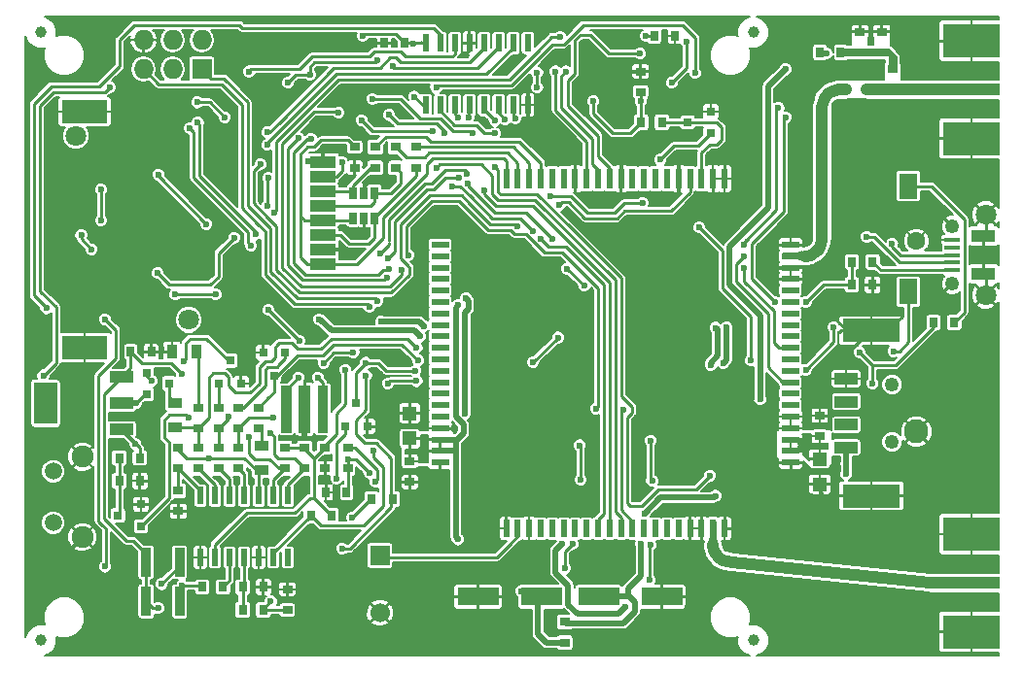
<source format=gtl>
G04 #@! TF.FileFunction,Copper,L1,Top,Signal*
%FSLAX46Y46*%
G04 Gerber Fmt 4.6, Leading zero omitted, Abs format (unit mm)*
G04 Created by KiCad (PCBNEW 4.0.0-rc1-stable) date 1/29/2016 2:37:44 PM*
%MOMM*%
G01*
G04 APERTURE LIST*
%ADD10C,0.100000*%
%ADD11R,3.599180X1.600200*%
%ADD12C,1.700000*%
%ADD13R,1.700000X1.700000*%
%ADD14C,1.000000*%
%ADD15R,0.600000X1.500000*%
%ADD16R,2.032000X3.657600*%
%ADD17R,2.032000X1.016000*%
%ADD18R,0.650000X1.060000*%
%ADD19R,1.250000X1.200000*%
%ADD20R,0.900000X0.700000*%
%ADD21R,0.700000X0.900000*%
%ADD22C,1.250000*%
%ADD23R,2.000000X1.000000*%
%ADD24R,5.000000X2.000000*%
%ADD25C,1.800000*%
%ADD26R,1.350000X0.400000*%
%ADD27R,2.100000X1.100000*%
%ADD28R,5.000000X1.100000*%
%ADD29R,5.000000X3.000000*%
%ADD30R,2.300000X1.000000*%
%ADD31R,4.000000X2.000000*%
%ADD32R,0.800100X0.800100*%
%ADD33R,1.600000X2.180000*%
%ADD34C,1.900000*%
%ADD35C,1.500000*%
%ADD36R,0.600000X1.800000*%
%ADD37R,1.500000X0.600000*%
%ADD38R,1.300000X0.900000*%
%ADD39R,0.900000X1.300000*%
%ADD40R,0.900000X0.800000*%
%ADD41R,0.800000X0.900000*%
%ADD42R,1.727200X1.727200*%
%ADD43O,1.727200X1.727200*%
%ADD44C,1.600000*%
%ADD45C,2.100000*%
%ADD46R,0.900000X2.500000*%
%ADD47C,0.600000*%
%ADD48C,0.250000*%
%ADD49C,0.500000*%
%ADD50C,1.050000*%
%ADD51C,0.200000*%
G04 APERTURE END LIST*
D10*
D11*
X86050820Y-67700000D03*
X80549180Y-67700000D03*
X91049180Y-67700000D03*
X96550820Y-67700000D03*
D12*
X72000000Y-69100000D03*
D13*
X72000000Y-64100000D03*
D14*
X42500000Y-71500000D03*
X42500000Y-18500000D03*
X104500000Y-18500000D03*
X104500000Y-71500000D03*
D15*
X63985000Y-58875000D03*
X62715000Y-58875000D03*
X61445000Y-58875000D03*
X60175000Y-58875000D03*
X58905000Y-58875000D03*
X57635000Y-58875000D03*
X56365000Y-58875000D03*
X56365000Y-64275000D03*
X57635000Y-64275000D03*
X58905000Y-64275000D03*
X60175000Y-64275000D03*
X61445000Y-64275000D03*
X62715000Y-64275000D03*
X63985000Y-64275000D03*
D16*
X42898000Y-50850000D03*
D17*
X49502000Y-50850000D03*
X49502000Y-48564000D03*
X49502000Y-53136000D03*
D15*
X75980000Y-24825000D03*
X77250000Y-24825000D03*
X78520000Y-24825000D03*
X79790000Y-24825000D03*
X81060000Y-24825000D03*
X82330000Y-24825000D03*
X83600000Y-24825000D03*
X84870000Y-24825000D03*
X84870000Y-19425000D03*
X83600000Y-19425000D03*
X82330000Y-19425000D03*
X81060000Y-19425000D03*
X79790000Y-19425000D03*
X78520000Y-19425000D03*
X77250000Y-19425000D03*
X75980000Y-19425000D03*
D18*
X71550000Y-32500000D03*
X70600000Y-32500000D03*
X69650000Y-32500000D03*
X69650000Y-34700000D03*
X71550000Y-34700000D03*
X70600000Y-34700000D03*
D19*
X74600000Y-53900000D03*
X74600000Y-51700000D03*
X110300000Y-55700000D03*
X110300000Y-57900000D03*
D20*
X116650000Y-23500000D03*
X116650000Y-21700000D03*
D21*
X110300000Y-20250000D03*
X112100000Y-20250000D03*
D22*
X116600000Y-54200000D03*
X116600000Y-49200000D03*
D23*
X112600000Y-54700000D03*
X112600000Y-52700000D03*
X112600000Y-50700000D03*
X112600000Y-48700000D03*
D24*
X114800000Y-58900000D03*
X114800000Y-44500000D03*
D25*
X124737460Y-41400900D03*
D26*
X121837460Y-39200900D03*
X121837460Y-38550900D03*
X121837460Y-37900900D03*
X121837460Y-37250900D03*
X121837460Y-36600900D03*
D22*
X121837460Y-40400900D03*
X121837460Y-35400900D03*
D25*
X124737460Y-34400900D03*
D27*
X124550000Y-39550000D03*
X124550000Y-36250000D03*
D28*
X123500000Y-23500000D03*
D29*
X123500000Y-19250000D03*
X123500000Y-27750000D03*
D28*
X123500000Y-66500000D03*
D29*
X123500000Y-62250000D03*
X123500000Y-70750000D03*
D30*
X66995000Y-38670000D03*
X66995000Y-36130000D03*
X66995000Y-33590000D03*
X66995000Y-29780000D03*
X66995000Y-37400000D03*
X66995000Y-34860000D03*
X66995000Y-32320000D03*
X66995000Y-31050000D03*
D31*
X46300000Y-45950000D03*
X46300000Y-25400000D03*
D25*
X45530000Y-27510000D03*
X55330000Y-43560000D03*
D32*
X63750000Y-46399240D03*
X61850000Y-46399240D03*
X62800000Y-48398220D03*
X51200760Y-61550000D03*
X51200760Y-59650000D03*
X49201780Y-60600000D03*
X58000000Y-49100760D03*
X59900000Y-49100760D03*
X58950000Y-47101780D03*
X51699240Y-48150000D03*
X51699240Y-50050000D03*
X53698220Y-49100000D03*
X69000000Y-52850760D03*
X70900000Y-52850760D03*
X69950000Y-50851780D03*
X100800760Y-27300000D03*
X100800760Y-25400000D03*
X98801780Y-26350000D03*
D33*
X117997680Y-41102430D03*
X118002320Y-31897570D03*
D34*
X46100000Y-55500000D03*
X46100000Y-62500000D03*
D35*
X43550000Y-56750000D03*
X43550000Y-61250000D03*
D36*
X102000000Y-31250000D03*
X101000000Y-31250000D03*
X100000000Y-31250000D03*
X99000000Y-31250000D03*
X98000000Y-31250000D03*
X97000000Y-31250000D03*
X96000000Y-31250000D03*
X95000000Y-31250000D03*
X94000000Y-31250000D03*
X93000000Y-31250000D03*
X92000000Y-31250000D03*
X91000000Y-31250000D03*
X90000000Y-31250000D03*
X89000000Y-31250000D03*
X88000000Y-31250000D03*
X87000000Y-31250000D03*
X86000000Y-31250000D03*
X85000000Y-31250000D03*
X84000000Y-31250000D03*
X83000000Y-31250000D03*
D37*
X77250000Y-37000000D03*
X77250000Y-38000000D03*
X77250000Y-39000000D03*
X77250000Y-40000000D03*
X77250000Y-41000000D03*
X77250000Y-42000000D03*
X77250000Y-43000000D03*
X77250000Y-44000000D03*
X77250000Y-45000000D03*
X77250000Y-46000000D03*
X77250000Y-47000000D03*
X77250000Y-48000000D03*
X77250000Y-49000000D03*
X77250000Y-50000000D03*
X77250000Y-51000000D03*
X77250000Y-52000000D03*
X77250000Y-53000000D03*
X77250000Y-54000000D03*
X77250000Y-55000000D03*
X77250000Y-56000000D03*
D15*
X83000000Y-61750000D03*
X84000000Y-61750000D03*
X85000000Y-61750000D03*
X86000000Y-61750000D03*
X87000000Y-61750000D03*
X88000000Y-61750000D03*
X89000000Y-61750000D03*
X90000000Y-61750000D03*
X91000000Y-61750000D03*
X92000000Y-61750000D03*
X93000000Y-61750000D03*
X94000000Y-61750000D03*
X95000000Y-61750000D03*
X96000000Y-61750000D03*
X97000000Y-61750000D03*
X98000000Y-61750000D03*
X99000000Y-61750000D03*
X100000000Y-61750000D03*
X101000000Y-61750000D03*
X102000000Y-61750000D03*
D37*
X107750000Y-56000000D03*
X107750000Y-55000000D03*
X107750000Y-54000000D03*
X107750000Y-53000000D03*
X107750000Y-52000000D03*
X107750000Y-51000000D03*
X107750000Y-50000000D03*
X107750000Y-49000000D03*
X107750000Y-48000000D03*
X107750000Y-47000000D03*
X107750000Y-46000000D03*
X107750000Y-45000000D03*
X107750000Y-44000000D03*
X107750000Y-43000000D03*
X107750000Y-42000000D03*
X107750000Y-41000000D03*
X107750000Y-40000000D03*
X107750000Y-39000000D03*
X107750000Y-38000000D03*
X107750000Y-37000000D03*
D38*
X61700000Y-54550000D03*
X61700000Y-56650000D03*
X54200000Y-52900000D03*
X54200000Y-50800000D03*
D39*
X53900000Y-46350000D03*
X56000000Y-46350000D03*
D10*
G36*
X63400000Y-53400000D02*
X63400000Y-49300000D01*
X64300000Y-49300000D01*
X64300000Y-53400000D01*
X63400000Y-53400000D01*
X63400000Y-53400000D01*
G37*
G36*
X64950000Y-53400000D02*
X64950000Y-49300000D01*
X65950000Y-49300000D01*
X65950000Y-53400000D01*
X64950000Y-53400000D01*
X64950000Y-53400000D01*
G37*
G36*
X66600000Y-53400000D02*
X66600000Y-49300000D01*
X67500000Y-49300000D01*
X67500000Y-53400000D01*
X66600000Y-53400000D01*
X66600000Y-53400000D01*
G37*
D40*
X73400000Y-28500000D03*
X73400000Y-30300000D03*
X71600000Y-28500000D03*
X71600000Y-30300000D03*
X75200000Y-28500000D03*
X75200000Y-30300000D03*
D41*
X96550000Y-26350000D03*
X94750000Y-26350000D03*
X113100000Y-40500000D03*
X114900000Y-40500000D03*
X114900000Y-38500000D03*
X113100000Y-38500000D03*
X120200000Y-43800000D03*
X122000000Y-43800000D03*
D40*
X69200000Y-56500000D03*
X69200000Y-54700000D03*
D41*
X73100000Y-59200000D03*
X71300000Y-59200000D03*
D40*
X56200000Y-53000000D03*
X56200000Y-51200000D03*
D41*
X51100000Y-55600000D03*
X49300000Y-55600000D03*
X51100000Y-57600000D03*
X49300000Y-57600000D03*
D40*
X57950000Y-51200000D03*
X57950000Y-53000000D03*
D41*
X67800000Y-60600000D03*
X66000000Y-60600000D03*
X61850000Y-68850000D03*
X60050000Y-68850000D03*
X58350000Y-66850000D03*
X56550000Y-66850000D03*
D40*
X65450000Y-54700000D03*
X65450000Y-56500000D03*
D41*
X60050000Y-66850000D03*
X61850000Y-66850000D03*
D40*
X63700000Y-54700000D03*
X63700000Y-56500000D03*
X61450000Y-53000000D03*
X61450000Y-51200000D03*
X59700000Y-51200000D03*
X59700000Y-53000000D03*
X56200000Y-56500000D03*
X56200000Y-54700000D03*
X59700000Y-56500000D03*
X59700000Y-54700000D03*
X57950000Y-56500000D03*
X57950000Y-54700000D03*
X54450000Y-60250000D03*
X54450000Y-58450000D03*
X54450000Y-54700000D03*
X54450000Y-56500000D03*
X88100000Y-69900000D03*
X88100000Y-71700000D03*
D21*
X50300000Y-46350000D03*
X52100000Y-46350000D03*
D20*
X63950000Y-68850000D03*
X63950000Y-67050000D03*
D21*
X69100000Y-58600000D03*
X67300000Y-58600000D03*
D20*
X67200000Y-54700000D03*
X67200000Y-56500000D03*
X74600000Y-55900000D03*
X74600000Y-57700000D03*
X110300000Y-53700000D03*
X110300000Y-51900000D03*
D21*
X95900000Y-18800000D03*
X97700000Y-18800000D03*
D20*
X94700000Y-23700000D03*
X94700000Y-21900000D03*
D21*
X74150000Y-19400000D03*
X72350000Y-19400000D03*
D20*
X115700000Y-20250000D03*
X115700000Y-18450000D03*
X69800000Y-28500000D03*
X69800000Y-30300000D03*
X113800000Y-20250000D03*
X113800000Y-18450000D03*
D21*
X114400000Y-23500000D03*
X112600000Y-23500000D03*
D42*
X56500000Y-21700000D03*
D43*
X56500000Y-19160000D03*
X53960000Y-21700000D03*
X53960000Y-19160000D03*
X51420000Y-21700000D03*
X51420000Y-19160000D03*
D44*
X118700000Y-36700000D03*
D45*
X118700000Y-53300000D03*
D46*
X54550000Y-64700000D03*
X51650000Y-64700000D03*
X54550000Y-68100000D03*
X51650000Y-68100000D03*
D47*
X68500000Y-28700000D03*
X72300000Y-53200000D03*
X73000000Y-31500000D03*
X69000000Y-31500000D03*
X72100000Y-42700000D03*
X68200000Y-43200000D03*
X59900000Y-37100000D03*
X44300000Y-37100000D03*
X51300000Y-35500000D03*
X49900000Y-32100000D03*
X47400000Y-27700000D03*
X43800000Y-32400000D03*
X88900000Y-64000000D03*
X84100000Y-63800000D03*
X71200000Y-23400000D03*
X75700000Y-23400000D03*
X58700000Y-26800000D03*
X56500000Y-23800000D03*
X77650000Y-57050000D03*
X78500000Y-53000000D03*
X53150000Y-41400000D03*
X53000000Y-46100000D03*
X52600000Y-43600000D03*
X67200000Y-55650000D03*
X71800000Y-48300000D03*
X72750000Y-47100000D03*
X52700000Y-57600000D03*
X49050000Y-52000000D03*
X81800000Y-47700000D03*
X81800000Y-51300000D03*
X110550000Y-19200000D03*
X112750000Y-18300000D03*
X108350000Y-19550000D03*
X63750000Y-48600000D03*
X53500000Y-60250000D03*
X60700000Y-47750000D03*
X61400000Y-61200000D03*
X56400000Y-67900000D03*
X59400000Y-41700000D03*
X63200000Y-41700000D03*
X90800000Y-71600000D03*
X65800000Y-29700000D03*
X61100000Y-24200000D03*
X48800000Y-66700000D03*
X63900000Y-71000000D03*
X54200000Y-71200000D03*
X49100000Y-71100000D03*
X42900000Y-64800000D03*
X104300000Y-55000000D03*
X89900000Y-32900000D03*
X66800000Y-21800000D03*
X69000000Y-27200000D03*
X61700000Y-19300000D03*
X66900000Y-19400000D03*
X68400000Y-19400000D03*
X93250000Y-21750000D03*
X91950000Y-21750000D03*
X93250000Y-23050000D03*
X90000000Y-19700000D03*
X95700000Y-70400000D03*
X80500000Y-69300000D03*
X86500000Y-64100000D03*
X90200000Y-50400000D03*
X86950000Y-51100000D03*
X86900000Y-47300000D03*
X90000000Y-47200000D03*
X97200000Y-47200000D03*
X94700000Y-47200000D03*
X104700000Y-53200000D03*
X115600000Y-69800000D03*
X110800000Y-69600000D03*
X106300000Y-69300000D03*
X98800000Y-66100000D03*
X98800000Y-68700000D03*
X106900000Y-61700000D03*
X58300000Y-34900000D03*
X57200000Y-29800000D03*
X107750000Y-57150000D03*
X104050000Y-51250000D03*
X100550000Y-40650000D03*
X103250000Y-43800000D03*
X84700000Y-23350000D03*
X58500000Y-20350000D03*
X73250000Y-19500000D03*
X83500000Y-21150000D03*
X89650000Y-24650000D03*
X98000000Y-21400000D03*
X119800000Y-28400000D03*
X115150000Y-28400000D03*
X86750000Y-20850000D03*
X91300000Y-18600000D03*
X96550000Y-33150000D03*
X95600000Y-29000000D03*
X97700000Y-27350000D03*
X99250000Y-29200000D03*
X48650000Y-21050000D03*
X83400000Y-71000000D03*
X93800000Y-63900000D03*
X91000000Y-66300000D03*
X98800000Y-71900000D03*
X77700000Y-65800000D03*
X75900000Y-70300000D03*
X48500000Y-18000000D03*
X46900000Y-21900000D03*
X71100000Y-19400000D03*
X99500000Y-24500000D03*
X115100000Y-52800000D03*
X118700000Y-50800000D03*
X122400000Y-53400000D03*
X124700000Y-59000000D03*
X124500000Y-50300000D03*
X120800000Y-47800000D03*
X123600000Y-44700000D03*
X120900000Y-41900000D03*
X109500000Y-58900000D03*
X117000000Y-61500000D03*
X113000000Y-60900000D03*
X110400000Y-61300000D03*
X99900000Y-55000000D03*
X97200000Y-49000000D03*
X98100000Y-51200000D03*
X95600000Y-51000000D03*
X89800000Y-44500000D03*
X95400000Y-40600000D03*
X88550000Y-34400000D03*
X88300000Y-29400000D03*
X103800000Y-23500000D03*
X104700000Y-29500000D03*
X102000000Y-29300000D03*
X101000000Y-29300000D03*
X104700000Y-25900000D03*
X73600000Y-66000000D03*
X74700000Y-63300000D03*
X74700000Y-59900000D03*
X76400000Y-57500000D03*
X77300000Y-63300000D03*
X77300000Y-60400000D03*
X79700000Y-60850000D03*
X79700000Y-62100000D03*
X79700000Y-40300000D03*
X82400000Y-36900000D03*
X76500000Y-34600000D03*
X86000000Y-18500000D03*
X69800000Y-29400000D03*
X70900000Y-35900000D03*
X68800000Y-37400000D03*
X54900000Y-30700000D03*
X64850000Y-20450000D03*
X66000000Y-26700000D03*
X50850000Y-42500000D03*
X55900000Y-39000000D03*
X95400000Y-44200000D03*
X65400000Y-53600000D03*
X60700000Y-45300000D03*
X84500000Y-27050000D03*
X86500000Y-25100000D03*
X79400000Y-20400000D03*
X92200000Y-33000000D03*
X81800000Y-44400000D03*
X84600000Y-44100000D03*
X65600000Y-57600000D03*
X67200000Y-57500000D03*
X65700000Y-62200000D03*
X88400000Y-41800000D03*
X91950000Y-23050000D03*
X92600000Y-26350000D03*
X103150000Y-32850000D03*
X104300000Y-33700000D03*
X101250000Y-34550000D03*
X100050000Y-33350000D03*
X56450000Y-60850000D03*
X45900000Y-43700000D03*
X51300000Y-27700000D03*
X51400000Y-25300000D03*
X107750000Y-58900000D03*
X110350000Y-51050000D03*
X116650000Y-42650000D03*
X113150000Y-42050000D03*
X91300000Y-63900000D03*
X81650000Y-62900000D03*
X81700000Y-59100000D03*
X80400000Y-57600000D03*
X94300000Y-71900000D03*
X99800000Y-59900000D03*
X99600000Y-63800000D03*
X101500000Y-66000000D03*
X99900000Y-65000000D03*
X96500000Y-63700000D03*
X96900000Y-60200000D03*
X97900000Y-57300000D03*
X102800000Y-60200000D03*
X101700000Y-59900000D03*
X100700000Y-59900000D03*
X111900000Y-26800000D03*
X115300000Y-24900000D03*
X111900000Y-29500000D03*
X111900000Y-32000000D03*
X111900000Y-34000000D03*
X110500000Y-47900000D03*
X110500000Y-42000000D03*
X112900000Y-24900000D03*
X111900000Y-36300000D03*
X109100000Y-36300000D03*
X117500000Y-24900000D03*
X120100000Y-24900000D03*
X109100000Y-34000000D03*
X109100000Y-31300000D03*
X109100000Y-28800000D03*
X109100000Y-26600000D03*
X109300000Y-23800000D03*
X110700000Y-22200000D03*
X113200000Y-22100000D03*
X115300000Y-22100000D03*
X118300000Y-20300000D03*
X116750000Y-18400000D03*
X120200000Y-18800000D03*
X120100000Y-20500000D03*
X120100000Y-22100000D03*
X118300000Y-22100000D03*
X111250000Y-38400000D03*
X109000000Y-39100000D03*
X105500000Y-38000000D03*
X105500000Y-37000000D03*
X105500000Y-39000000D03*
X104000000Y-66500000D03*
X106400000Y-66700000D03*
X109200000Y-67000000D03*
X111800000Y-67300000D03*
X114900000Y-67600000D03*
X117600000Y-67800000D03*
X120200000Y-68200000D03*
X119900000Y-70600000D03*
X117400000Y-72100000D03*
X112600000Y-71900000D03*
X107500000Y-71900000D03*
X103200000Y-61700000D03*
X102800000Y-63200000D03*
X106100000Y-63600000D03*
X109100000Y-63900000D03*
X111900000Y-64100000D03*
X114600000Y-64400000D03*
X117600000Y-64700000D03*
X120100000Y-64900000D03*
X120100000Y-62500000D03*
X92400000Y-71600000D03*
X75700000Y-42900000D03*
X52700000Y-68700000D03*
X54750000Y-48250000D03*
X62500000Y-68100000D03*
X69200000Y-55700000D03*
X57100000Y-55600000D03*
X71100000Y-56900000D03*
X69000000Y-47900000D03*
X93400000Y-68600000D03*
X79500000Y-41700000D03*
X75800000Y-44100000D03*
X79400000Y-51700000D03*
X72100000Y-43700000D03*
X101250000Y-44250000D03*
X100800000Y-47500000D03*
X87850000Y-63100000D03*
X90100000Y-69200000D03*
X71800000Y-41900000D03*
X71100000Y-42400000D03*
X75200000Y-46000000D03*
X112600000Y-56100000D03*
X112600000Y-57000000D03*
X60800000Y-37100000D03*
X55450000Y-26850000D03*
X61600000Y-30000000D03*
X84000000Y-35400000D03*
X99800000Y-35500000D03*
X104300000Y-47100000D03*
X62200000Y-28300000D03*
X62200000Y-27200000D03*
X69600000Y-60800000D03*
X64900000Y-27700000D03*
X72600000Y-39900000D03*
X56100000Y-24600000D03*
X58500000Y-25900000D03*
X60600000Y-21900000D03*
X64000000Y-22900000D03*
X73100000Y-21400000D03*
X71800000Y-20900000D03*
X65900000Y-22200000D03*
X79650000Y-31650000D03*
X71350000Y-24300000D03*
X80100000Y-27300000D03*
X103700000Y-39000000D03*
X87000000Y-36500000D03*
X72800000Y-25700000D03*
X78300000Y-31900000D03*
X77600000Y-27300000D03*
X103700000Y-38000000D03*
X85300000Y-35800000D03*
X70400000Y-26150000D03*
X76900000Y-30300000D03*
X76600000Y-27100000D03*
X68700000Y-29800000D03*
X56150000Y-26350000D03*
X61200000Y-36100000D03*
X116700000Y-46300000D03*
X54800000Y-66700000D03*
X113800000Y-46400000D03*
X114900000Y-49100000D03*
X109100000Y-47900000D03*
X111500000Y-44200000D03*
X53000000Y-66600000D03*
X75300000Y-47100000D03*
X114400000Y-36300000D03*
X116600000Y-36950000D03*
X102200000Y-44200000D03*
X101900000Y-47350000D03*
X55350000Y-52100000D03*
X52100000Y-48900000D03*
X68200000Y-57400000D03*
X85350000Y-47250000D03*
X70800000Y-47300000D03*
X88300000Y-39100000D03*
X87500000Y-45100000D03*
X75100000Y-48000000D03*
X89800000Y-40600000D03*
X95500000Y-66250000D03*
X95700000Y-57600000D03*
X95600000Y-54100000D03*
X95600000Y-63200000D03*
X82000000Y-26150000D03*
X96400000Y-29600000D03*
X86850000Y-32800000D03*
X94850000Y-33400000D03*
X62800000Y-34200000D03*
X87700000Y-18900000D03*
X94650000Y-20350000D03*
X60600000Y-53800000D03*
X58800000Y-52000000D03*
X62700000Y-52100000D03*
X62500000Y-53400000D03*
X71600000Y-57700000D03*
X71400000Y-55000000D03*
X100750000Y-57150000D03*
X82000000Y-30200000D03*
X82000000Y-27300000D03*
X88200000Y-21900000D03*
X87300000Y-21900000D03*
X79700000Y-25900000D03*
X79600000Y-30800000D03*
X72000000Y-37800000D03*
X67100000Y-47300000D03*
X69700000Y-46400000D03*
X64900000Y-48600000D03*
X66600000Y-48600000D03*
X72700000Y-38200000D03*
X78800000Y-25900000D03*
X78900000Y-31200000D03*
X75200000Y-48900000D03*
X72700000Y-49100000D03*
X66000000Y-27800000D03*
X72800000Y-39100000D03*
X75000000Y-24100000D03*
X48500000Y-23300000D03*
X42700000Y-48400000D03*
X42950000Y-42550000D03*
X107300000Y-25900000D03*
X106400000Y-42000000D03*
X109100000Y-42000000D03*
X68400000Y-25500000D03*
X90800000Y-51300000D03*
X93200000Y-51400000D03*
X73900000Y-39200000D03*
X74500000Y-37900000D03*
X62200000Y-33600000D03*
X62300000Y-31200000D03*
X81100000Y-32300000D03*
X83800000Y-26000000D03*
X66700000Y-43500000D03*
X75500000Y-45000000D03*
X78800000Y-42300000D03*
X78800000Y-62700000D03*
X84300000Y-67200000D03*
X108700000Y-54500000D03*
X101200000Y-58900000D03*
X105100000Y-50500000D03*
X107300000Y-21700000D03*
X94750000Y-63100000D03*
X95050000Y-60450000D03*
X110850000Y-20350000D03*
X95150000Y-18800000D03*
X48050000Y-43500000D03*
X48075000Y-65075000D03*
X54900000Y-47200000D03*
X50800000Y-50800000D03*
X88800000Y-63100000D03*
X88100000Y-65200000D03*
X89400000Y-54500000D03*
X89500000Y-57500000D03*
X50700000Y-54350000D03*
X46000000Y-36200000D03*
X46900000Y-37400000D03*
X47700000Y-32200000D03*
X47700000Y-34900000D03*
X76900000Y-23300000D03*
X99450000Y-22050000D03*
X106700000Y-25100000D03*
X103700000Y-37000000D03*
X86000000Y-36500000D03*
X85700000Y-23300000D03*
X85700000Y-22000000D03*
X82900000Y-26100000D03*
X87650000Y-33500000D03*
X68700000Y-63500000D03*
X56900000Y-35200000D03*
X52700000Y-30900000D03*
X62300000Y-42700000D03*
X65000000Y-45400000D03*
X97400000Y-22900000D03*
X70500000Y-18800000D03*
X94700000Y-24500000D03*
X57700000Y-41350000D03*
X54200000Y-41350000D03*
X98700000Y-19300000D03*
X70800000Y-48400000D03*
X74950000Y-19450000D03*
X90600000Y-24500000D03*
X59300000Y-36400000D03*
X52650000Y-39500000D03*
D48*
X66995000Y-29780000D02*
X67000000Y-29775000D01*
X67000000Y-29775000D02*
X67000000Y-28800000D01*
X68400000Y-28800000D02*
X68500000Y-28700000D01*
X67000000Y-28800000D02*
X68400000Y-28800000D01*
X70900000Y-52850760D02*
X71950760Y-52850760D01*
X71950760Y-52850760D02*
X72300000Y-53200000D01*
X72550000Y-31050000D02*
X72500000Y-31000000D01*
X73000000Y-31500000D02*
X72550000Y-31050000D01*
X69000000Y-31500000D02*
X69100000Y-31400000D01*
X75700000Y-42900000D02*
X72300000Y-42900000D01*
X72300000Y-42900000D02*
X72100000Y-42700000D01*
X68200000Y-43200000D02*
X68100000Y-43100000D01*
X68100000Y-43100000D02*
X67500000Y-43100000D01*
X43800000Y-32400000D02*
X43800000Y-36600000D01*
X43800000Y-36600000D02*
X44300000Y-37100000D01*
X51300000Y-35500000D02*
X49900000Y-34100000D01*
X49900000Y-34100000D02*
X49900000Y-32100000D01*
X47400000Y-27700000D02*
X43800000Y-31300000D01*
X43800000Y-31300000D02*
X43800000Y-32400000D01*
X71200000Y-23400000D02*
X75700000Y-23400000D01*
X69000000Y-26200000D02*
X70400000Y-24800000D01*
X70400000Y-24800000D02*
X70400000Y-24200000D01*
X70400000Y-24200000D02*
X71200000Y-23400000D01*
X69000000Y-27200000D02*
X69000000Y-26200000D01*
X58700000Y-26800000D02*
X59300000Y-26200000D01*
X57200000Y-28300000D02*
X58700000Y-26800000D01*
X57200000Y-29800000D02*
X57200000Y-28300000D01*
X57900000Y-23800000D02*
X56500000Y-23800000D01*
X59300000Y-25200000D02*
X57900000Y-23800000D01*
X59300000Y-26200000D02*
X59300000Y-25200000D01*
X77250000Y-53000000D02*
X78500000Y-53000000D01*
X52600000Y-43600000D02*
X53000000Y-44000000D01*
X53000000Y-44000000D02*
X53000000Y-46100000D01*
X67200000Y-56500000D02*
X67200000Y-55650000D01*
X72750000Y-47100000D02*
X72950000Y-46900000D01*
X52700000Y-57600000D02*
X52700000Y-54000000D01*
X51100000Y-57600000D02*
X52700000Y-57600000D01*
X50700000Y-52000000D02*
X49050000Y-52000000D01*
X52700000Y-54000000D02*
X50700000Y-52000000D01*
X110300000Y-51900000D02*
X111400000Y-51900000D01*
X111400000Y-51900000D02*
X111600000Y-51700000D01*
X114800000Y-44500000D02*
X112700000Y-44500000D01*
X112700000Y-44500000D02*
X111950000Y-43750000D01*
X114800000Y-44500000D02*
X116250000Y-44500000D01*
X116250000Y-44500000D02*
X117500000Y-43250000D01*
X114800000Y-44500000D02*
X114700000Y-44500000D01*
X114700000Y-44500000D02*
X113300000Y-45900000D01*
X114800000Y-44500000D02*
X112150000Y-44500000D01*
X112150000Y-44500000D02*
X112000000Y-44650000D01*
X81800000Y-47700000D02*
X81800000Y-51300000D01*
X81800000Y-44400000D02*
X81800000Y-47700000D01*
X110600000Y-19150000D02*
X110600000Y-18800000D01*
X110550000Y-19200000D02*
X110600000Y-19150000D01*
X108400000Y-19600000D02*
X108400000Y-20600000D01*
X108350000Y-19550000D02*
X108400000Y-19600000D01*
X65450000Y-51350000D02*
X65450000Y-48950000D01*
X64700000Y-47650000D02*
X63750000Y-48600000D01*
X65450000Y-47650000D02*
X64700000Y-47650000D01*
X65750000Y-47950000D02*
X65450000Y-47650000D01*
X65750000Y-48650000D02*
X65750000Y-47950000D01*
X65450000Y-48950000D02*
X65750000Y-48650000D01*
X54450000Y-60250000D02*
X53500000Y-60250000D01*
X61445000Y-64275000D02*
X61445000Y-61245000D01*
X61445000Y-61245000D02*
X61400000Y-61200000D01*
X63200000Y-41700000D02*
X59400000Y-41700000D01*
X90800000Y-71600000D02*
X91000000Y-71600000D01*
X49100000Y-71100000D02*
X49100000Y-67000000D01*
X49100000Y-67000000D02*
X48800000Y-66700000D01*
X46100000Y-62500000D02*
X43800000Y-64800000D01*
X65500000Y-71000000D02*
X68500000Y-68000000D01*
X63900000Y-71000000D02*
X65500000Y-71000000D01*
X54100000Y-71100000D02*
X54200000Y-71200000D01*
X49100000Y-71100000D02*
X54100000Y-71100000D01*
X43800000Y-64800000D02*
X42900000Y-64800000D01*
X92200000Y-33000000D02*
X90000000Y-33000000D01*
X90000000Y-33000000D02*
X89900000Y-32900000D01*
X66700000Y-21900000D02*
X66700000Y-22100000D01*
X66800000Y-21800000D02*
X66700000Y-21900000D01*
X57200000Y-29800000D02*
X58900000Y-29800000D01*
X66000000Y-26700000D02*
X68500000Y-26700000D01*
X68500000Y-26700000D02*
X69000000Y-27200000D01*
X68400000Y-19400000D02*
X66900000Y-19400000D01*
X94700000Y-21900000D02*
X93400000Y-21900000D01*
X93400000Y-21900000D02*
X93250000Y-21750000D01*
X91950000Y-21750000D02*
X91950000Y-21650000D01*
X93250000Y-23050000D02*
X91950000Y-21750000D01*
X91950000Y-21650000D02*
X90000000Y-19700000D01*
X95300000Y-70400000D02*
X95200000Y-70300000D01*
X95700000Y-70400000D02*
X95300000Y-70400000D01*
X80549180Y-67700000D02*
X80500000Y-67749180D01*
X80500000Y-67749180D02*
X80500000Y-69300000D01*
X84100000Y-63800000D02*
X84400000Y-64100000D01*
X84400000Y-64100000D02*
X86500000Y-64100000D01*
X87000000Y-47200000D02*
X86900000Y-47300000D01*
X90000000Y-47200000D02*
X87000000Y-47200000D01*
X94700000Y-47200000D02*
X97200000Y-47200000D01*
X104050000Y-51250000D02*
X104700000Y-51900000D01*
X104700000Y-51900000D02*
X104700000Y-53200000D01*
X107500000Y-71900000D02*
X106300000Y-70700000D01*
X115400000Y-69600000D02*
X115600000Y-69800000D01*
X110800000Y-69600000D02*
X115400000Y-69600000D01*
X106300000Y-70700000D02*
X106300000Y-69300000D01*
X98800000Y-71900000D02*
X98800000Y-68700000D01*
X98800000Y-65900000D02*
X98700000Y-65800000D01*
X98800000Y-66100000D02*
X98800000Y-65900000D01*
X106900000Y-61700000D02*
X106100000Y-61700000D01*
X58300000Y-34900000D02*
X58300000Y-35100000D01*
X57200000Y-29800000D02*
X57900000Y-29800000D01*
X57200000Y-29800000D02*
X57200000Y-30100000D01*
X107750000Y-56000000D02*
X107750000Y-57150000D01*
X103200000Y-52100000D02*
X104050000Y-51250000D01*
X99900000Y-55000000D02*
X103100000Y-55000000D01*
X103100000Y-55000000D02*
X103200000Y-54900000D01*
X103200000Y-54900000D02*
X103200000Y-52100000D01*
X100550000Y-40650000D02*
X100550000Y-41100000D01*
X100550000Y-41100000D02*
X103250000Y-43800000D01*
X84870000Y-24825000D02*
X84870000Y-23520000D01*
X84870000Y-23520000D02*
X84700000Y-23350000D01*
X64850000Y-20450000D02*
X58600000Y-20450000D01*
X58600000Y-20450000D02*
X58500000Y-20350000D01*
X66000000Y-26700000D02*
X67350000Y-26700000D01*
X72350000Y-19400000D02*
X73150000Y-19400000D01*
X73150000Y-19400000D02*
X73250000Y-19500000D01*
X83500000Y-21150000D02*
X83406801Y-21243199D01*
X83406801Y-21243199D02*
X83106801Y-21243199D01*
X83106801Y-21243199D02*
X82900000Y-21450000D01*
X89650000Y-24650000D02*
X89750000Y-24750000D01*
X89750000Y-24750000D02*
X89750000Y-24900000D01*
X98000000Y-21400000D02*
X98000000Y-21300000D01*
X98000000Y-21300000D02*
X97900000Y-21200000D01*
X119800000Y-28400000D02*
X115150000Y-28400000D01*
X86750000Y-20850000D02*
X86950000Y-20850000D01*
X97450000Y-33200000D02*
X97400000Y-33150000D01*
X98000000Y-32650000D02*
X97450000Y-33200000D01*
X98000000Y-31250000D02*
X98000000Y-32650000D01*
X97400000Y-33150000D02*
X96550000Y-33150000D01*
X98000000Y-31250000D02*
X98000000Y-29700000D01*
X93000000Y-29800000D02*
X93800000Y-29000000D01*
X93800000Y-29000000D02*
X95600000Y-29000000D01*
X93000000Y-29800000D02*
X93000000Y-31250000D01*
X96050000Y-29000000D02*
X95600000Y-29000000D01*
X97700000Y-27350000D02*
X96050000Y-29000000D01*
X98500000Y-29200000D02*
X99250000Y-29200000D01*
X98000000Y-29700000D02*
X98500000Y-29200000D01*
X48500000Y-18000000D02*
X48650000Y-18150000D01*
X48650000Y-18150000D02*
X48650000Y-21050000D01*
X83400000Y-71000000D02*
X83600000Y-71000000D01*
X91300000Y-63900000D02*
X93750000Y-63850000D01*
X93750000Y-63850000D02*
X93800000Y-63900000D01*
X99900000Y-65000000D02*
X99900000Y-70800000D01*
X99900000Y-70800000D02*
X98800000Y-71900000D01*
X77700000Y-68500000D02*
X77700000Y-65800000D01*
X75900000Y-70300000D02*
X77700000Y-68500000D01*
X48500000Y-18000000D02*
X48800000Y-18000000D01*
X72350000Y-19400000D02*
X71500000Y-19400000D01*
X71500000Y-19400000D02*
X71100000Y-19400000D01*
X99700000Y-24700000D02*
X99800000Y-24700000D01*
X99500000Y-24500000D02*
X99700000Y-24700000D01*
X121000000Y-41800000D02*
X121100000Y-41800000D01*
X111600000Y-51700000D02*
X114000000Y-51700000D01*
X114000000Y-51700000D02*
X115100000Y-52800000D01*
X118700000Y-50800000D02*
X119800000Y-50800000D01*
X119800000Y-50800000D02*
X122400000Y-53400000D01*
X124700000Y-59000000D02*
X124500000Y-58800000D01*
X124500000Y-58800000D02*
X124500000Y-50300000D01*
X120800000Y-47800000D02*
X123600000Y-45000000D01*
X123600000Y-45000000D02*
X123600000Y-44700000D01*
X120900000Y-41900000D02*
X121000000Y-41800000D01*
X109500000Y-58900000D02*
X109500000Y-60400000D01*
X113600000Y-61500000D02*
X117000000Y-61500000D01*
X113000000Y-60900000D02*
X113600000Y-61500000D01*
X109500000Y-60400000D02*
X110400000Y-61300000D01*
X98100000Y-51200000D02*
X98100000Y-53200000D01*
X98100000Y-53200000D02*
X99900000Y-55000000D01*
X97200000Y-49000000D02*
X97200000Y-48400000D01*
X95800000Y-51200000D02*
X98100000Y-51200000D01*
X95600000Y-51000000D02*
X95800000Y-51200000D01*
X88400000Y-41800000D02*
X88400000Y-43100000D01*
X88400000Y-43100000D02*
X89800000Y-44500000D01*
X95400000Y-44200000D02*
X95400000Y-40600000D01*
X88400000Y-29500000D02*
X88800000Y-29500000D01*
X88300000Y-29400000D02*
X88400000Y-29500000D01*
X104700000Y-25900000D02*
X104700000Y-24400000D01*
X104700000Y-24400000D02*
X103800000Y-23500000D01*
X103150000Y-32850000D02*
X103150000Y-31050000D01*
X103150000Y-31050000D02*
X104700000Y-29500000D01*
X102000000Y-29300000D02*
X102000000Y-31250000D01*
X101300000Y-29300000D02*
X101000000Y-29300000D01*
X104700000Y-25900000D02*
X101300000Y-29300000D01*
X77300000Y-60400000D02*
X76400000Y-59500000D01*
X70500000Y-66000000D02*
X68500000Y-68000000D01*
X68500000Y-68000000D02*
X68400000Y-68100000D01*
X73600000Y-66000000D02*
X70500000Y-66000000D01*
X74700000Y-59900000D02*
X74700000Y-63300000D01*
X76400000Y-59500000D02*
X76400000Y-57500000D01*
X77300000Y-60400000D02*
X77300000Y-63300000D01*
X79700000Y-62100000D02*
X79700000Y-60850000D01*
X81800000Y-43600000D02*
X79700000Y-40300000D01*
X82400000Y-36900000D02*
X78800000Y-36900000D01*
X78800000Y-36900000D02*
X76500000Y-34600000D01*
X81800000Y-43600000D02*
X81800000Y-44400000D01*
X66995000Y-29780000D02*
X67520000Y-29780000D01*
X70600000Y-32500000D02*
X70600000Y-31900000D01*
X71500000Y-29400000D02*
X69800000Y-29400000D01*
X72500000Y-29400000D02*
X71500000Y-29400000D01*
X72500000Y-31000000D02*
X72500000Y-29400000D01*
X72200000Y-31300000D02*
X72500000Y-31000000D01*
X71200000Y-31300000D02*
X72200000Y-31300000D01*
X70600000Y-31900000D02*
X71200000Y-31300000D01*
X70600000Y-34700000D02*
X70600000Y-35600000D01*
X70600000Y-35600000D02*
X70900000Y-35900000D01*
X66995000Y-37400000D02*
X68800000Y-37400000D01*
X66000000Y-26700000D02*
X65700000Y-26700000D01*
X55900000Y-39000000D02*
X55900000Y-38200000D01*
X124550000Y-39550000D02*
X124737460Y-39737460D01*
X124737460Y-39737460D02*
X124737460Y-41400900D01*
X124737460Y-34400900D02*
X124737460Y-36062540D01*
X124737460Y-36062540D02*
X124550000Y-36250000D01*
X95400000Y-44200000D02*
X95700000Y-44200000D01*
X65450000Y-53550000D02*
X65400000Y-53600000D01*
X65450000Y-53550000D02*
X65450000Y-51350000D01*
X60700000Y-45300000D02*
X60700000Y-45100000D01*
X65700000Y-62200000D02*
X66300000Y-63400000D01*
X66300000Y-63400000D02*
X72000000Y-69100000D01*
X84870000Y-24825000D02*
X84870000Y-26530000D01*
X84200000Y-27200000D02*
X84500000Y-27050000D01*
X84870000Y-26530000D02*
X84200000Y-27200000D01*
X79790000Y-19425000D02*
X79790000Y-20010000D01*
X79790000Y-20010000D02*
X79400000Y-20400000D01*
X92200000Y-33000000D02*
X92600000Y-33000000D01*
X82100000Y-44100000D02*
X81800000Y-44400000D01*
X84600000Y-44100000D02*
X82100000Y-44100000D01*
X65500000Y-57700000D02*
X65500000Y-57900000D01*
X65600000Y-57600000D02*
X65500000Y-57700000D01*
X67200000Y-56500000D02*
X67200000Y-57500000D01*
X67300000Y-57600000D02*
X67200000Y-57500000D01*
X67300000Y-57600000D02*
X67300000Y-58600000D01*
X88400000Y-41800000D02*
X88700000Y-41800000D01*
X92600000Y-26350000D02*
X92600000Y-26300000D01*
X103150000Y-32850000D02*
X103150000Y-32950000D01*
X103150000Y-32950000D02*
X104300000Y-33700000D01*
X101000000Y-31250000D02*
X101000000Y-32400000D01*
X101000000Y-32400000D02*
X100050000Y-33350000D01*
X56450000Y-60850000D02*
X56700000Y-60850000D01*
X51400000Y-25300000D02*
X51400000Y-25500000D01*
X109500000Y-58900000D02*
X107750000Y-58900000D01*
X110500000Y-58750000D02*
X110350000Y-58900000D01*
X110350000Y-58900000D02*
X109500000Y-58900000D01*
X110300000Y-57900000D02*
X110500000Y-58750000D01*
X112900000Y-41800000D02*
X112800000Y-41800000D01*
X113150000Y-42050000D02*
X112900000Y-41800000D01*
X84150000Y-63850000D02*
X84350000Y-63850000D01*
X84100000Y-63800000D02*
X84150000Y-63850000D01*
X91350000Y-63950000D02*
X92600000Y-63900000D01*
X91300000Y-63900000D02*
X91350000Y-63950000D01*
X81550000Y-63000000D02*
X81400000Y-63000000D01*
X81650000Y-62900000D02*
X81550000Y-63000000D01*
X81800000Y-59200000D02*
X82350000Y-60350000D01*
X81700000Y-59100000D02*
X81800000Y-59200000D01*
X80450000Y-57650000D02*
X80950000Y-57650000D01*
X80400000Y-57600000D02*
X80450000Y-57650000D01*
X101500000Y-66000000D02*
X100900000Y-66000000D01*
X99900000Y-65000000D02*
X100900000Y-66000000D01*
X100000000Y-62800000D02*
X99600000Y-63800000D01*
X100000000Y-62800000D02*
X100000000Y-61750000D01*
X96500000Y-63700000D02*
X96700000Y-63700000D01*
X96900000Y-60200000D02*
X97100000Y-60200000D01*
X98000000Y-57200000D02*
X98000000Y-57100000D01*
X97900000Y-57300000D02*
X98000000Y-57200000D01*
X102800000Y-60200000D02*
X102400000Y-60200000D01*
X102000000Y-60600000D02*
X102000000Y-61750000D01*
X102400000Y-60200000D02*
X102000000Y-60600000D01*
X103200000Y-61700000D02*
X103200000Y-60600000D01*
X103200000Y-60600000D02*
X102800000Y-60200000D01*
X101700000Y-59900000D02*
X100700000Y-59900000D01*
X111900000Y-32000000D02*
X111900000Y-29500000D01*
X111900000Y-35800000D02*
X111900000Y-34000000D01*
X111900000Y-37400000D02*
X111900000Y-36300000D01*
X111900000Y-35800000D02*
X111900000Y-37400000D01*
X114900000Y-40500000D02*
X114900000Y-40300000D01*
X110500000Y-42000000D02*
X110900000Y-42000000D01*
X113000000Y-25000000D02*
X113300000Y-25500000D01*
X112900000Y-24900000D02*
X113000000Y-25000000D01*
X111250000Y-38400000D02*
X111250000Y-38300000D01*
X111250000Y-38300000D02*
X111900000Y-36300000D01*
X109100000Y-36300000D02*
X109100000Y-34300000D01*
X120100000Y-24900000D02*
X117500000Y-24900000D01*
X109000000Y-37000000D02*
X109100000Y-36900000D01*
X109100000Y-36900000D02*
X109100000Y-36300000D01*
X109100000Y-34300000D02*
X109100000Y-34000000D01*
X109100000Y-31300000D02*
X109100000Y-28800000D01*
X109100000Y-26600000D02*
X109300000Y-26400000D01*
X109300000Y-26400000D02*
X109300000Y-23800000D01*
X110700000Y-22200000D02*
X111000000Y-21900000D01*
X111000000Y-21900000D02*
X113200000Y-22100000D01*
X107750000Y-37000000D02*
X109000000Y-37000000D01*
X118300000Y-20200000D02*
X118300000Y-20300000D01*
X116750000Y-18400000D02*
X118300000Y-20200000D01*
X120200000Y-20400000D02*
X120200000Y-18800000D01*
X120100000Y-20500000D02*
X120200000Y-20400000D01*
X118300000Y-22100000D02*
X120100000Y-22100000D01*
X107750000Y-39000000D02*
X108800000Y-38900000D01*
X111250000Y-38400000D02*
X111250000Y-38300000D01*
X108800000Y-38900000D02*
X109000000Y-39100000D01*
X105500000Y-38000000D02*
X105500000Y-38100000D01*
X107750000Y-37000000D02*
X105500000Y-37000000D01*
X107750000Y-39000000D02*
X105500000Y-39000000D01*
X99000000Y-61000000D02*
X99000000Y-61750000D01*
X107000000Y-71400000D02*
X107000000Y-71000000D01*
X104000000Y-66500000D02*
X104200000Y-66700000D01*
X104200000Y-66700000D02*
X106400000Y-66700000D01*
X109200000Y-67000000D02*
X109500000Y-67300000D01*
X109500000Y-67300000D02*
X111800000Y-67300000D01*
X114900000Y-67600000D02*
X115100000Y-67800000D01*
X115100000Y-67800000D02*
X117600000Y-67800000D01*
X120200000Y-68200000D02*
X119900000Y-68500000D01*
X119900000Y-68500000D02*
X119900000Y-70600000D01*
X117400000Y-72100000D02*
X117200000Y-71900000D01*
X117200000Y-71900000D02*
X112600000Y-71900000D01*
X107500000Y-71900000D02*
X107000000Y-71400000D01*
X102000000Y-61750000D02*
X102050000Y-61700000D01*
X102050000Y-61700000D02*
X103200000Y-61700000D01*
X102800000Y-63200000D02*
X105700000Y-63200000D01*
X105700000Y-63200000D02*
X106100000Y-63600000D01*
X109100000Y-63900000D02*
X111700000Y-63900000D01*
X111700000Y-63900000D02*
X111900000Y-64100000D01*
X114600000Y-64400000D02*
X117300000Y-64400000D01*
X117300000Y-64400000D02*
X117600000Y-64700000D01*
X120100000Y-64900000D02*
X120100000Y-62500000D01*
X92400000Y-71600000D02*
X92100000Y-71600000D01*
X75700000Y-42900000D02*
X75600000Y-43000000D01*
X50200000Y-62800000D02*
X50500000Y-62800000D01*
X50500000Y-62800000D02*
X51650000Y-63950000D01*
X51650000Y-63950000D02*
X51650000Y-64700000D01*
X63950000Y-68850000D02*
X61850000Y-68850000D01*
X49502000Y-48564000D02*
X48000000Y-50066000D01*
X48000000Y-60900000D02*
X48700000Y-61600000D01*
X48000000Y-50066000D02*
X48000000Y-60900000D01*
X48700000Y-61600000D02*
X49900000Y-62800000D01*
X49900000Y-62800000D02*
X50200000Y-62800000D01*
X52250000Y-68700000D02*
X51650000Y-68100000D01*
X52700000Y-68700000D02*
X52250000Y-68700000D01*
X51650000Y-68100000D02*
X51650000Y-64700000D01*
X50300000Y-46350000D02*
X51300000Y-47350000D01*
X53850000Y-47350000D02*
X54750000Y-48250000D01*
X51300000Y-47350000D02*
X53850000Y-47350000D01*
X61850000Y-68850000D02*
X61850000Y-68750000D01*
X61850000Y-68750000D02*
X62500000Y-68100000D01*
X50350000Y-46350000D02*
X50300000Y-46350000D01*
X50300000Y-46350000D02*
X50300000Y-47766000D01*
X50300000Y-47766000D02*
X49502000Y-48564000D01*
X71100000Y-56900000D02*
X69900000Y-55700000D01*
X69900000Y-55700000D02*
X69200000Y-55700000D01*
X61700000Y-56650000D02*
X61250000Y-56650000D01*
X61250000Y-56650000D02*
X60200000Y-55600000D01*
X57100000Y-55600000D02*
X57200000Y-55600000D01*
X69200000Y-56500000D02*
X69200000Y-58500000D01*
X69200000Y-58500000D02*
X69100000Y-58600000D01*
X69200000Y-55700000D02*
X69200000Y-56500000D01*
X69200000Y-56500000D02*
X69100000Y-56600000D01*
X61445000Y-58875000D02*
X61445000Y-56905000D01*
X61445000Y-56905000D02*
X61700000Y-56650000D01*
X54450000Y-54700000D02*
X54450000Y-54850000D01*
X54450000Y-54850000D02*
X55200000Y-55600000D01*
X55200000Y-55600000D02*
X57200000Y-55600000D01*
X57200000Y-55600000D02*
X60200000Y-55600000D01*
X66300000Y-59100000D02*
X65900000Y-59100000D01*
X57635000Y-63165000D02*
X57635000Y-64275000D01*
X60400000Y-60400000D02*
X57635000Y-63165000D01*
X64600000Y-60400000D02*
X60400000Y-60400000D01*
X65900000Y-59100000D02*
X64600000Y-60400000D01*
X67800000Y-60600000D02*
X66800000Y-59600000D01*
X66800000Y-59600000D02*
X66300000Y-59100000D01*
X66300000Y-59100000D02*
X66300000Y-55600000D01*
X68200000Y-51900000D02*
X68200000Y-51700000D01*
X69000000Y-50900000D02*
X69000000Y-47900000D01*
X68200000Y-51700000D02*
X69000000Y-50900000D01*
X65450000Y-54700000D02*
X65450000Y-54750000D01*
X65450000Y-54750000D02*
X66300000Y-55600000D01*
X66300000Y-55600000D02*
X67200000Y-54700000D01*
X67200000Y-54700000D02*
X67200000Y-54500000D01*
X67200000Y-54500000D02*
X68200000Y-53500000D01*
X68200000Y-53500000D02*
X68200000Y-51900000D01*
X63700000Y-54700000D02*
X65450000Y-54700000D01*
D49*
X88400000Y-66800000D02*
X88400000Y-66700000D01*
X87300000Y-63650000D02*
X87850000Y-63100000D01*
X87300000Y-65600000D02*
X87300000Y-63650000D01*
X88400000Y-66700000D02*
X87300000Y-65600000D01*
X92800000Y-69200000D02*
X92400000Y-69200000D01*
X93400000Y-68600000D02*
X92800000Y-69200000D01*
X90100000Y-69200000D02*
X89200000Y-69200000D01*
X88400000Y-68400000D02*
X88400000Y-66800000D01*
X89200000Y-69200000D02*
X88400000Y-68400000D01*
X79700000Y-41900000D02*
X79500000Y-41700000D01*
X75800000Y-44100000D02*
X75400000Y-43700000D01*
X79400000Y-51700000D02*
X79400000Y-42900000D01*
X79400000Y-42900000D02*
X79700000Y-42600000D01*
X79700000Y-42600000D02*
X79700000Y-41900000D01*
X72100000Y-43700000D02*
X75400000Y-43700000D01*
X101400000Y-44400000D02*
X101250000Y-44250000D01*
X101400000Y-46699998D02*
X101400000Y-44400000D01*
X100800000Y-47299998D02*
X101400000Y-46699998D01*
X100800000Y-47500000D02*
X100800000Y-47299998D01*
X90100000Y-69200000D02*
X90900000Y-69200000D01*
X92400000Y-69200000D02*
X90900000Y-69200000D01*
D48*
X61700000Y-34800000D02*
X60500000Y-33600000D01*
X60500000Y-33600000D02*
X60500000Y-29400000D01*
X71800000Y-41900000D02*
X71600000Y-41700000D01*
X71600000Y-41700000D02*
X64800000Y-41700000D01*
X61700000Y-34800000D02*
X62500000Y-35600000D01*
X62500000Y-35600000D02*
X62500000Y-39400000D01*
X62500000Y-39400000D02*
X64800000Y-41700000D01*
X60500000Y-29400000D02*
X60500000Y-28300000D01*
X60500000Y-28300000D02*
X60500000Y-27300000D01*
X60500000Y-24800000D02*
X60500000Y-24600000D01*
X60500000Y-25400000D02*
X60500000Y-27300000D01*
X60500000Y-25400000D02*
X60500000Y-24800000D01*
X60500000Y-24600000D02*
X58400000Y-22500000D01*
X58400000Y-22500000D02*
X57300000Y-22500000D01*
X57300000Y-22500000D02*
X56500000Y-21700000D01*
X61400000Y-35200000D02*
X60000000Y-33800000D01*
X60000000Y-33800000D02*
X60000000Y-29400000D01*
X71100000Y-42400000D02*
X70900000Y-42200000D01*
X70900000Y-42200000D02*
X64600000Y-42200000D01*
X64600000Y-42200000D02*
X62000000Y-39600000D01*
X62000000Y-39600000D02*
X62000000Y-35800000D01*
X62000000Y-35800000D02*
X61400000Y-35200000D01*
X60000000Y-29400000D02*
X60000000Y-28700000D01*
X60000000Y-28700000D02*
X60000000Y-27700000D01*
X58200000Y-23000000D02*
X60000000Y-24800000D01*
X58200000Y-23000000D02*
X57300000Y-23000000D01*
X57300000Y-23000000D02*
X52720000Y-23000000D01*
X60000000Y-27700000D02*
X60000000Y-24800000D01*
X52720000Y-23000000D02*
X51420000Y-21700000D01*
X65350000Y-46100000D02*
X66900000Y-46100000D01*
X66900000Y-46100000D02*
X67800000Y-45200000D01*
X63800000Y-45600000D02*
X64300000Y-45600000D01*
X64800000Y-46100000D02*
X65350000Y-46100000D01*
X64300000Y-45600000D02*
X64800000Y-46100000D01*
X62850000Y-46850000D02*
X62850000Y-45950000D01*
X62850000Y-45950000D02*
X63000000Y-45800000D01*
X61900000Y-47300000D02*
X62050000Y-47150000D01*
X74400000Y-45200000D02*
X67800000Y-45200000D01*
X75200000Y-46000000D02*
X74400000Y-45200000D01*
X63600000Y-45600000D02*
X63200000Y-45600000D01*
X63200000Y-45600000D02*
X63000000Y-45800000D01*
X63800000Y-45600000D02*
X63600000Y-45600000D01*
X62850000Y-46850000D02*
X62600000Y-47100000D01*
X60700000Y-49900000D02*
X61500000Y-49100000D01*
X61500000Y-49100000D02*
X61500000Y-47700000D01*
X61500000Y-47700000D02*
X61900000Y-47300000D01*
X60700000Y-49900000D02*
X60300000Y-49900000D01*
X62550000Y-47150000D02*
X62600000Y-47100000D01*
X62050000Y-47150000D02*
X62550000Y-47150000D01*
X57100000Y-52100000D02*
X56200000Y-53000000D01*
X60300000Y-49900000D02*
X59400000Y-49900000D01*
X59400000Y-49900000D02*
X58800000Y-49300000D01*
X58800000Y-49300000D02*
X58800000Y-48500000D01*
X58800000Y-48500000D02*
X58500000Y-48200000D01*
X58500000Y-48200000D02*
X57500000Y-48200000D01*
X57500000Y-48200000D02*
X57100000Y-48600000D01*
X57100000Y-48600000D02*
X57100000Y-52100000D01*
X60500000Y-49900000D02*
X60300000Y-49900000D01*
X56200000Y-53000000D02*
X56200000Y-54700000D01*
X54200000Y-52900000D02*
X56100000Y-52900000D01*
X56100000Y-52900000D02*
X56200000Y-53000000D01*
D49*
X112600000Y-54700000D02*
X112600000Y-56100000D01*
X112600000Y-57000000D02*
X112600000Y-56100000D01*
D48*
X60500000Y-35900000D02*
X59900000Y-35300000D01*
X60500000Y-36800000D02*
X60500000Y-35900000D01*
X60800000Y-37100000D02*
X60500000Y-36800000D01*
X55800000Y-27900000D02*
X55800000Y-27200000D01*
X59700000Y-35100000D02*
X59900000Y-35300000D01*
X55800000Y-31200000D02*
X59700000Y-35100000D01*
X55800000Y-27900000D02*
X55800000Y-31200000D01*
X55800000Y-27200000D02*
X55450000Y-26850000D01*
X76800000Y-32700000D02*
X76350002Y-32700000D01*
X73800000Y-35250002D02*
X73800000Y-35300000D01*
X76350002Y-32700000D02*
X73800000Y-35250002D01*
X61000000Y-30600000D02*
X61000000Y-31500000D01*
X61600000Y-30000000D02*
X61000000Y-30600000D01*
X62300000Y-34700000D02*
X61000000Y-33400000D01*
X61000000Y-33400000D02*
X61000000Y-31500000D01*
X74400000Y-38800000D02*
X74600000Y-39000000D01*
X74600000Y-39000000D02*
X74600000Y-39600000D01*
X74600000Y-39600000D02*
X73000000Y-41200000D01*
X73000000Y-41200000D02*
X65000000Y-41200000D01*
X63000000Y-35400000D02*
X62300000Y-34700000D01*
X63000000Y-39200000D02*
X63000000Y-35400000D01*
X65000000Y-41200000D02*
X63000000Y-39200000D01*
X73800000Y-36000000D02*
X73800000Y-38200000D01*
X79100000Y-32700000D02*
X76800000Y-32700000D01*
X73800000Y-35300000D02*
X73800000Y-36000000D01*
X79850000Y-33450000D02*
X79100000Y-32700000D01*
X73800000Y-38200000D02*
X74400000Y-38800000D01*
X81600000Y-35200000D02*
X79850000Y-33450000D01*
X79850000Y-33450000D02*
X79800000Y-33400000D01*
X83800000Y-35200000D02*
X81600000Y-35200000D01*
X84000000Y-35400000D02*
X83800000Y-35200000D01*
X101800000Y-37500000D02*
X99800000Y-35500000D01*
X101800000Y-40800000D02*
X101800000Y-37500000D01*
X104300000Y-43300000D02*
X101800000Y-40800000D01*
X104300000Y-47100000D02*
X104300000Y-43300000D01*
X62850000Y-27450000D02*
X62200000Y-28100000D01*
X62200000Y-28100000D02*
X62200000Y-28300000D01*
X68200000Y-22100000D02*
X69000000Y-22100000D01*
X62850000Y-27450000D02*
X68200000Y-22100000D01*
X74450000Y-22100000D02*
X69000000Y-22100000D01*
X74450000Y-22100000D02*
X81300000Y-22100000D01*
X81300000Y-22100000D02*
X83600000Y-19800000D01*
X83600000Y-19800000D02*
X83600000Y-19425000D01*
X83600000Y-19425000D02*
X83600000Y-20000000D01*
X63300000Y-26300000D02*
X62400000Y-27200000D01*
X62400000Y-27200000D02*
X62200000Y-27200000D01*
X62200000Y-27200000D02*
X62400000Y-27200000D01*
X68000000Y-21600000D02*
X68400000Y-21600000D01*
X63300000Y-26300000D02*
X68000000Y-21600000D01*
X72000000Y-21600000D02*
X72900000Y-20700000D01*
X74100000Y-21100000D02*
X79800000Y-21100000D01*
X81060000Y-19840000D02*
X79800000Y-21100000D01*
X68400000Y-21600000D02*
X72000000Y-21600000D01*
X73800000Y-21100000D02*
X74100000Y-21100000D01*
X73400000Y-20700000D02*
X73800000Y-21100000D01*
X72900000Y-20700000D02*
X73400000Y-20700000D01*
X81060000Y-19840000D02*
X81060000Y-19425000D01*
X72600000Y-39900000D02*
X72400000Y-40100000D01*
X72400000Y-40100000D02*
X68400000Y-40100000D01*
X71200000Y-59200000D02*
X69600000Y-60800000D01*
X65250000Y-40050000D02*
X65300000Y-40100000D01*
X65300000Y-40100000D02*
X68400000Y-40100000D01*
X64000000Y-30100000D02*
X64000000Y-28600000D01*
X64000000Y-28600000D02*
X64900000Y-27700000D01*
X64000000Y-31200000D02*
X64000000Y-30100000D01*
X64000000Y-38800000D02*
X65250000Y-40050000D01*
X64000000Y-31200000D02*
X64000000Y-38800000D01*
X57200000Y-24600000D02*
X56100000Y-24600000D01*
X58500000Y-25900000D02*
X57200000Y-24600000D01*
X74200000Y-20600000D02*
X73800000Y-20200000D01*
X71500000Y-20200000D02*
X71100000Y-20600000D01*
X73800000Y-20200000D02*
X71500000Y-20200000D01*
X60800000Y-21700000D02*
X60600000Y-21900000D01*
X61400000Y-21700000D02*
X60800000Y-21700000D01*
X71100000Y-20600000D02*
X66099998Y-20600002D01*
X66099998Y-20600002D02*
X64999998Y-21700002D01*
X74200000Y-20600000D02*
X78300000Y-20600000D01*
X62300000Y-21700000D02*
X61400000Y-21700000D01*
X61400000Y-21700000D02*
X60800000Y-21700000D01*
X78520000Y-20380000D02*
X78300000Y-20600000D01*
X78520000Y-19425000D02*
X78520000Y-20380000D01*
X64999998Y-21700002D02*
X62300000Y-21700000D01*
X65900000Y-22200000D02*
X65900000Y-21500000D01*
X66300000Y-21100000D02*
X67200000Y-21100000D01*
X65900000Y-21500000D02*
X66300000Y-21100000D01*
X65900000Y-22200000D02*
X64700000Y-22200000D01*
X64700000Y-22200000D02*
X64000000Y-22900000D01*
X68100000Y-21100000D02*
X67200000Y-21100000D01*
X74150000Y-21600000D02*
X73300000Y-21600000D01*
X73300000Y-21600000D02*
X73100000Y-21400000D01*
X71800000Y-20900000D02*
X71600000Y-21100000D01*
X71600000Y-21100000D02*
X68100000Y-21100000D01*
X74150000Y-21600000D02*
X73200000Y-21600000D01*
X73200000Y-21600000D02*
X73000000Y-21400000D01*
X82330000Y-19425000D02*
X82330000Y-19770000D01*
X82330000Y-19770000D02*
X80500000Y-21600000D01*
X80500000Y-21600000D02*
X74150000Y-21600000D01*
X80750000Y-32950000D02*
X79650000Y-31850000D01*
X79650000Y-31850000D02*
X79650000Y-31650000D01*
X71350000Y-24300000D02*
X73800000Y-24300000D01*
X75300000Y-25800000D02*
X73800000Y-24300000D01*
X77263602Y-26000000D02*
X76600000Y-26000000D01*
X78363602Y-27100000D02*
X77263602Y-26000000D01*
X79900000Y-27100000D02*
X78363602Y-27100000D01*
X80100000Y-27300000D02*
X79900000Y-27100000D01*
X75500000Y-26000000D02*
X76600000Y-26000000D01*
X75300000Y-25800000D02*
X75500000Y-26000000D01*
X106300000Y-42800000D02*
X103700000Y-40200000D01*
X103700000Y-40200000D02*
X103700000Y-39000000D01*
X107750000Y-46000000D02*
X106750000Y-46000000D01*
X106300000Y-45550000D02*
X106300000Y-44200000D01*
X106750000Y-46000000D02*
X106300000Y-45550000D01*
X106300000Y-44200000D02*
X106300000Y-42800000D01*
X82000000Y-34200000D02*
X80750000Y-32950000D01*
X84700000Y-34200000D02*
X82000000Y-34200000D01*
X87000000Y-36500000D02*
X84700000Y-34200000D01*
X73800000Y-26450002D02*
X73550002Y-26450002D01*
X73550002Y-26450002D02*
X72800000Y-25700000D01*
X76100000Y-26450002D02*
X73800000Y-26450002D01*
X79000000Y-31900000D02*
X78300000Y-31900000D01*
X77600000Y-27300000D02*
X77600000Y-27100000D01*
X77600000Y-27100000D02*
X76950002Y-26450002D01*
X76950002Y-26450002D02*
X76100000Y-26450002D01*
X79900000Y-32800000D02*
X79000000Y-31900000D01*
X105800000Y-47700000D02*
X105800000Y-43000000D01*
X105800000Y-43000000D02*
X103000000Y-40200000D01*
X103000000Y-40200000D02*
X103000000Y-38700000D01*
X103000000Y-38700000D02*
X103700000Y-38000000D01*
X107100000Y-49000000D02*
X105800000Y-47700000D01*
X81800000Y-34700000D02*
X79900000Y-32800000D01*
X84200000Y-34700000D02*
X81800000Y-34700000D01*
X85300000Y-35800000D02*
X84200000Y-34700000D01*
X107750000Y-49000000D02*
X107100000Y-49000000D01*
X70400000Y-26150000D02*
X71350000Y-27100000D01*
X71350000Y-27100000D02*
X71650000Y-27100000D01*
X92500000Y-40100000D02*
X92500000Y-41900000D01*
X85500000Y-33100000D02*
X92500000Y-40100000D01*
X82300000Y-33100000D02*
X85500000Y-33100000D01*
X81800000Y-32600000D02*
X82300000Y-33100000D01*
X81800000Y-31000000D02*
X81800000Y-32600000D01*
X80800000Y-30000000D02*
X81800000Y-31000000D01*
X77200000Y-30000000D02*
X80800000Y-30000000D01*
X76900000Y-30300000D02*
X77200000Y-30000000D01*
X93000000Y-61750000D02*
X93000000Y-60800000D01*
X76600000Y-27100000D02*
X71650000Y-27100000D01*
X92500000Y-60300000D02*
X92500000Y-41900000D01*
X93000000Y-60800000D02*
X92500000Y-60300000D01*
X66995000Y-31050000D02*
X68250000Y-31050000D01*
X68700000Y-30600000D02*
X68700000Y-29800000D01*
X68250000Y-31050000D02*
X68700000Y-30600000D01*
X56300000Y-31000000D02*
X56300000Y-27200000D01*
X60800000Y-35500000D02*
X56300000Y-31000000D01*
X56300000Y-26500000D02*
X56150000Y-26350000D01*
X56300000Y-27200000D02*
X56300000Y-26500000D01*
X61200000Y-35900000D02*
X60800000Y-35500000D01*
X61200000Y-36100000D02*
X61200000Y-35900000D01*
X117997680Y-41102430D02*
X117997680Y-45502320D01*
X117997680Y-45502320D02*
X117200000Y-46300000D01*
X117200000Y-46300000D02*
X116700000Y-46300000D01*
X54800000Y-66700000D02*
X56400000Y-66700000D01*
X56400000Y-66700000D02*
X56550000Y-66850000D01*
X54800000Y-66700000D02*
X54550000Y-66950000D01*
X54550000Y-66950000D02*
X54550000Y-68100000D01*
X54500000Y-68800000D02*
X54500000Y-68850000D01*
X114900000Y-47500000D02*
X116900000Y-47500000D01*
X116900000Y-47500000D02*
X120200000Y-44200000D01*
X120200000Y-44200000D02*
X120200000Y-43800000D01*
X114900000Y-47500000D02*
X113800000Y-46400000D01*
X114900000Y-49100000D02*
X114900000Y-47500000D01*
X54550000Y-64700000D02*
X54550000Y-65050000D01*
X54550000Y-65050000D02*
X53000000Y-66600000D01*
X111500000Y-45500000D02*
X109100000Y-47900000D01*
X111500000Y-44200000D02*
X111500000Y-45500000D01*
X65450000Y-46625000D02*
X67075000Y-46625000D01*
X67075000Y-46625000D02*
X67650000Y-46050000D01*
X68550000Y-45700000D02*
X68000000Y-45700000D01*
X73900000Y-45700000D02*
X75300000Y-47100000D01*
X68550000Y-45700000D02*
X73900000Y-45700000D01*
X68000000Y-45700000D02*
X67650000Y-46050000D01*
X65450000Y-46625000D02*
X64825000Y-46625000D01*
X64825000Y-46625000D02*
X63051780Y-48398220D01*
X63051780Y-48398220D02*
X62800000Y-48398220D01*
X62325000Y-50325000D02*
X62800000Y-49850000D01*
X62800000Y-49850000D02*
X62800000Y-48398220D01*
X61450000Y-51200000D02*
X62325000Y-50325000D01*
X121837460Y-38550900D02*
X117250900Y-38550900D01*
X115000000Y-36300000D02*
X117250900Y-38550900D01*
X114400000Y-36300000D02*
X115000000Y-36300000D01*
X116900000Y-37500000D02*
X116600000Y-37200000D01*
X116600000Y-37200000D02*
X116600000Y-36950000D01*
X117300900Y-37900900D02*
X116900000Y-37500000D01*
X117300900Y-37900900D02*
X121837460Y-37900900D01*
D49*
X102200000Y-47050000D02*
X102200000Y-44200000D01*
X101900000Y-47350000D02*
X102200000Y-47050000D01*
D48*
X51200760Y-61550000D02*
X53650000Y-59100760D01*
X55100000Y-51850000D02*
X55350000Y-52100000D01*
X53650000Y-51850000D02*
X55100000Y-51850000D01*
X53200000Y-52300000D02*
X53650000Y-51850000D01*
X53200000Y-53800000D02*
X53200000Y-52300000D01*
X53650000Y-54250000D02*
X53200000Y-53800000D01*
X53650000Y-59100760D02*
X53650000Y-54250000D01*
X62250000Y-47650000D02*
X63050000Y-47650000D01*
X63050000Y-47650000D02*
X63250000Y-47450000D01*
X63750000Y-46950000D02*
X63750000Y-46399240D01*
X63250000Y-47450000D02*
X63750000Y-46950000D01*
X61250000Y-50050000D02*
X62000000Y-49300000D01*
X62000000Y-47900000D02*
X62250000Y-47650000D01*
X62000000Y-49300000D02*
X62000000Y-47900000D01*
X59700000Y-51200000D02*
X60100000Y-51200000D01*
X60100000Y-51200000D02*
X61250000Y-50050000D01*
X58000000Y-49100760D02*
X58000000Y-51150000D01*
X58000000Y-51150000D02*
X57950000Y-51200000D01*
X51699240Y-48150000D02*
X51699240Y-48499240D01*
X51699240Y-48499240D02*
X52100000Y-48900000D01*
X51699240Y-48150000D02*
X51699240Y-48349240D01*
X68200000Y-54400000D02*
X68200000Y-54300000D01*
X68200000Y-54300000D02*
X69000000Y-53500000D01*
X68200000Y-54400000D02*
X68200000Y-57400000D01*
X69000000Y-53500000D02*
X69000000Y-52850760D01*
X70800000Y-47300000D02*
X69950000Y-48150000D01*
X69950000Y-48150000D02*
X69950000Y-50851780D01*
X71700000Y-47300000D02*
X71850000Y-47300000D01*
X72550000Y-48000000D02*
X75100000Y-48000000D01*
X71850000Y-47300000D02*
X72550000Y-48000000D01*
X85350000Y-47250000D02*
X87500000Y-45100000D01*
X71700000Y-47300000D02*
X70800000Y-47300000D01*
X89800000Y-40600000D02*
X88300000Y-39100000D01*
X69950000Y-49900000D02*
X69950000Y-48200000D01*
X69950000Y-50851780D02*
X69950000Y-49900000D01*
X95500000Y-63300000D02*
X95600000Y-63200000D01*
X95500000Y-66250000D02*
X95500000Y-63300000D01*
X95700000Y-57600000D02*
X95600000Y-57500000D01*
X95600000Y-57500000D02*
X95600000Y-54100000D01*
X81060000Y-24825000D02*
X81060000Y-25210000D01*
X81060000Y-25210000D02*
X82000000Y-26150000D01*
X100800760Y-27300000D02*
X99700760Y-28400000D01*
X97600000Y-28400000D02*
X99700760Y-28400000D01*
X96400000Y-29600000D02*
X97600000Y-28400000D01*
X88650000Y-32800000D02*
X86850000Y-32800000D01*
X90050000Y-34200000D02*
X88650000Y-32800000D01*
X92450000Y-34200000D02*
X90050000Y-34200000D01*
X93250000Y-33400000D02*
X92450000Y-34200000D01*
X94850000Y-33400000D02*
X93250000Y-33400000D01*
X81060000Y-24825000D02*
X81060000Y-24540000D01*
X96550000Y-26350000D02*
X98801780Y-26350000D01*
X98801780Y-26350000D02*
X101300000Y-26350000D01*
X101300000Y-26350000D02*
X101750000Y-26800000D01*
X101750000Y-26800000D02*
X101750000Y-27850000D01*
X101750000Y-27850000D02*
X101350000Y-28250000D01*
X101350000Y-28250000D02*
X100700000Y-28250000D01*
X100700000Y-28250000D02*
X100000000Y-28950000D01*
X100000000Y-28950000D02*
X100000000Y-31250000D01*
X100000760Y-31249240D02*
X100000000Y-31250000D01*
X70900000Y-22600000D02*
X68400000Y-22600000D01*
X63000000Y-34000000D02*
X62800000Y-34200000D01*
X63000000Y-28000000D02*
X63000000Y-34000000D01*
X68400000Y-22600000D02*
X63000000Y-28000000D01*
X85725000Y-20125000D02*
X86950000Y-18900000D01*
X86950000Y-18900000D02*
X87700000Y-18900000D01*
X75000000Y-22600000D02*
X70900000Y-22600000D01*
X85725000Y-20125000D02*
X83250000Y-22600000D01*
X83250000Y-22600000D02*
X75000000Y-22600000D01*
X89000000Y-20100000D02*
X89000000Y-22100000D01*
X91000000Y-29300000D02*
X92000000Y-30300000D01*
X91000000Y-27500000D02*
X91000000Y-29300000D01*
X88400000Y-24900000D02*
X91000000Y-27500000D01*
X88400000Y-24300000D02*
X88400000Y-24900000D01*
X88400000Y-22700000D02*
X88400000Y-24300000D01*
X89000000Y-22100000D02*
X88400000Y-22700000D01*
X94650000Y-20350000D02*
X91950000Y-20350000D01*
X89000000Y-19186398D02*
X89000000Y-20100000D01*
X89000000Y-20100000D02*
X89000000Y-20600000D01*
X89486398Y-18700000D02*
X89000000Y-19186398D01*
X90300000Y-18700000D02*
X89486398Y-18700000D01*
X91950000Y-20350000D02*
X90300000Y-18700000D01*
X92000000Y-30300000D02*
X92000000Y-31250000D01*
X63200000Y-56500000D02*
X62400000Y-55700000D01*
X62400000Y-55700000D02*
X61100000Y-55700000D01*
X61100000Y-55700000D02*
X60600000Y-55200000D01*
X60600000Y-55200000D02*
X60600000Y-53800000D01*
X63700000Y-56500000D02*
X63200000Y-56500000D01*
X63700000Y-56500000D02*
X62715000Y-57485000D01*
X62715000Y-57485000D02*
X62715000Y-58875000D01*
X57950000Y-53000000D02*
X58800000Y-52150000D01*
X58800000Y-52150000D02*
X58800000Y-52000000D01*
X57950000Y-54700000D02*
X57950000Y-53000000D01*
X59825000Y-52875000D02*
X60600000Y-52100000D01*
X60600000Y-52100000D02*
X62700000Y-52100000D01*
X59700000Y-54700000D02*
X59700000Y-53000000D01*
X59700000Y-53000000D02*
X59825000Y-52875000D01*
X64550000Y-55600000D02*
X63100000Y-55600000D01*
X63100000Y-55600000D02*
X62800000Y-55300000D01*
X62800000Y-55300000D02*
X62800000Y-53700000D01*
X62800000Y-53700000D02*
X62500000Y-53400000D01*
X65450000Y-56500000D02*
X64550000Y-55600000D01*
X63985000Y-58875000D02*
X63985000Y-57965000D01*
X63985000Y-57965000D02*
X65450000Y-56500000D01*
X71600000Y-56450000D02*
X69850000Y-54700000D01*
X69850000Y-54700000D02*
X69200000Y-54700000D01*
X69200000Y-54700000D02*
X69250000Y-54700000D01*
X71600000Y-56450000D02*
X71800000Y-56650000D01*
X71600000Y-57700000D02*
X71800000Y-57500000D01*
X71800000Y-57500000D02*
X71800000Y-56650000D01*
X71450000Y-55050000D02*
X71450000Y-55550000D01*
X71400000Y-55000000D02*
X71450000Y-55050000D01*
X72300000Y-58600000D02*
X72300000Y-59800000D01*
X70600000Y-61500000D02*
X69900000Y-61500000D01*
X72300000Y-59800000D02*
X70600000Y-61500000D01*
X72300000Y-56400000D02*
X72300000Y-56750000D01*
X71450000Y-55550000D02*
X72300000Y-56400000D01*
X68200000Y-61500000D02*
X66900000Y-61500000D01*
X66900000Y-61500000D02*
X66000000Y-60600000D01*
X69900000Y-61500000D02*
X68200000Y-61500000D01*
X72300000Y-56750000D02*
X72300000Y-58600000D01*
X62715000Y-64275000D02*
X62715000Y-63885000D01*
X62715000Y-63885000D02*
X66000000Y-60600000D01*
X93950000Y-51650000D02*
X93950000Y-51150000D01*
X93550000Y-52050000D02*
X93950000Y-51650000D01*
X93550000Y-59550000D02*
X93550000Y-52050000D01*
X93800000Y-59800000D02*
X93550000Y-59550000D01*
X94800000Y-59800000D02*
X93800000Y-59800000D01*
X96250000Y-58350000D02*
X94800000Y-59800000D01*
X99550000Y-58350000D02*
X96250000Y-58350000D01*
X100750000Y-57150000D02*
X99550000Y-58350000D01*
X93950000Y-51150000D02*
X93000000Y-50200000D01*
X93000000Y-50200000D02*
X93000000Y-39900000D01*
X88700000Y-35600000D02*
X85700000Y-32600000D01*
X88700000Y-35600000D02*
X93000000Y-39900000D01*
X85700000Y-32600000D02*
X82500000Y-32600000D01*
X82500000Y-32600000D02*
X82300000Y-32400000D01*
X82300000Y-32400000D02*
X82300000Y-30500000D01*
X77250000Y-24825000D02*
X77250000Y-25350000D01*
X77250000Y-25350000D02*
X78500000Y-26600000D01*
X80400000Y-26600000D02*
X81100000Y-27300000D01*
X78500000Y-26600000D02*
X80400000Y-26600000D01*
X82300000Y-30500000D02*
X82000000Y-30200000D01*
X82000000Y-27300000D02*
X81100000Y-27300000D01*
X77250000Y-24825000D02*
X77300000Y-24875000D01*
X87800000Y-25100000D02*
X89200000Y-26500000D01*
X87800000Y-22300000D02*
X87800000Y-25100000D01*
X88200000Y-21900000D02*
X87800000Y-22300000D01*
X89200000Y-26500000D02*
X90500000Y-27800000D01*
X90500000Y-27800000D02*
X90500000Y-30000000D01*
X90500000Y-30000000D02*
X91000000Y-30500000D01*
X91000000Y-31250000D02*
X91000000Y-30500000D01*
X89000000Y-27000000D02*
X87300000Y-25300000D01*
X87300000Y-25300000D02*
X87300000Y-21900000D01*
X90000000Y-28000000D02*
X90000000Y-31250000D01*
X89000000Y-27000000D02*
X90000000Y-28000000D01*
X76200000Y-31700000D02*
X75900000Y-31700000D01*
X75900000Y-31700000D02*
X72800000Y-34800000D01*
X72800000Y-36700000D02*
X72800000Y-35600000D01*
X72800000Y-35600000D02*
X72800000Y-34800000D01*
X79700000Y-25900000D02*
X79700000Y-24915000D01*
X79500000Y-30500000D02*
X79600000Y-30800000D01*
X77700000Y-30500000D02*
X79500000Y-30500000D01*
X76500000Y-31700000D02*
X77700000Y-30500000D01*
X76200000Y-31700000D02*
X76500000Y-31700000D01*
X72600000Y-37200000D02*
X72800000Y-37000000D01*
X72000000Y-37800000D02*
X72600000Y-37200000D01*
X72600000Y-37200000D02*
X72800000Y-37000000D01*
X72800000Y-37000000D02*
X72800000Y-36800000D01*
X69700000Y-46400000D02*
X68000000Y-46400000D01*
X68000000Y-46400000D02*
X67100000Y-47300000D01*
X79700000Y-24915000D02*
X79790000Y-24825000D01*
X79800000Y-24835000D02*
X79790000Y-24825000D01*
X63850000Y-51350000D02*
X63850000Y-49650000D01*
X63850000Y-49650000D02*
X64900000Y-48600000D01*
X67050000Y-51350000D02*
X67050000Y-49050000D01*
X67050000Y-49050000D02*
X66600000Y-48600000D01*
X73300000Y-35600000D02*
X73300000Y-35000000D01*
X76100000Y-32200000D02*
X76700000Y-32200000D01*
X73300000Y-35000000D02*
X76100000Y-32200000D01*
X72700000Y-38200000D02*
X73300000Y-37600000D01*
X73300000Y-37600000D02*
X73300000Y-37200000D01*
X73300000Y-35600000D02*
X73300000Y-37200000D01*
X78520000Y-25620000D02*
X78520000Y-24825000D01*
X78800000Y-25900000D02*
X78520000Y-25620000D01*
X77700000Y-31200000D02*
X76700000Y-32200000D01*
X78900000Y-31200000D02*
X77700000Y-31200000D01*
X73000000Y-48900000D02*
X73200000Y-48900000D01*
X75200000Y-48900000D02*
X73200000Y-48900000D01*
X72900000Y-48900000D02*
X73000000Y-48900000D01*
X73000000Y-48900000D02*
X73100000Y-48900000D01*
X72700000Y-49100000D02*
X72900000Y-48900000D01*
X72800000Y-39100000D02*
X72800000Y-39200000D01*
X72800000Y-39200000D02*
X72300000Y-39200000D01*
X71900000Y-39600000D02*
X72300000Y-39200000D01*
X72300000Y-39200000D02*
X72300000Y-39200000D01*
X71900000Y-39600000D02*
X65500000Y-39600000D01*
X64500000Y-29900000D02*
X64500000Y-29000000D01*
X65700000Y-27800000D02*
X66000000Y-27800000D01*
X64500000Y-29000000D02*
X65700000Y-27800000D01*
X64500000Y-38600000D02*
X64500000Y-29900000D01*
X64500000Y-38600000D02*
X65500000Y-39600000D01*
X75980000Y-24825000D02*
X75725000Y-24825000D01*
X75725000Y-24825000D02*
X75000000Y-24100000D01*
X42425000Y-27600000D02*
X42425000Y-24875000D01*
X48100000Y-23700000D02*
X48500000Y-23300000D01*
X43600000Y-23700000D02*
X48100000Y-23700000D01*
X42425000Y-24875000D02*
X43600000Y-23700000D01*
X42425000Y-33500000D02*
X42425000Y-27600000D01*
X42425000Y-27600000D02*
X42425000Y-27225000D01*
X42425000Y-27225000D02*
X42400000Y-27200000D01*
X43800000Y-47300000D02*
X43800000Y-46800000D01*
X42700000Y-48400000D02*
X43800000Y-47300000D01*
X76000000Y-24805000D02*
X75980000Y-24825000D01*
X43800000Y-46800000D02*
X43800000Y-42425000D01*
X43800000Y-42425000D02*
X42425000Y-41050000D01*
X42425000Y-41050000D02*
X42425000Y-33500000D01*
X76025000Y-24780000D02*
X75980000Y-24825000D01*
X46400000Y-23200000D02*
X47600000Y-23200000D01*
X41850000Y-24750000D02*
X43400000Y-23200000D01*
X43400000Y-23200000D02*
X46400000Y-23200000D01*
X41850000Y-26400000D02*
X41850000Y-24750000D01*
X47600000Y-23200000D02*
X49350000Y-21450000D01*
X77275000Y-19400000D02*
X77275000Y-18725000D01*
X77275000Y-18725000D02*
X76650000Y-18100000D01*
X49350000Y-19150000D02*
X49350000Y-21450000D01*
X50650000Y-17850000D02*
X49350000Y-19150000D01*
X59750000Y-17850000D02*
X50650000Y-17850000D01*
X60000000Y-18100000D02*
X59750000Y-17850000D01*
X76650000Y-18100000D02*
X60000000Y-18100000D01*
X41850000Y-26400000D02*
X41850000Y-41450000D01*
X41850000Y-41450000D02*
X42950000Y-42550000D01*
X107200000Y-31200000D02*
X107200000Y-26000000D01*
X107200000Y-26000000D02*
X107300000Y-25900000D01*
X104400000Y-36900000D02*
X107200000Y-34100000D01*
X107200000Y-34100000D02*
X107200000Y-33400000D01*
X107200000Y-31200000D02*
X107200000Y-33400000D01*
X104400000Y-40000000D02*
X106400000Y-42000000D01*
X104400000Y-36900000D02*
X104400000Y-40000000D01*
X113100000Y-38500000D02*
X113100000Y-40500000D01*
X113100000Y-40500000D02*
X110600000Y-40500000D01*
X110600000Y-40500000D02*
X109100000Y-42000000D01*
X74300000Y-35400000D02*
X76500000Y-33200000D01*
X76500000Y-33200000D02*
X76700000Y-33200000D01*
X65150000Y-40650000D02*
X72850000Y-40650000D01*
X72850000Y-40650000D02*
X73900000Y-39600000D01*
X73900000Y-39600000D02*
X73900000Y-39200000D01*
X67500000Y-25400000D02*
X68300000Y-25400000D01*
X68300000Y-25400000D02*
X68400000Y-25500000D01*
X74300000Y-35400000D02*
X74300000Y-37700000D01*
X94000000Y-61100000D02*
X93000000Y-60100000D01*
X78900000Y-33200000D02*
X76700000Y-33200000D01*
X81400000Y-35700000D02*
X78900000Y-33200000D01*
X83349998Y-35700000D02*
X81400000Y-35700000D01*
X83749998Y-36100000D02*
X83349998Y-35700000D01*
X84700000Y-36100000D02*
X83749998Y-36100000D01*
X86300000Y-37700000D02*
X84700000Y-36100000D01*
X87900000Y-37700000D02*
X86300000Y-37700000D01*
X91000000Y-40800000D02*
X87900000Y-37700000D01*
X91000000Y-51100000D02*
X91000000Y-40800000D01*
X90800000Y-51300000D02*
X91000000Y-51100000D01*
X93000000Y-51600000D02*
X93200000Y-51400000D01*
X93000000Y-60100000D02*
X93000000Y-51600000D01*
X66300000Y-25400000D02*
X67500000Y-25400000D01*
X67500000Y-25400000D02*
X67700000Y-25400000D01*
X63500000Y-28200000D02*
X66300000Y-25400000D01*
X63500000Y-39000000D02*
X63500000Y-28200000D01*
X65150000Y-40650000D02*
X63500000Y-39000000D01*
X74300000Y-37700000D02*
X74500000Y-37900000D01*
X94000000Y-61750000D02*
X94000000Y-61100000D01*
X62200000Y-31300000D02*
X62200000Y-33600000D01*
X62300000Y-31200000D02*
X62200000Y-31300000D01*
X121837460Y-39200900D02*
X115600900Y-39200900D01*
X115600900Y-39200900D02*
X114900000Y-38500000D01*
X81100000Y-32600000D02*
X81550000Y-33050000D01*
X81100000Y-32300000D02*
X81100000Y-32600000D01*
X83800000Y-26000000D02*
X83600000Y-25800000D01*
X83600000Y-25800000D02*
X83600000Y-24825000D01*
X83600000Y-24825000D02*
X83600000Y-25400000D01*
X92000000Y-42800000D02*
X92000000Y-40300000D01*
X82100000Y-33600000D02*
X81550000Y-33050000D01*
X85300000Y-33600000D02*
X82100000Y-33600000D01*
X92000000Y-40300000D02*
X85300000Y-33600000D01*
X92000000Y-61750000D02*
X92000000Y-42800000D01*
D49*
X78600000Y-54150000D02*
X79300000Y-53450000D01*
X78600000Y-52000000D02*
X78600000Y-42500000D01*
X79300000Y-52700000D02*
X78600000Y-52000000D01*
X79300000Y-53450000D02*
X79300000Y-52700000D01*
X78600000Y-42500000D02*
X78800000Y-42300000D01*
X78600000Y-54850000D02*
X78600000Y-54150000D01*
X78600000Y-54150000D02*
X78450000Y-54000000D01*
X77250000Y-55000000D02*
X78450000Y-55000000D01*
X78450000Y-55000000D02*
X78600000Y-54850000D01*
X77250000Y-54000000D02*
X78450000Y-54000000D01*
X78450000Y-54000000D02*
X78600000Y-54150000D01*
X67800000Y-44500000D02*
X66800000Y-43500000D01*
X66800000Y-43500000D02*
X66700000Y-43500000D01*
X75500000Y-45000000D02*
X75000000Y-44500000D01*
X75000000Y-44500000D02*
X67800000Y-44500000D01*
X78600000Y-42500000D02*
X78800000Y-42300000D01*
X88100000Y-71700000D02*
X86500000Y-71700000D01*
X86500000Y-71700000D02*
X86100000Y-71300000D01*
X78600000Y-54850000D02*
X78600000Y-55300000D01*
X78600000Y-54750000D02*
X78600000Y-55300000D01*
X78600000Y-62500000D02*
X78800000Y-62700000D01*
X78600000Y-55300000D02*
X78600000Y-62500000D01*
X76650000Y-55000000D02*
X77750000Y-55000000D01*
X77850000Y-54000000D02*
X76650000Y-54000000D01*
X85750820Y-70950820D02*
X85750820Y-67700000D01*
X86100000Y-71300000D02*
X85750820Y-70950820D01*
X94750000Y-63100000D02*
X94750000Y-65850000D01*
X93600000Y-67000000D02*
X93600000Y-67700000D01*
X94750000Y-65850000D02*
X93600000Y-67000000D01*
X91049180Y-67700000D02*
X93600000Y-67700000D01*
X93600000Y-67700000D02*
X93700000Y-67700000D01*
X93700000Y-67700000D02*
X94200000Y-68200000D01*
X94200000Y-68200000D02*
X94200000Y-69000000D01*
X94200000Y-69000000D02*
X93200000Y-70000000D01*
X93200000Y-70000000D02*
X88200000Y-70000000D01*
X88200000Y-70000000D02*
X88100000Y-69900000D01*
X108700000Y-54500000D02*
X109500000Y-54500000D01*
X109500000Y-54500000D02*
X109550000Y-54550000D01*
X108700000Y-54500000D02*
X108700000Y-54650000D01*
X108700000Y-54650000D02*
X108550000Y-54800000D01*
X108700000Y-54500000D02*
X108700000Y-54350000D01*
X108700000Y-54350000D02*
X108550000Y-54200000D01*
X96450000Y-59050000D02*
X101050000Y-59050000D01*
X101050000Y-59050000D02*
X101200000Y-58900000D01*
X105100000Y-50500000D02*
X105100000Y-50000000D01*
X88100000Y-69900000D02*
X88200000Y-70000000D01*
X105800000Y-33800000D02*
X105800000Y-23200000D01*
X105800000Y-23200000D02*
X107300000Y-21700000D01*
X102400000Y-37700000D02*
X102400000Y-37200000D01*
X105100000Y-50000000D02*
X105100000Y-43200000D01*
X105100000Y-43200000D02*
X102400000Y-40500000D01*
X102400000Y-40500000D02*
X102400000Y-37700000D01*
X102400000Y-37200000D02*
X105800000Y-33800000D01*
X105800000Y-33800000D02*
X105700000Y-33900000D01*
X96450000Y-59050000D02*
X95050000Y-60450000D01*
X107750000Y-55000000D02*
X108250000Y-55000000D01*
X94700000Y-63150000D02*
X94750000Y-63100000D01*
X108150000Y-54000000D02*
X107750000Y-54000000D01*
D48*
X110850000Y-20350000D02*
X110650000Y-20150000D01*
X110650000Y-20150000D02*
X110300000Y-20250000D01*
X95150000Y-18800000D02*
X95900000Y-18800000D01*
X95150000Y-18800000D02*
X95050000Y-18900000D01*
X80200000Y-64250000D02*
X72150000Y-64250000D01*
X72150000Y-64250000D02*
X72000000Y-64100000D01*
X83375000Y-63075000D02*
X84000000Y-62450000D01*
X84000000Y-62450000D02*
X84000000Y-61750000D01*
X82200000Y-64250000D02*
X80200000Y-64250000D01*
X83400000Y-63050000D02*
X83375000Y-63075000D01*
X83375000Y-63075000D02*
X82200000Y-64250000D01*
X66300000Y-28500000D02*
X66900000Y-27900000D01*
X69200000Y-27900000D02*
X69800000Y-28500000D01*
X66900000Y-27900000D02*
X69200000Y-27900000D01*
X72300000Y-35300000D02*
X72300000Y-34600000D01*
X72300000Y-34600000D02*
X75800000Y-31100000D01*
X72300000Y-36100000D02*
X72300000Y-36400000D01*
X72300000Y-36400000D02*
X70030000Y-38670000D01*
X70030000Y-38670000D02*
X66995000Y-38670000D01*
X72300000Y-36100000D02*
X72300000Y-35300000D01*
X83000000Y-31250000D02*
X83000000Y-29750002D01*
X83000000Y-29750002D02*
X82749998Y-29500000D01*
X82749998Y-29500000D02*
X76600000Y-29500000D01*
X76600000Y-29500000D02*
X76100000Y-30000000D01*
X76100000Y-30000000D02*
X76100000Y-30800000D01*
X76100000Y-30800000D02*
X75800000Y-31100000D01*
X66995000Y-34860000D02*
X65460000Y-34860000D01*
X65460000Y-34860000D02*
X65100000Y-34500000D01*
X65700000Y-28500000D02*
X66300000Y-28500000D01*
X65100000Y-29100000D02*
X65700000Y-28500000D01*
X65100000Y-34500000D02*
X65100000Y-29100000D01*
X65670000Y-38670000D02*
X65100000Y-38100000D01*
X65670000Y-38670000D02*
X66995000Y-38670000D01*
X65100000Y-38100000D02*
X65100000Y-34500000D01*
X66995000Y-34860000D02*
X69490000Y-34860000D01*
X69490000Y-34860000D02*
X69650000Y-34700000D01*
X66995000Y-34860000D02*
X67960000Y-34860000D01*
D50*
X116700000Y-23500000D02*
X123500000Y-23500000D01*
X123500000Y-23500000D02*
X115200000Y-23500000D01*
X115200000Y-23500000D02*
X114400000Y-23500000D01*
D48*
X107750000Y-38000000D02*
X109000000Y-38000000D01*
D50*
X110500000Y-36600000D02*
X110400000Y-37000000D01*
X110400000Y-37000000D02*
X110200000Y-37400000D01*
X110200000Y-37400000D02*
X110000000Y-37600000D01*
X110000000Y-37600000D02*
X109500000Y-37900000D01*
X109500000Y-37900000D02*
X109000000Y-38000000D01*
X112000000Y-23500000D02*
X112600000Y-23500000D01*
X110500000Y-25000000D02*
X110500000Y-26700000D01*
X110600000Y-24500000D02*
X110500000Y-25000000D01*
X110700000Y-24200000D02*
X110600000Y-24500000D01*
X111100000Y-23800000D02*
X110700000Y-24200000D01*
X111400000Y-23600000D02*
X111100000Y-23800000D01*
X112000000Y-23500000D02*
X111400000Y-23600000D01*
X110500000Y-26700000D02*
X110500000Y-36600000D01*
D48*
X61700000Y-54550000D02*
X61700000Y-53150000D01*
X61700000Y-53150000D02*
X61625000Y-53075000D01*
X53698220Y-49100000D02*
X53698220Y-50298220D01*
X53698220Y-50298220D02*
X54200000Y-50800000D01*
X56200000Y-51200000D02*
X56200000Y-46550000D01*
X56200000Y-46550000D02*
X56000000Y-46350000D01*
X47850000Y-61450000D02*
X47500000Y-61100000D01*
X47500000Y-48400000D02*
X48200000Y-47700000D01*
X47500000Y-61100000D02*
X47500000Y-48400000D01*
X47850000Y-61450000D02*
X48125000Y-61725000D01*
X49000000Y-44450000D02*
X48050000Y-43500000D01*
X49000000Y-46900000D02*
X49000000Y-44450000D01*
X48200000Y-47700000D02*
X49000000Y-46900000D01*
X48125000Y-65025000D02*
X48075000Y-65075000D01*
X48125000Y-61725000D02*
X48125000Y-65025000D01*
X101000000Y-61750000D02*
X101000000Y-63200000D01*
X101000000Y-63200000D02*
X101000000Y-63000000D01*
X101000000Y-63000000D02*
X101000000Y-63200000D01*
D50*
X102700000Y-64700000D02*
X101800000Y-64500000D01*
X119900000Y-66500000D02*
X102700000Y-64700000D01*
X123500000Y-66500000D02*
X119900000Y-66500000D01*
X101100000Y-63700000D02*
X101000000Y-63200000D01*
X101000000Y-63200000D02*
X101000000Y-63200000D01*
X101200000Y-63900000D02*
X101100000Y-63700000D01*
X101500000Y-64300000D02*
X101200000Y-63900000D01*
X101800000Y-64500000D02*
X101500000Y-64300000D01*
D48*
X71550000Y-34700000D02*
X71550000Y-34650000D01*
X71550000Y-34650000D02*
X75200000Y-31000000D01*
X75200000Y-31000000D02*
X75200000Y-30300000D01*
X71550000Y-36400000D02*
X71050000Y-36900000D01*
X71050000Y-36900000D02*
X69300000Y-36900000D01*
X71550000Y-34700000D02*
X71550000Y-36400000D01*
X66995000Y-36130000D02*
X68530000Y-36130000D01*
X68530000Y-36130000D02*
X69300000Y-36900000D01*
X66995000Y-36130000D02*
X67930000Y-36130000D01*
X71550000Y-32500000D02*
X73000000Y-32500000D01*
X73800000Y-31700000D02*
X73800000Y-30700000D01*
X73000000Y-32500000D02*
X73800000Y-31700000D01*
X73800000Y-30700000D02*
X73400000Y-30300000D01*
X71550000Y-32500000D02*
X71550000Y-32150000D01*
X66995000Y-33590000D02*
X71210000Y-33590000D01*
X71210000Y-33590000D02*
X71550000Y-33250000D01*
X71550000Y-33250000D02*
X71550000Y-32500000D01*
X69650000Y-32500000D02*
X69650000Y-31850000D01*
X69650000Y-31850000D02*
X71200000Y-30300000D01*
X71200000Y-30300000D02*
X71600000Y-30300000D01*
X66995000Y-32320000D02*
X69470000Y-32320000D01*
X69470000Y-32320000D02*
X69650000Y-32500000D01*
X49300000Y-57600000D02*
X49300000Y-55600000D01*
X49201780Y-60600000D02*
X49300000Y-60501780D01*
X49300000Y-60501780D02*
X49300000Y-57600000D01*
X58950000Y-47101780D02*
X58801780Y-47101780D01*
X58801780Y-47101780D02*
X56900000Y-45200000D01*
X56900000Y-45200000D02*
X55500000Y-45200000D01*
X55500000Y-45200000D02*
X55100000Y-45600000D01*
X55100000Y-45600000D02*
X55100000Y-47000000D01*
X55100000Y-47000000D02*
X54900000Y-47200000D01*
X51699240Y-50050000D02*
X51550000Y-50050000D01*
X51550000Y-50050000D02*
X50800000Y-50800000D01*
X50800000Y-50800000D02*
X50750000Y-50850000D01*
X50750000Y-50850000D02*
X49502000Y-50850000D01*
X49502000Y-50850000D02*
X50700000Y-50850000D01*
X51699240Y-50050000D02*
X51699240Y-50099240D01*
X88100000Y-63800000D02*
X88800000Y-63100000D01*
X88100000Y-65200000D02*
X88100000Y-63800000D01*
X89400000Y-54500000D02*
X89500000Y-54600000D01*
X89500000Y-54600000D02*
X89500000Y-57500000D01*
X54450000Y-56500000D02*
X54450000Y-58450000D01*
X56365000Y-58875000D02*
X56365000Y-58415000D01*
X56365000Y-58415000D02*
X54450000Y-56500000D01*
X58905000Y-58875000D02*
X58905000Y-57455000D01*
X58905000Y-57455000D02*
X57950000Y-56500000D01*
X60175000Y-58875000D02*
X60175000Y-56975000D01*
X60175000Y-56975000D02*
X59700000Y-56500000D01*
X57635000Y-58875000D02*
X57635000Y-57935000D01*
X57635000Y-57935000D02*
X56200000Y-56500000D01*
X60050000Y-66850000D02*
X60050000Y-68850000D01*
X60050000Y-66850000D02*
X60175000Y-66725000D01*
X60175000Y-66725000D02*
X60175000Y-64275000D01*
X58350000Y-66850000D02*
X58905000Y-66295000D01*
X58905000Y-66295000D02*
X58905000Y-64275000D01*
X49502000Y-53136000D02*
X49502000Y-53152000D01*
X49502000Y-53152000D02*
X50700000Y-54350000D01*
X51100000Y-55600000D02*
X51100000Y-54734000D01*
X51100000Y-54734000D02*
X49502000Y-53136000D01*
X122000000Y-43800000D02*
X122900000Y-42900000D01*
X119997570Y-31897570D02*
X118002320Y-31897570D01*
X122900000Y-34800000D02*
X119997570Y-31897570D01*
X122900000Y-42900000D02*
X122900000Y-34800000D01*
X118104750Y-32000000D02*
X118002320Y-31897570D01*
X46000000Y-36500000D02*
X46000000Y-36200000D01*
X46900000Y-37400000D02*
X46000000Y-36500000D01*
X47700000Y-34900000D02*
X47700000Y-32200000D01*
X75200000Y-28500000D02*
X83600000Y-28500000D01*
X85000000Y-29900000D02*
X85000000Y-31250000D01*
X83600000Y-28500000D02*
X85000000Y-29900000D01*
X71600000Y-28500000D02*
X72500000Y-27600000D01*
X86000000Y-29900000D02*
X86000000Y-31250000D01*
X84100000Y-28000000D02*
X86000000Y-29900000D01*
X76400000Y-28000000D02*
X84100000Y-28000000D01*
X76000000Y-27600000D02*
X76400000Y-28000000D01*
X72500000Y-27600000D02*
X76000000Y-27600000D01*
X84000000Y-31250000D02*
X84000000Y-29900000D01*
X74300000Y-29400000D02*
X73400000Y-28500000D01*
X75900000Y-29400000D02*
X74300000Y-29400000D01*
X76300000Y-29000000D02*
X75900000Y-29400000D01*
X83100000Y-29000000D02*
X76300000Y-29000000D01*
X84000000Y-29900000D02*
X83100000Y-29000000D01*
X76900000Y-23300000D02*
X76900000Y-23100000D01*
X83500000Y-23100000D02*
X85900000Y-20700000D01*
X76900000Y-23100000D02*
X83500000Y-23100000D01*
X99500000Y-19000000D02*
X99500000Y-19450000D01*
X89700000Y-17850000D02*
X97500000Y-17850000D01*
X88000000Y-19550000D02*
X89700000Y-17850000D01*
X87050000Y-19550000D02*
X88000000Y-19550000D01*
X85900000Y-20700000D02*
X87050000Y-19550000D01*
X98350000Y-17850000D02*
X99500000Y-19000000D01*
X97500000Y-17850000D02*
X98350000Y-17850000D01*
X99500000Y-22000000D02*
X99450000Y-22050000D01*
X99500000Y-19450000D02*
X99500000Y-22000000D01*
X106500000Y-34000000D02*
X106500000Y-25300000D01*
X103700000Y-36800000D02*
X106500000Y-34000000D01*
X106500000Y-25300000D02*
X106700000Y-25100000D01*
X103700000Y-37000000D02*
X103700000Y-36800000D01*
X103700000Y-36800000D02*
X103900000Y-36600000D01*
X88200000Y-37200000D02*
X86700000Y-37200000D01*
X86700000Y-37200000D02*
X86000000Y-36500000D01*
X91000000Y-61750000D02*
X91000000Y-60949998D01*
X91500000Y-40500000D02*
X90200000Y-39200000D01*
X91500000Y-60449998D02*
X91500000Y-40500000D01*
X91000000Y-60949998D02*
X91500000Y-60449998D01*
X90200000Y-39200000D02*
X88200000Y-37200000D01*
X85700000Y-23300000D02*
X85700000Y-22000000D01*
X82330000Y-24825000D02*
X82330000Y-25530000D01*
X82330000Y-25530000D02*
X82900000Y-26100000D01*
X99000000Y-32400000D02*
X99000000Y-31250000D01*
X97350000Y-34050000D02*
X99000000Y-32400000D01*
X93300000Y-34050000D02*
X97350000Y-34050000D01*
X92650000Y-34700000D02*
X93300000Y-34050000D01*
X89850000Y-34700000D02*
X92650000Y-34700000D01*
X88450000Y-33300000D02*
X89850000Y-34700000D01*
X87850000Y-33300000D02*
X88450000Y-33300000D01*
X87650000Y-33500000D02*
X87850000Y-33300000D01*
X82330000Y-24825000D02*
X82300000Y-24795000D01*
X82330000Y-24825000D02*
X82330000Y-24470000D01*
X73000000Y-58700000D02*
X73000000Y-59100000D01*
X73000000Y-59100000D02*
X73100000Y-59200000D01*
X73000000Y-55800000D02*
X73000000Y-55600000D01*
X70800000Y-51400000D02*
X70800000Y-51300000D01*
X69900000Y-52300000D02*
X70800000Y-51400000D01*
X69900000Y-53500000D02*
X69900000Y-52300000D01*
X70700000Y-54300000D02*
X69900000Y-53500000D01*
X71700000Y-54300000D02*
X70700000Y-54300000D01*
X73000000Y-55600000D02*
X71700000Y-54300000D01*
X73000000Y-55800000D02*
X73000000Y-58700000D01*
X73000000Y-58700000D02*
X73000000Y-59900000D01*
X73000000Y-59900000D02*
X69400000Y-63500000D01*
X69400000Y-63500000D02*
X68700000Y-63500000D01*
X73000000Y-58700000D02*
X73000000Y-58400000D01*
X56900000Y-35200000D02*
X52700000Y-31000000D01*
X52700000Y-31000000D02*
X52700000Y-30900000D01*
X65000000Y-45400000D02*
X62300000Y-42700000D01*
X98700000Y-21200000D02*
X98700000Y-21600000D01*
X98700000Y-21600000D02*
X97400000Y-22900000D01*
X70500000Y-18700000D02*
X70600000Y-18600000D01*
X70500000Y-18800000D02*
X70500000Y-18700000D01*
X94700000Y-23700000D02*
X94700000Y-24500000D01*
X98700000Y-20850000D02*
X98700000Y-21200000D01*
X94750000Y-26350000D02*
X94750000Y-24550000D01*
X94750000Y-24550000D02*
X94700000Y-24500000D01*
X90600000Y-24500000D02*
X90600000Y-25600000D01*
X93800000Y-27300000D02*
X94750000Y-26350000D01*
X92300000Y-27300000D02*
X93800000Y-27300000D01*
X90600000Y-25600000D02*
X92300000Y-27300000D01*
X54200000Y-41350000D02*
X57700000Y-41350000D01*
X98700000Y-20850000D02*
X98700000Y-19300000D01*
X70800000Y-51300000D02*
X70800000Y-48400000D01*
X75600000Y-19350000D02*
X75600000Y-19400000D01*
X75550000Y-19400000D02*
X75600000Y-19350000D01*
X75000000Y-19400000D02*
X75550000Y-19400000D01*
X74950000Y-19450000D02*
X75000000Y-19400000D01*
X70600000Y-18600000D02*
X71600000Y-18600000D01*
X74150000Y-19400000D02*
X73350000Y-18600000D01*
X73350000Y-18600000D02*
X71600000Y-18600000D01*
X74150000Y-19400000D02*
X74100000Y-19450000D01*
X76005000Y-19400000D02*
X75600000Y-19400000D01*
X75600000Y-19400000D02*
X74150000Y-19400000D01*
X57950000Y-38300000D02*
X57950000Y-37750000D01*
X57950000Y-37750000D02*
X59300000Y-36400000D01*
X52650000Y-39500000D02*
X53650000Y-40500000D01*
X53650000Y-40500000D02*
X57250000Y-40500000D01*
X57250000Y-40500000D02*
X57950000Y-39800000D01*
X57950000Y-39800000D02*
X57950000Y-38300000D01*
D51*
G36*
X101200000Y-62500000D02*
X101205132Y-62531623D01*
X101361258Y-63000000D01*
X100638742Y-63000000D01*
X100794868Y-62531623D01*
X100800000Y-62500000D01*
X100800000Y-61100000D01*
X101200000Y-61100000D01*
X101200000Y-62500000D01*
X101200000Y-62500000D01*
G37*
X101200000Y-62500000D02*
X101205132Y-62531623D01*
X101361258Y-63000000D01*
X100638742Y-63000000D01*
X100794868Y-62531623D01*
X100800000Y-62500000D01*
X100800000Y-61100000D01*
X101200000Y-61100000D01*
X101200000Y-62500000D01*
G36*
X108800000Y-38361258D02*
X108331623Y-38205132D01*
X108300000Y-38200000D01*
X107100000Y-38200000D01*
X107100000Y-37800000D01*
X108300000Y-37800000D01*
X108331623Y-37794868D01*
X108800000Y-37638742D01*
X108800000Y-38361258D01*
X108800000Y-38361258D01*
G37*
X108800000Y-38361258D02*
X108331623Y-38205132D01*
X108300000Y-38200000D01*
X107100000Y-38200000D01*
X107100000Y-37800000D01*
X108300000Y-37800000D01*
X108331623Y-37794868D01*
X108800000Y-37638742D01*
X108800000Y-38361258D01*
G36*
X103724971Y-17337893D02*
X103339248Y-17722944D01*
X103130238Y-18226295D01*
X103129763Y-18771314D01*
X103150300Y-18821017D01*
X102859613Y-18700313D01*
X102143529Y-18699688D01*
X101481714Y-18973145D01*
X100974924Y-19479051D01*
X100700313Y-20140387D01*
X100699688Y-20856471D01*
X100973145Y-21518286D01*
X101479051Y-22025076D01*
X102140387Y-22299687D01*
X102856471Y-22300312D01*
X103518286Y-22026855D01*
X104025076Y-21520949D01*
X104299687Y-20859613D01*
X104300312Y-20143529D01*
X104179095Y-19850163D01*
X104226295Y-19869762D01*
X104771314Y-19870237D01*
X105275029Y-19662107D01*
X105660752Y-19277056D01*
X105869762Y-18773705D01*
X105870237Y-18228686D01*
X105788300Y-18030381D01*
X113000000Y-18030381D01*
X113000000Y-18337500D01*
X113087500Y-18425000D01*
X113775000Y-18425000D01*
X113775000Y-17837500D01*
X113825000Y-17837500D01*
X113825000Y-18425000D01*
X114512500Y-18425000D01*
X114600000Y-18337500D01*
X114600000Y-18030381D01*
X114900000Y-18030381D01*
X114900000Y-18337500D01*
X114987500Y-18425000D01*
X115675000Y-18425000D01*
X115675000Y-17837500D01*
X115725000Y-17837500D01*
X115725000Y-18425000D01*
X116412500Y-18425000D01*
X116500000Y-18337500D01*
X116500000Y-18030381D01*
X116446716Y-17901741D01*
X116348259Y-17803285D01*
X116219620Y-17750000D01*
X115812500Y-17750000D01*
X115725000Y-17837500D01*
X115675000Y-17837500D01*
X115587500Y-17750000D01*
X115180380Y-17750000D01*
X115051741Y-17803285D01*
X114953284Y-17901741D01*
X114900000Y-18030381D01*
X114600000Y-18030381D01*
X114546716Y-17901741D01*
X114448259Y-17803285D01*
X114319620Y-17750000D01*
X113912500Y-17750000D01*
X113825000Y-17837500D01*
X113775000Y-17837500D01*
X113687500Y-17750000D01*
X113280380Y-17750000D01*
X113151741Y-17803285D01*
X113053284Y-17901741D01*
X113000000Y-18030381D01*
X105788300Y-18030381D01*
X105662107Y-17724971D01*
X105617595Y-17680381D01*
X120650000Y-17680381D01*
X120650000Y-19137500D01*
X120737500Y-19225000D01*
X123475000Y-19225000D01*
X123475000Y-17487500D01*
X123387500Y-17400000D01*
X120930380Y-17400000D01*
X120801741Y-17453285D01*
X120703284Y-17551741D01*
X120650000Y-17680381D01*
X105617595Y-17680381D01*
X105277056Y-17339248D01*
X104821297Y-17150000D01*
X125850000Y-17150000D01*
X125850000Y-17400000D01*
X123612500Y-17400000D01*
X123525000Y-17487500D01*
X123525000Y-19225000D01*
X123545000Y-19225000D01*
X123545000Y-19275000D01*
X123525000Y-19275000D01*
X123525000Y-21012500D01*
X123612500Y-21100000D01*
X125850000Y-21100000D01*
X125850000Y-22603340D01*
X121000000Y-22603340D01*
X120874004Y-22627048D01*
X120861646Y-22635000D01*
X117400000Y-22635000D01*
X117400000Y-22079021D01*
X117405877Y-22050000D01*
X117405877Y-21350000D01*
X117384958Y-21238827D01*
X117350000Y-21184500D01*
X117350000Y-20600000D01*
X117327950Y-20487112D01*
X117262132Y-20387868D01*
X116562132Y-19687868D01*
X116466717Y-19623636D01*
X116450000Y-19620251D01*
X116450000Y-19362500D01*
X120650000Y-19362500D01*
X120650000Y-20819619D01*
X120703284Y-20948259D01*
X120801741Y-21046715D01*
X120930380Y-21100000D01*
X123387500Y-21100000D01*
X123475000Y-21012500D01*
X123475000Y-19275000D01*
X120737500Y-19275000D01*
X120650000Y-19362500D01*
X116450000Y-19362500D01*
X116450000Y-18990331D01*
X116500000Y-18869619D01*
X116500000Y-18562500D01*
X116412500Y-18475000D01*
X115725000Y-18475000D01*
X115725000Y-18495000D01*
X115675000Y-18495000D01*
X115675000Y-18475000D01*
X114987500Y-18475000D01*
X114900000Y-18562500D01*
X114900000Y-18869619D01*
X114950000Y-18990331D01*
X114950000Y-19600000D01*
X114550000Y-19600000D01*
X114550000Y-18990331D01*
X114600000Y-18869619D01*
X114600000Y-18562500D01*
X114512500Y-18475000D01*
X113825000Y-18475000D01*
X113825000Y-18495000D01*
X113775000Y-18495000D01*
X113775000Y-18475000D01*
X113087500Y-18475000D01*
X113000000Y-18562500D01*
X113000000Y-18869619D01*
X113050000Y-18990331D01*
X113050000Y-19600000D01*
X112677800Y-19600000D01*
X112669255Y-19586721D01*
X112569003Y-19518222D01*
X112450000Y-19494123D01*
X111750000Y-19494123D01*
X111638827Y-19515042D01*
X111536721Y-19580745D01*
X111468222Y-19680997D01*
X111444123Y-19800000D01*
X111444123Y-20216701D01*
X111358952Y-20010571D01*
X111190317Y-19841641D01*
X110969871Y-19750104D01*
X110946484Y-19750084D01*
X110934958Y-19688827D01*
X110869255Y-19586721D01*
X110769003Y-19518222D01*
X110650000Y-19494123D01*
X109950000Y-19494123D01*
X109838827Y-19515042D01*
X109736721Y-19580745D01*
X109668222Y-19680997D01*
X109644123Y-19800000D01*
X109644123Y-20700000D01*
X109665042Y-20811173D01*
X109730745Y-20913279D01*
X109830997Y-20981778D01*
X109950000Y-21005877D01*
X110650000Y-21005877D01*
X110761173Y-20984958D01*
X110815546Y-20949970D01*
X110968824Y-20950104D01*
X111189429Y-20858952D01*
X111358359Y-20690317D01*
X111444123Y-20483774D01*
X111444123Y-20700000D01*
X111465042Y-20811173D01*
X111530745Y-20913279D01*
X111630997Y-20981778D01*
X111750000Y-21005877D01*
X112450000Y-21005877D01*
X112561173Y-20984958D01*
X112663279Y-20919255D01*
X112676435Y-20900000D01*
X113320979Y-20900000D01*
X113350000Y-20905877D01*
X114250000Y-20905877D01*
X114281233Y-20900000D01*
X115220979Y-20900000D01*
X115250000Y-20905877D01*
X116000000Y-20905877D01*
X116000000Y-21122200D01*
X115986721Y-21130745D01*
X115918222Y-21230997D01*
X115894123Y-21350000D01*
X115894123Y-22050000D01*
X115900000Y-22081233D01*
X115900000Y-22635000D01*
X114400000Y-22635000D01*
X114324590Y-22650000D01*
X112675410Y-22650000D01*
X112600000Y-22635000D01*
X112000000Y-22635000D01*
X111929571Y-22649009D01*
X111857795Y-22646769D01*
X111257795Y-22746769D01*
X111245392Y-22751459D01*
X111232134Y-22751445D01*
X111087997Y-22810972D01*
X110942102Y-22866137D01*
X110932438Y-22875216D01*
X110920184Y-22880277D01*
X110620184Y-23080276D01*
X110559561Y-23140773D01*
X110488352Y-23188353D01*
X110088353Y-23588353D01*
X110071087Y-23614193D01*
X110046532Y-23633250D01*
X109977868Y-23753705D01*
X109900844Y-23868979D01*
X109894781Y-23899462D01*
X109879389Y-23926463D01*
X109779389Y-24226463D01*
X109772605Y-24280274D01*
X109751798Y-24330359D01*
X109651798Y-24830360D01*
X109651708Y-24916001D01*
X109635000Y-25000000D01*
X109635000Y-36493514D01*
X109583857Y-36698088D01*
X109489095Y-36887610D01*
X109463650Y-36913056D01*
X109183439Y-37081182D01*
X108850000Y-37147870D01*
X108850000Y-37112500D01*
X108762500Y-37025000D01*
X107775000Y-37025000D01*
X107775000Y-37045000D01*
X107725000Y-37045000D01*
X107725000Y-37025000D01*
X106737500Y-37025000D01*
X106650000Y-37112500D01*
X106650000Y-37369620D01*
X106703285Y-37498259D01*
X106716983Y-37511957D01*
X106680652Y-37565130D01*
X106653340Y-37700000D01*
X106653340Y-38300000D01*
X106677048Y-38425996D01*
X106716977Y-38488049D01*
X106703285Y-38501741D01*
X106650000Y-38630380D01*
X106650000Y-38887500D01*
X106737500Y-38975000D01*
X107725000Y-38975000D01*
X107725000Y-38955000D01*
X107775000Y-38955000D01*
X107775000Y-38975000D01*
X108762500Y-38975000D01*
X108850000Y-38887500D01*
X108850000Y-38848536D01*
X109169640Y-38848202D01*
X109669641Y-38748202D01*
X109806013Y-38691548D01*
X109945039Y-38641731D01*
X110445039Y-38341731D01*
X110523531Y-38270524D01*
X110611647Y-38211647D01*
X110811648Y-38011647D01*
X110888672Y-37896372D01*
X110973680Y-37786840D01*
X111173680Y-37386839D01*
X111198705Y-37295457D01*
X111239173Y-37209793D01*
X111339173Y-36809793D01*
X111344325Y-36703942D01*
X111365000Y-36600000D01*
X111365000Y-27862500D01*
X120650000Y-27862500D01*
X120650000Y-29319619D01*
X120703284Y-29448259D01*
X120801741Y-29546715D01*
X120930380Y-29600000D01*
X123387500Y-29600000D01*
X123475000Y-29512500D01*
X123475000Y-27775000D01*
X120737500Y-27775000D01*
X120650000Y-27862500D01*
X111365000Y-27862500D01*
X111365000Y-26180381D01*
X120650000Y-26180381D01*
X120650000Y-27637500D01*
X120737500Y-27725000D01*
X123475000Y-27725000D01*
X123475000Y-25987500D01*
X123387500Y-25900000D01*
X120930380Y-25900000D01*
X120801741Y-25953285D01*
X120703284Y-26051741D01*
X120650000Y-26180381D01*
X111365000Y-26180381D01*
X111365000Y-25085650D01*
X111437640Y-24722450D01*
X111456038Y-24667257D01*
X111651081Y-24472214D01*
X111725339Y-24422709D01*
X112071591Y-24365000D01*
X112600000Y-24365000D01*
X112675410Y-24350000D01*
X114324590Y-24350000D01*
X114400000Y-24365000D01*
X120858766Y-24365000D01*
X120865130Y-24369348D01*
X121000000Y-24396660D01*
X125850000Y-24396660D01*
X125850000Y-25900000D01*
X123612500Y-25900000D01*
X123525000Y-25987500D01*
X123525000Y-27725000D01*
X123545000Y-27725000D01*
X123545000Y-27775000D01*
X123525000Y-27775000D01*
X123525000Y-29512500D01*
X123612500Y-29600000D01*
X125850000Y-29600000D01*
X125850000Y-33813777D01*
X125810869Y-33713793D01*
X125783040Y-33672144D01*
X125594280Y-33579436D01*
X124772815Y-34400900D01*
X125594280Y-35222364D01*
X125783040Y-35129656D01*
X125850000Y-34976580D01*
X125850000Y-35455025D01*
X125798259Y-35403285D01*
X125669620Y-35350000D01*
X125513601Y-35350000D01*
X125558924Y-35257720D01*
X124737460Y-34436255D01*
X123915996Y-35257720D01*
X123961319Y-35350000D01*
X123430380Y-35350000D01*
X123325000Y-35393651D01*
X123325000Y-34800000D01*
X123310082Y-34725000D01*
X123292649Y-34637359D01*
X123284343Y-34624928D01*
X123482815Y-34624928D01*
X123664051Y-35088007D01*
X123691880Y-35129656D01*
X123880640Y-35222364D01*
X124702105Y-34400900D01*
X123880640Y-33579436D01*
X123691880Y-33672144D01*
X123492587Y-34127743D01*
X123482815Y-34624928D01*
X123284343Y-34624928D01*
X123200520Y-34499480D01*
X122245120Y-33544080D01*
X123915996Y-33544080D01*
X124737460Y-34365545D01*
X125558924Y-33544080D01*
X125466216Y-33355320D01*
X125010617Y-33156027D01*
X124513432Y-33146255D01*
X124050353Y-33327491D01*
X124008704Y-33355320D01*
X123915996Y-33544080D01*
X122245120Y-33544080D01*
X120298090Y-31597050D01*
X120160211Y-31504921D01*
X120133227Y-31499554D01*
X119997570Y-31472570D01*
X119108197Y-31472570D01*
X119108197Y-30807570D01*
X119087278Y-30696397D01*
X119021575Y-30594291D01*
X118921323Y-30525792D01*
X118802320Y-30501693D01*
X117202320Y-30501693D01*
X117091147Y-30522612D01*
X116989041Y-30588315D01*
X116920542Y-30688567D01*
X116896443Y-30807570D01*
X116896443Y-32987570D01*
X116917362Y-33098743D01*
X116983065Y-33200849D01*
X117083317Y-33269348D01*
X117202320Y-33293447D01*
X118802320Y-33293447D01*
X118913493Y-33272528D01*
X119015599Y-33206825D01*
X119084098Y-33106573D01*
X119108197Y-32987570D01*
X119108197Y-32322570D01*
X119821530Y-32322570D01*
X121926013Y-34427053D01*
X121657304Y-34423259D01*
X121296891Y-34566620D01*
X121273552Y-34582215D01*
X121214318Y-34742403D01*
X121837460Y-35365545D01*
X121851603Y-35351403D01*
X121886958Y-35386758D01*
X121872815Y-35400900D01*
X121886958Y-35415043D01*
X121851603Y-35450398D01*
X121837460Y-35436255D01*
X121823318Y-35450398D01*
X121787963Y-35415043D01*
X121802105Y-35400900D01*
X121178963Y-34777758D01*
X121018775Y-34836992D01*
X120865295Y-35193215D01*
X120859819Y-35581056D01*
X121003180Y-35941469D01*
X121018775Y-35964808D01*
X121178961Y-36024041D01*
X121152102Y-36050900D01*
X121092841Y-36050900D01*
X120964201Y-36104184D01*
X120865745Y-36202641D01*
X120812460Y-36331280D01*
X120812460Y-36488400D01*
X120899960Y-36575900D01*
X121812460Y-36575900D01*
X121812460Y-36555900D01*
X121862460Y-36555900D01*
X121862460Y-36575900D01*
X121882460Y-36575900D01*
X121882460Y-36625900D01*
X121862460Y-36625900D01*
X121862460Y-36645900D01*
X121812460Y-36645900D01*
X121812460Y-36625900D01*
X120899960Y-36625900D01*
X120812460Y-36713400D01*
X120812460Y-36870520D01*
X120865745Y-36999159D01*
X120866839Y-37000253D01*
X120856583Y-37050900D01*
X120856583Y-37450900D01*
X120861287Y-37475900D01*
X119511258Y-37475900D01*
X119484708Y-37449350D01*
X119663076Y-37368813D01*
X119845710Y-36949350D01*
X119853920Y-36491925D01*
X119686456Y-36066177D01*
X119663076Y-36031187D01*
X119484706Y-35950649D01*
X118735355Y-36700000D01*
X118749498Y-36714143D01*
X118714143Y-36749498D01*
X118700000Y-36735355D01*
X118685858Y-36749498D01*
X118650503Y-36714143D01*
X118664645Y-36700000D01*
X117915294Y-35950649D01*
X117736924Y-36031187D01*
X117554290Y-36450650D01*
X117546080Y-36908075D01*
X117713544Y-37333823D01*
X117736924Y-37368813D01*
X117915292Y-37449350D01*
X117888742Y-37475900D01*
X117476941Y-37475900D01*
X117200520Y-37199480D01*
X117162051Y-37161011D01*
X117199896Y-37069871D01*
X117200104Y-36831176D01*
X117108952Y-36610571D01*
X116940317Y-36441641D01*
X116719871Y-36350104D01*
X116481176Y-36349896D01*
X116260571Y-36441048D01*
X116091641Y-36609683D01*
X116038559Y-36737519D01*
X115300520Y-35999480D01*
X115174529Y-35915294D01*
X117950649Y-35915294D01*
X118700000Y-36664645D01*
X119449351Y-35915294D01*
X119368813Y-35736924D01*
X118949350Y-35554290D01*
X118491925Y-35546080D01*
X118066177Y-35713544D01*
X118031187Y-35736924D01*
X117950649Y-35915294D01*
X115174529Y-35915294D01*
X115162641Y-35907351D01*
X115128298Y-35900520D01*
X115000000Y-35875000D01*
X114823530Y-35875000D01*
X114740317Y-35791641D01*
X114519871Y-35700104D01*
X114281176Y-35699896D01*
X114060571Y-35791048D01*
X113891641Y-35959683D01*
X113800104Y-36180129D01*
X113799896Y-36418824D01*
X113891048Y-36639429D01*
X114059683Y-36808359D01*
X114280129Y-36899896D01*
X114518824Y-36900104D01*
X114739429Y-36808952D01*
X114823528Y-36725000D01*
X114823960Y-36725000D01*
X116874859Y-38775900D01*
X115776941Y-38775900D01*
X115605877Y-38604836D01*
X115605877Y-38050000D01*
X115584958Y-37938827D01*
X115519255Y-37836721D01*
X115419003Y-37768222D01*
X115300000Y-37744123D01*
X114500000Y-37744123D01*
X114388827Y-37765042D01*
X114286721Y-37830745D01*
X114218222Y-37930997D01*
X114194123Y-38050000D01*
X114194123Y-38950000D01*
X114215042Y-39061173D01*
X114280745Y-39163279D01*
X114380997Y-39231778D01*
X114500000Y-39255877D01*
X115054836Y-39255877D01*
X115300379Y-39501420D01*
X115357264Y-39539429D01*
X115438260Y-39593549D01*
X115600900Y-39625900D01*
X120960359Y-39625900D01*
X121043457Y-39682678D01*
X121134205Y-39701055D01*
X121118231Y-39717029D01*
X121178961Y-39777759D01*
X121018775Y-39836992D01*
X120865295Y-40193215D01*
X120859819Y-40581056D01*
X121003180Y-40941469D01*
X121018775Y-40964808D01*
X121178963Y-41024042D01*
X121802105Y-40400900D01*
X121787963Y-40386758D01*
X121823318Y-40351403D01*
X121837460Y-40365545D01*
X121851603Y-40351403D01*
X121886958Y-40386758D01*
X121872815Y-40400900D01*
X121886958Y-40415043D01*
X121851603Y-40450398D01*
X121837460Y-40436255D01*
X121214318Y-41059397D01*
X121273552Y-41219585D01*
X121629775Y-41373065D01*
X122017616Y-41378541D01*
X122378029Y-41235180D01*
X122401368Y-41219585D01*
X122460601Y-41059399D01*
X122475000Y-41073798D01*
X122475000Y-42723959D01*
X122154836Y-43044123D01*
X121600000Y-43044123D01*
X121488827Y-43065042D01*
X121386721Y-43130745D01*
X121318222Y-43230997D01*
X121294123Y-43350000D01*
X121294123Y-44250000D01*
X121315042Y-44361173D01*
X121380745Y-44463279D01*
X121480997Y-44531778D01*
X121600000Y-44555877D01*
X122400000Y-44555877D01*
X122511173Y-44534958D01*
X122613279Y-44469255D01*
X122681778Y-44369003D01*
X122705877Y-44250000D01*
X122705877Y-43695163D01*
X123200520Y-43200521D01*
X123267755Y-43099896D01*
X123292649Y-43062640D01*
X123325000Y-42900000D01*
X123325000Y-42257720D01*
X123915996Y-42257720D01*
X124008704Y-42446480D01*
X124464303Y-42645773D01*
X124961488Y-42655545D01*
X125424567Y-42474309D01*
X125466216Y-42446480D01*
X125558924Y-42257720D01*
X124737460Y-41436255D01*
X123915996Y-42257720D01*
X123325000Y-42257720D01*
X123325000Y-41624928D01*
X123482815Y-41624928D01*
X123664051Y-42088007D01*
X123691880Y-42129656D01*
X123880640Y-42222364D01*
X124702105Y-41400900D01*
X123880640Y-40579436D01*
X123691880Y-40672144D01*
X123492587Y-41127743D01*
X123482815Y-41624928D01*
X123325000Y-41624928D01*
X123325000Y-40406349D01*
X123430380Y-40450000D01*
X123962203Y-40450000D01*
X123915996Y-40544080D01*
X124737460Y-41365545D01*
X125558924Y-40544080D01*
X125512717Y-40450000D01*
X125669620Y-40450000D01*
X125798259Y-40396715D01*
X125850000Y-40344975D01*
X125850000Y-40813777D01*
X125810869Y-40713793D01*
X125783040Y-40672144D01*
X125594280Y-40579436D01*
X124772815Y-41400900D01*
X125594280Y-42222364D01*
X125783040Y-42129656D01*
X125850000Y-41976580D01*
X125850000Y-60400000D01*
X123612500Y-60400000D01*
X123525000Y-60487500D01*
X123525000Y-62225000D01*
X123545000Y-62225000D01*
X123545000Y-62275000D01*
X123525000Y-62275000D01*
X123525000Y-64012500D01*
X123612500Y-64100000D01*
X125850000Y-64100000D01*
X125850000Y-65603340D01*
X121000000Y-65603340D01*
X120874004Y-65627048D01*
X120861646Y-65635000D01*
X119945140Y-65635000D01*
X102839292Y-63844853D01*
X102145376Y-63690649D01*
X102103098Y-63662464D01*
X101938800Y-63443400D01*
X101925483Y-63416767D01*
X101848202Y-63030360D01*
X101815690Y-62952100D01*
X101799156Y-62868979D01*
X101786475Y-62850000D01*
X101887500Y-62850000D01*
X101975000Y-62762500D01*
X101975000Y-61775000D01*
X102025000Y-61775000D01*
X102025000Y-62762500D01*
X102112500Y-62850000D01*
X102369620Y-62850000D01*
X102498259Y-62796715D01*
X102596716Y-62698259D01*
X102650000Y-62569619D01*
X102650000Y-62362500D01*
X120650000Y-62362500D01*
X120650000Y-63819619D01*
X120703284Y-63948259D01*
X120801741Y-64046715D01*
X120930380Y-64100000D01*
X123387500Y-64100000D01*
X123475000Y-64012500D01*
X123475000Y-62275000D01*
X120737500Y-62275000D01*
X120650000Y-62362500D01*
X102650000Y-62362500D01*
X102650000Y-61862500D01*
X102562500Y-61775000D01*
X102025000Y-61775000D01*
X101975000Y-61775000D01*
X101955000Y-61775000D01*
X101955000Y-61725000D01*
X101975000Y-61725000D01*
X101975000Y-60737500D01*
X102025000Y-60737500D01*
X102025000Y-61725000D01*
X102562500Y-61725000D01*
X102650000Y-61637500D01*
X102650000Y-60930381D01*
X102596716Y-60801741D01*
X102498259Y-60703285D01*
X102442965Y-60680381D01*
X120650000Y-60680381D01*
X120650000Y-62137500D01*
X120737500Y-62225000D01*
X123475000Y-62225000D01*
X123475000Y-60487500D01*
X123387500Y-60400000D01*
X120930380Y-60400000D01*
X120801741Y-60453285D01*
X120703284Y-60551741D01*
X120650000Y-60680381D01*
X102442965Y-60680381D01*
X102369620Y-60650000D01*
X102112500Y-60650000D01*
X102025000Y-60737500D01*
X101975000Y-60737500D01*
X101887500Y-60650000D01*
X101630380Y-60650000D01*
X101501741Y-60703285D01*
X101488043Y-60716983D01*
X101434870Y-60680652D01*
X101300000Y-60653340D01*
X100700000Y-60653340D01*
X100574004Y-60677048D01*
X100511951Y-60716977D01*
X100498259Y-60703285D01*
X100369620Y-60650000D01*
X100112500Y-60650000D01*
X100025000Y-60737500D01*
X100025000Y-61725000D01*
X100045000Y-61725000D01*
X100045000Y-61775000D01*
X100025000Y-61775000D01*
X100025000Y-62762500D01*
X100112500Y-62850000D01*
X100213525Y-62850000D01*
X100200844Y-62868979D01*
X100184135Y-62952980D01*
X100151445Y-63032135D01*
X100151534Y-63116880D01*
X100135000Y-63200000D01*
X100151708Y-63283999D01*
X100151798Y-63369640D01*
X100251798Y-63869641D01*
X100295933Y-63975877D01*
X100326320Y-64086840D01*
X100426321Y-64286840D01*
X100474219Y-64348557D01*
X100508000Y-64419000D01*
X100808000Y-64819000D01*
X100916764Y-64916520D01*
X101020184Y-65019724D01*
X101320184Y-65219723D01*
X101466981Y-65280349D01*
X101612355Y-65344402D01*
X102512355Y-65544402D01*
X102562275Y-65545516D01*
X102609968Y-65560302D01*
X119809969Y-67360302D01*
X119855326Y-67356114D01*
X119900000Y-67365000D01*
X120858766Y-67365000D01*
X120865130Y-67369348D01*
X121000000Y-67396660D01*
X125850000Y-67396660D01*
X125850000Y-68900000D01*
X123612500Y-68900000D01*
X123525000Y-68987500D01*
X123525000Y-70725000D01*
X123545000Y-70725000D01*
X123545000Y-70775000D01*
X123525000Y-70775000D01*
X123525000Y-72512500D01*
X123612500Y-72600000D01*
X125850000Y-72600000D01*
X125850000Y-72850000D01*
X104820291Y-72850000D01*
X105275029Y-72662107D01*
X105660752Y-72277056D01*
X105869762Y-71773705D01*
X105870237Y-71228686D01*
X105718933Y-70862500D01*
X120650000Y-70862500D01*
X120650000Y-72319619D01*
X120703284Y-72448259D01*
X120801741Y-72546715D01*
X120930380Y-72600000D01*
X123387500Y-72600000D01*
X123475000Y-72512500D01*
X123475000Y-70775000D01*
X120737500Y-70775000D01*
X120650000Y-70862500D01*
X105718933Y-70862500D01*
X105662107Y-70724971D01*
X105277056Y-70339248D01*
X104773705Y-70130238D01*
X104228686Y-70129763D01*
X104178983Y-70150300D01*
X104299687Y-69859613D01*
X104300279Y-69180381D01*
X120650000Y-69180381D01*
X120650000Y-70637500D01*
X120737500Y-70725000D01*
X123475000Y-70725000D01*
X123475000Y-68987500D01*
X123387500Y-68900000D01*
X120930380Y-68900000D01*
X120801741Y-68953285D01*
X120703284Y-69051741D01*
X120650000Y-69180381D01*
X104300279Y-69180381D01*
X104300312Y-69143529D01*
X104026855Y-68481714D01*
X103520949Y-67974924D01*
X102859613Y-67700313D01*
X102143529Y-67699688D01*
X101481714Y-67973145D01*
X100974924Y-68479051D01*
X100700313Y-69140387D01*
X100699688Y-69856471D01*
X100973145Y-70518286D01*
X101479051Y-71025076D01*
X102140387Y-71299687D01*
X102856471Y-71300312D01*
X103149837Y-71179095D01*
X103130238Y-71226295D01*
X103129763Y-71771314D01*
X103337893Y-72275029D01*
X103722944Y-72660752D01*
X104178703Y-72850000D01*
X42820291Y-72850000D01*
X43275029Y-72662107D01*
X43660752Y-72277056D01*
X43869762Y-71773705D01*
X43870237Y-71228686D01*
X43849700Y-71178983D01*
X44140387Y-71299687D01*
X44856471Y-71300312D01*
X45518286Y-71026855D01*
X46025076Y-70520949D01*
X46274295Y-69920763D01*
X71214592Y-69920763D01*
X71301214Y-70104328D01*
X71738746Y-70295291D01*
X72216051Y-70304282D01*
X72660464Y-70129933D01*
X72698786Y-70104328D01*
X72785408Y-69920763D01*
X72000000Y-69135355D01*
X71214592Y-69920763D01*
X46274295Y-69920763D01*
X46299687Y-69859613D01*
X46300312Y-69143529D01*
X46026855Y-68481714D01*
X45520949Y-67974924D01*
X44859613Y-67700313D01*
X44143529Y-67699688D01*
X43481714Y-67973145D01*
X42974924Y-68479051D01*
X42700313Y-69140387D01*
X42699688Y-69856471D01*
X42820905Y-70149837D01*
X42773705Y-70130238D01*
X42228686Y-70129763D01*
X41724971Y-70337893D01*
X41339248Y-70722944D01*
X41150000Y-71178703D01*
X41150000Y-63392876D01*
X45242480Y-63392876D01*
X45341273Y-63586830D01*
X45814940Y-63794452D01*
X46332004Y-63805006D01*
X46813747Y-63616884D01*
X46858727Y-63586830D01*
X46957520Y-63392876D01*
X46100000Y-62535355D01*
X45242480Y-63392876D01*
X41150000Y-63392876D01*
X41150000Y-62732004D01*
X44794994Y-62732004D01*
X44983116Y-63213747D01*
X45013170Y-63258727D01*
X45207124Y-63357520D01*
X46064645Y-62500000D01*
X46135355Y-62500000D01*
X46992876Y-63357520D01*
X47186830Y-63258727D01*
X47394452Y-62785060D01*
X47405006Y-62267996D01*
X47216884Y-61786253D01*
X47186830Y-61741273D01*
X46992876Y-61642480D01*
X46135355Y-62500000D01*
X46064645Y-62500000D01*
X45207124Y-61642480D01*
X45013170Y-61741273D01*
X44805548Y-62214940D01*
X44794994Y-62732004D01*
X41150000Y-62732004D01*
X41150000Y-61457942D01*
X42499818Y-61457942D01*
X42659334Y-61844000D01*
X42954446Y-62139628D01*
X43340226Y-62299818D01*
X43757942Y-62300182D01*
X44144000Y-62140666D01*
X44439628Y-61845554D01*
X44538632Y-61607124D01*
X45242480Y-61607124D01*
X46100000Y-62464645D01*
X46957520Y-61607124D01*
X46858727Y-61413170D01*
X46385060Y-61205548D01*
X45867996Y-61194994D01*
X45386253Y-61383116D01*
X45341273Y-61413170D01*
X45242480Y-61607124D01*
X44538632Y-61607124D01*
X44599818Y-61459774D01*
X44600182Y-61042058D01*
X44440666Y-60656000D01*
X44145554Y-60360372D01*
X43759774Y-60200182D01*
X43342058Y-60199818D01*
X42956000Y-60359334D01*
X42660372Y-60654446D01*
X42500182Y-61040226D01*
X42499818Y-61457942D01*
X41150000Y-61457942D01*
X41150000Y-56957942D01*
X42499818Y-56957942D01*
X42659334Y-57344000D01*
X42954446Y-57639628D01*
X43340226Y-57799818D01*
X43757942Y-57800182D01*
X44144000Y-57640666D01*
X44439628Y-57345554D01*
X44599818Y-56959774D01*
X44600182Y-56542058D01*
X44538542Y-56392876D01*
X45242480Y-56392876D01*
X45341273Y-56586830D01*
X45814940Y-56794452D01*
X46332004Y-56805006D01*
X46813747Y-56616884D01*
X46858727Y-56586830D01*
X46957520Y-56392876D01*
X46100000Y-55535355D01*
X45242480Y-56392876D01*
X44538542Y-56392876D01*
X44440666Y-56156000D01*
X44145554Y-55860372D01*
X43836410Y-55732004D01*
X44794994Y-55732004D01*
X44983116Y-56213747D01*
X45013170Y-56258727D01*
X45207124Y-56357520D01*
X46064645Y-55500000D01*
X46135355Y-55500000D01*
X46992876Y-56357520D01*
X47075000Y-56315689D01*
X47075000Y-61100000D01*
X47098731Y-61219305D01*
X47107351Y-61262641D01*
X47199480Y-61400520D01*
X47549480Y-61750521D01*
X47549483Y-61750523D01*
X47700000Y-61901041D01*
X47700000Y-64601557D01*
X47566641Y-64734683D01*
X47475104Y-64955129D01*
X47474896Y-65193824D01*
X47566048Y-65414429D01*
X47734683Y-65583359D01*
X47955129Y-65674896D01*
X48193824Y-65675104D01*
X48414429Y-65583952D01*
X48583359Y-65415317D01*
X48674896Y-65194871D01*
X48675104Y-64956176D01*
X48583952Y-64735571D01*
X48550000Y-64701560D01*
X48550000Y-62051040D01*
X49599479Y-63100520D01*
X49682047Y-63155690D01*
X49737360Y-63192649D01*
X49900000Y-63225000D01*
X50323960Y-63225000D01*
X50894123Y-63795164D01*
X50894123Y-65950000D01*
X50915042Y-66061173D01*
X50980745Y-66163279D01*
X51080997Y-66231778D01*
X51200000Y-66255877D01*
X51225000Y-66255877D01*
X51225000Y-66544123D01*
X51200000Y-66544123D01*
X51088827Y-66565042D01*
X50986721Y-66630745D01*
X50918222Y-66730997D01*
X50894123Y-66850000D01*
X50894123Y-69350000D01*
X50915042Y-69461173D01*
X50980745Y-69563279D01*
X51080997Y-69631778D01*
X51200000Y-69655877D01*
X52100000Y-69655877D01*
X52211173Y-69634958D01*
X52313279Y-69569255D01*
X52381778Y-69469003D01*
X52405877Y-69350000D01*
X52405877Y-69227540D01*
X52580129Y-69299896D01*
X52818824Y-69300104D01*
X53039429Y-69208952D01*
X53208359Y-69040317D01*
X53299896Y-68819871D01*
X53300104Y-68581176D01*
X53208952Y-68360571D01*
X53040317Y-68191641D01*
X52819871Y-68100104D01*
X52581176Y-68099896D01*
X52405877Y-68172328D01*
X52405877Y-66850000D01*
X52384958Y-66738827D01*
X52372087Y-66718824D01*
X52399896Y-66718824D01*
X52491048Y-66939429D01*
X52659683Y-67108359D01*
X52880129Y-67199896D01*
X53118824Y-67200104D01*
X53339429Y-67108952D01*
X53508359Y-66940317D01*
X53599896Y-66719871D01*
X53600000Y-66601040D01*
X53974025Y-66227015D01*
X53980997Y-66231778D01*
X54100000Y-66255877D01*
X54395629Y-66255877D01*
X54291641Y-66359683D01*
X54215055Y-66544123D01*
X54100000Y-66544123D01*
X53988827Y-66565042D01*
X53886721Y-66630745D01*
X53818222Y-66730997D01*
X53794123Y-66850000D01*
X53794123Y-69350000D01*
X53815042Y-69461173D01*
X53880745Y-69563279D01*
X53980997Y-69631778D01*
X54100000Y-69655877D01*
X55000000Y-69655877D01*
X55111173Y-69634958D01*
X55213279Y-69569255D01*
X55281778Y-69469003D01*
X55305877Y-69350000D01*
X55305877Y-67125000D01*
X55844123Y-67125000D01*
X55844123Y-67300000D01*
X55865042Y-67411173D01*
X55930745Y-67513279D01*
X56030997Y-67581778D01*
X56150000Y-67605877D01*
X56950000Y-67605877D01*
X57061173Y-67584958D01*
X57163279Y-67519255D01*
X57231778Y-67419003D01*
X57255877Y-67300000D01*
X57255877Y-66400000D01*
X57644123Y-66400000D01*
X57644123Y-67300000D01*
X57665042Y-67411173D01*
X57730745Y-67513279D01*
X57830997Y-67581778D01*
X57950000Y-67605877D01*
X58750000Y-67605877D01*
X58861173Y-67584958D01*
X58963279Y-67519255D01*
X59031778Y-67419003D01*
X59055877Y-67300000D01*
X59055877Y-66745164D01*
X59205521Y-66595520D01*
X59297649Y-66457641D01*
X59309114Y-66400000D01*
X59344123Y-66400000D01*
X59344123Y-67300000D01*
X59365042Y-67411173D01*
X59430745Y-67513279D01*
X59530997Y-67581778D01*
X59625000Y-67600814D01*
X59625000Y-68098827D01*
X59538827Y-68115042D01*
X59436721Y-68180745D01*
X59368222Y-68280997D01*
X59344123Y-68400000D01*
X59344123Y-69300000D01*
X59365042Y-69411173D01*
X59430745Y-69513279D01*
X59530997Y-69581778D01*
X59650000Y-69605877D01*
X60450000Y-69605877D01*
X60561173Y-69584958D01*
X60663279Y-69519255D01*
X60731778Y-69419003D01*
X60755877Y-69300000D01*
X60755877Y-68400000D01*
X61144123Y-68400000D01*
X61144123Y-69300000D01*
X61165042Y-69411173D01*
X61230745Y-69513279D01*
X61330997Y-69581778D01*
X61450000Y-69605877D01*
X62250000Y-69605877D01*
X62361173Y-69584958D01*
X62463279Y-69519255D01*
X62531778Y-69419003D01*
X62555877Y-69300000D01*
X62555877Y-69275000D01*
X63208235Y-69275000D01*
X63215042Y-69311173D01*
X63280745Y-69413279D01*
X63380997Y-69481778D01*
X63500000Y-69505877D01*
X64400000Y-69505877D01*
X64511173Y-69484958D01*
X64613279Y-69419255D01*
X64681778Y-69319003D01*
X64682375Y-69316051D01*
X70795718Y-69316051D01*
X70970067Y-69760464D01*
X70995672Y-69798786D01*
X71179237Y-69885408D01*
X71964645Y-69100000D01*
X72035355Y-69100000D01*
X72820763Y-69885408D01*
X73004328Y-69798786D01*
X73195291Y-69361254D01*
X73204282Y-68883949D01*
X73029933Y-68439536D01*
X73004328Y-68401214D01*
X72820763Y-68314592D01*
X72035355Y-69100000D01*
X71964645Y-69100000D01*
X71179237Y-68314592D01*
X70995672Y-68401214D01*
X70804709Y-68838746D01*
X70795718Y-69316051D01*
X64682375Y-69316051D01*
X64705877Y-69200000D01*
X64705877Y-68500000D01*
X64684958Y-68388827D01*
X64619255Y-68286721D01*
X64608302Y-68279237D01*
X71214592Y-68279237D01*
X72000000Y-69064645D01*
X72785408Y-68279237D01*
X72698786Y-68095672D01*
X72261254Y-67904709D01*
X71783949Y-67895718D01*
X71339536Y-68070067D01*
X71301214Y-68095672D01*
X71214592Y-68279237D01*
X64608302Y-68279237D01*
X64519003Y-68218222D01*
X64400000Y-68194123D01*
X63500000Y-68194123D01*
X63388827Y-68215042D01*
X63286721Y-68280745D01*
X63218222Y-68380997D01*
X63209311Y-68425000D01*
X63014719Y-68425000D01*
X63099896Y-68219871D01*
X63100104Y-67981176D01*
X63030409Y-67812500D01*
X78399590Y-67812500D01*
X78399590Y-68569720D01*
X78452875Y-68698359D01*
X78551331Y-68796816D01*
X78679971Y-68850100D01*
X80436680Y-68850100D01*
X80524180Y-68762600D01*
X80524180Y-67725000D01*
X80574180Y-67725000D01*
X80574180Y-68762600D01*
X80661680Y-68850100D01*
X82418389Y-68850100D01*
X82547029Y-68796816D01*
X82645485Y-68698359D01*
X82698770Y-68569720D01*
X82698770Y-67812500D01*
X82611270Y-67725000D01*
X80574180Y-67725000D01*
X80524180Y-67725000D01*
X78487090Y-67725000D01*
X78399590Y-67812500D01*
X63030409Y-67812500D01*
X63008952Y-67760571D01*
X62840317Y-67591641D01*
X62619871Y-67500104D01*
X62544935Y-67500039D01*
X62546715Y-67498259D01*
X62600000Y-67369620D01*
X62600000Y-67162500D01*
X63150000Y-67162500D01*
X63150000Y-67469619D01*
X63203284Y-67598259D01*
X63301741Y-67696715D01*
X63430380Y-67750000D01*
X63837500Y-67750000D01*
X63925000Y-67662500D01*
X63925000Y-67075000D01*
X63975000Y-67075000D01*
X63975000Y-67662500D01*
X64062500Y-67750000D01*
X64469620Y-67750000D01*
X64598259Y-67696715D01*
X64696716Y-67598259D01*
X64750000Y-67469619D01*
X64750000Y-67162500D01*
X64662500Y-67075000D01*
X63975000Y-67075000D01*
X63925000Y-67075000D01*
X63237500Y-67075000D01*
X63150000Y-67162500D01*
X62600000Y-67162500D01*
X62600000Y-66962500D01*
X62512500Y-66875000D01*
X61875000Y-66875000D01*
X61875000Y-67562500D01*
X61962500Y-67650000D01*
X62101516Y-67650000D01*
X61991641Y-67759683D01*
X61900104Y-67980129D01*
X61900005Y-68094123D01*
X61450000Y-68094123D01*
X61338827Y-68115042D01*
X61236721Y-68180745D01*
X61168222Y-68280997D01*
X61144123Y-68400000D01*
X60755877Y-68400000D01*
X60734958Y-68288827D01*
X60669255Y-68186721D01*
X60569003Y-68118222D01*
X60475000Y-68099186D01*
X60475000Y-67601173D01*
X60561173Y-67584958D01*
X60663279Y-67519255D01*
X60731778Y-67419003D01*
X60755877Y-67300000D01*
X60755877Y-66962500D01*
X61100000Y-66962500D01*
X61100000Y-67369620D01*
X61153285Y-67498259D01*
X61251741Y-67596716D01*
X61380381Y-67650000D01*
X61737500Y-67650000D01*
X61825000Y-67562500D01*
X61825000Y-66875000D01*
X61187500Y-66875000D01*
X61100000Y-66962500D01*
X60755877Y-66962500D01*
X60755877Y-66400000D01*
X60742777Y-66330380D01*
X61100000Y-66330380D01*
X61100000Y-66737500D01*
X61187500Y-66825000D01*
X61825000Y-66825000D01*
X61825000Y-66137500D01*
X61875000Y-66137500D01*
X61875000Y-66825000D01*
X62512500Y-66825000D01*
X62600000Y-66737500D01*
X62600000Y-66630381D01*
X63150000Y-66630381D01*
X63150000Y-66937500D01*
X63237500Y-67025000D01*
X63925000Y-67025000D01*
X63925000Y-66437500D01*
X63975000Y-66437500D01*
X63975000Y-67025000D01*
X64662500Y-67025000D01*
X64750000Y-66937500D01*
X64750000Y-66830280D01*
X78399590Y-66830280D01*
X78399590Y-67587500D01*
X78487090Y-67675000D01*
X80524180Y-67675000D01*
X80524180Y-66637400D01*
X80574180Y-66637400D01*
X80574180Y-67675000D01*
X82611270Y-67675000D01*
X82698770Y-67587500D01*
X82698770Y-66830280D01*
X82645485Y-66701641D01*
X82547029Y-66603184D01*
X82418389Y-66549900D01*
X80661680Y-66549900D01*
X80574180Y-66637400D01*
X80524180Y-66637400D01*
X80436680Y-66549900D01*
X78679971Y-66549900D01*
X78551331Y-66603184D01*
X78452875Y-66701641D01*
X78399590Y-66830280D01*
X64750000Y-66830280D01*
X64750000Y-66630381D01*
X64696716Y-66501741D01*
X64598259Y-66403285D01*
X64469620Y-66350000D01*
X64062500Y-66350000D01*
X63975000Y-66437500D01*
X63925000Y-66437500D01*
X63837500Y-66350000D01*
X63430380Y-66350000D01*
X63301741Y-66403285D01*
X63203284Y-66501741D01*
X63150000Y-66630381D01*
X62600000Y-66630381D01*
X62600000Y-66330380D01*
X62546715Y-66201741D01*
X62448259Y-66103284D01*
X62319619Y-66050000D01*
X61962500Y-66050000D01*
X61875000Y-66137500D01*
X61825000Y-66137500D01*
X61737500Y-66050000D01*
X61380381Y-66050000D01*
X61251741Y-66103284D01*
X61153285Y-66201741D01*
X61100000Y-66330380D01*
X60742777Y-66330380D01*
X60734958Y-66288827D01*
X60669255Y-66186721D01*
X60600000Y-66139401D01*
X60600000Y-65301061D01*
X60688279Y-65244255D01*
X60756778Y-65144003D01*
X60780877Y-65025000D01*
X60780877Y-64387500D01*
X60795000Y-64387500D01*
X60795000Y-65094619D01*
X60848284Y-65223259D01*
X60946741Y-65321715D01*
X61075380Y-65375000D01*
X61332500Y-65375000D01*
X61420000Y-65287500D01*
X61420000Y-64300000D01*
X61470000Y-64300000D01*
X61470000Y-65287500D01*
X61557500Y-65375000D01*
X61814620Y-65375000D01*
X61943259Y-65321715D01*
X62041716Y-65223259D01*
X62095000Y-65094619D01*
X62095000Y-64387500D01*
X62007500Y-64300000D01*
X61470000Y-64300000D01*
X61420000Y-64300000D01*
X60882500Y-64300000D01*
X60795000Y-64387500D01*
X60780877Y-64387500D01*
X60780877Y-63525000D01*
X60767778Y-63455381D01*
X60795000Y-63455381D01*
X60795000Y-64162500D01*
X60882500Y-64250000D01*
X61420000Y-64250000D01*
X61420000Y-63262500D01*
X61470000Y-63262500D01*
X61470000Y-64250000D01*
X62007500Y-64250000D01*
X62095000Y-64162500D01*
X62095000Y-63455381D01*
X62041716Y-63326741D01*
X61943259Y-63228285D01*
X61814620Y-63175000D01*
X61557500Y-63175000D01*
X61470000Y-63262500D01*
X61420000Y-63262500D01*
X61332500Y-63175000D01*
X61075380Y-63175000D01*
X60946741Y-63228285D01*
X60848284Y-63326741D01*
X60795000Y-63455381D01*
X60767778Y-63455381D01*
X60759958Y-63413827D01*
X60694255Y-63311721D01*
X60594003Y-63243222D01*
X60475000Y-63219123D01*
X59875000Y-63219123D01*
X59763827Y-63240042D01*
X59661721Y-63305745D01*
X59593222Y-63405997D01*
X59569123Y-63525000D01*
X59569123Y-65025000D01*
X59590042Y-65136173D01*
X59655745Y-65238279D01*
X59750000Y-65302680D01*
X59750000Y-66094123D01*
X59650000Y-66094123D01*
X59538827Y-66115042D01*
X59436721Y-66180745D01*
X59368222Y-66280997D01*
X59344123Y-66400000D01*
X59309114Y-66400000D01*
X59330000Y-66295000D01*
X59330000Y-65301061D01*
X59418279Y-65244255D01*
X59486778Y-65144003D01*
X59510877Y-65025000D01*
X59510877Y-63525000D01*
X59489958Y-63413827D01*
X59424255Y-63311721D01*
X59324003Y-63243222D01*
X59205000Y-63219123D01*
X58605000Y-63219123D01*
X58493827Y-63240042D01*
X58391721Y-63305745D01*
X58323222Y-63405997D01*
X58299123Y-63525000D01*
X58299123Y-65025000D01*
X58320042Y-65136173D01*
X58385745Y-65238279D01*
X58480000Y-65302680D01*
X58480000Y-66094123D01*
X57950000Y-66094123D01*
X57838827Y-66115042D01*
X57736721Y-66180745D01*
X57668222Y-66280997D01*
X57644123Y-66400000D01*
X57255877Y-66400000D01*
X57234958Y-66288827D01*
X57169255Y-66186721D01*
X57069003Y-66118222D01*
X56950000Y-66094123D01*
X56150000Y-66094123D01*
X56038827Y-66115042D01*
X55936721Y-66180745D01*
X55872320Y-66275000D01*
X55223530Y-66275000D01*
X55155247Y-66206597D01*
X55213279Y-66169255D01*
X55281778Y-66069003D01*
X55305877Y-65950000D01*
X55305877Y-64387500D01*
X55715000Y-64387500D01*
X55715000Y-65094619D01*
X55768284Y-65223259D01*
X55866741Y-65321715D01*
X55995380Y-65375000D01*
X56252500Y-65375000D01*
X56340000Y-65287500D01*
X56340000Y-64300000D01*
X56390000Y-64300000D01*
X56390000Y-65287500D01*
X56477500Y-65375000D01*
X56734620Y-65375000D01*
X56863259Y-65321715D01*
X56961716Y-65223259D01*
X57015000Y-65094619D01*
X57015000Y-64387500D01*
X56927500Y-64300000D01*
X56390000Y-64300000D01*
X56340000Y-64300000D01*
X55802500Y-64300000D01*
X55715000Y-64387500D01*
X55305877Y-64387500D01*
X55305877Y-63455381D01*
X55715000Y-63455381D01*
X55715000Y-64162500D01*
X55802500Y-64250000D01*
X56340000Y-64250000D01*
X56340000Y-63262500D01*
X56390000Y-63262500D01*
X56390000Y-64250000D01*
X56927500Y-64250000D01*
X57015000Y-64162500D01*
X57015000Y-63455381D01*
X56961716Y-63326741D01*
X56863259Y-63228285D01*
X56734620Y-63175000D01*
X56477500Y-63175000D01*
X56390000Y-63262500D01*
X56340000Y-63262500D01*
X56252500Y-63175000D01*
X55995380Y-63175000D01*
X55866741Y-63228285D01*
X55768284Y-63326741D01*
X55715000Y-63455381D01*
X55305877Y-63455381D01*
X55305877Y-63450000D01*
X55284958Y-63338827D01*
X55219255Y-63236721D01*
X55119003Y-63168222D01*
X55000000Y-63144123D01*
X54100000Y-63144123D01*
X53988827Y-63165042D01*
X53886721Y-63230745D01*
X53818222Y-63330997D01*
X53794123Y-63450000D01*
X53794123Y-65204837D01*
X52998961Y-65999999D01*
X52881176Y-65999896D01*
X52660571Y-66091048D01*
X52491641Y-66259683D01*
X52400104Y-66480129D01*
X52399896Y-66718824D01*
X52372087Y-66718824D01*
X52319255Y-66636721D01*
X52219003Y-66568222D01*
X52100000Y-66544123D01*
X52075000Y-66544123D01*
X52075000Y-66255877D01*
X52100000Y-66255877D01*
X52211173Y-66234958D01*
X52313279Y-66169255D01*
X52381778Y-66069003D01*
X52405877Y-65950000D01*
X52405877Y-63450000D01*
X52384958Y-63338827D01*
X52319255Y-63236721D01*
X52219003Y-63168222D01*
X52100000Y-63144123D01*
X51445164Y-63144123D01*
X50800520Y-62499480D01*
X50662641Y-62407351D01*
X50629927Y-62400844D01*
X50500000Y-62375000D01*
X50076041Y-62375000D01*
X49006967Y-61305927D01*
X49601830Y-61305927D01*
X49713003Y-61285008D01*
X49815109Y-61219305D01*
X49883608Y-61119053D01*
X49907707Y-61000050D01*
X49907707Y-60199950D01*
X49886788Y-60088777D01*
X49821085Y-59986671D01*
X49725000Y-59921019D01*
X49725000Y-59762500D01*
X50450710Y-59762500D01*
X50450710Y-60119669D01*
X50503994Y-60248309D01*
X50602451Y-60346765D01*
X50731090Y-60400050D01*
X51088260Y-60400050D01*
X51175760Y-60312550D01*
X51175760Y-59675000D01*
X51225760Y-59675000D01*
X51225760Y-60312550D01*
X51313260Y-60400050D01*
X51670430Y-60400050D01*
X51799069Y-60346765D01*
X51897526Y-60248309D01*
X51950810Y-60119669D01*
X51950810Y-59762500D01*
X51863310Y-59675000D01*
X51225760Y-59675000D01*
X51175760Y-59675000D01*
X50538210Y-59675000D01*
X50450710Y-59762500D01*
X49725000Y-59762500D01*
X49725000Y-59180331D01*
X50450710Y-59180331D01*
X50450710Y-59537500D01*
X50538210Y-59625000D01*
X51175760Y-59625000D01*
X51175760Y-58987450D01*
X51225760Y-58987450D01*
X51225760Y-59625000D01*
X51863310Y-59625000D01*
X51950810Y-59537500D01*
X51950810Y-59180331D01*
X51897526Y-59051691D01*
X51799069Y-58953235D01*
X51670430Y-58899950D01*
X51313260Y-58899950D01*
X51225760Y-58987450D01*
X51175760Y-58987450D01*
X51088260Y-58899950D01*
X50731090Y-58899950D01*
X50602451Y-58953235D01*
X50503994Y-59051691D01*
X50450710Y-59180331D01*
X49725000Y-59180331D01*
X49725000Y-58351173D01*
X49811173Y-58334958D01*
X49913279Y-58269255D01*
X49981778Y-58169003D01*
X50005877Y-58050000D01*
X50005877Y-57712500D01*
X50350000Y-57712500D01*
X50350000Y-58119620D01*
X50403285Y-58248259D01*
X50501741Y-58346716D01*
X50630381Y-58400000D01*
X50987500Y-58400000D01*
X51075000Y-58312500D01*
X51075000Y-57625000D01*
X51125000Y-57625000D01*
X51125000Y-58312500D01*
X51212500Y-58400000D01*
X51569619Y-58400000D01*
X51698259Y-58346716D01*
X51796715Y-58248259D01*
X51850000Y-58119620D01*
X51850000Y-57712500D01*
X51762500Y-57625000D01*
X51125000Y-57625000D01*
X51075000Y-57625000D01*
X50437500Y-57625000D01*
X50350000Y-57712500D01*
X50005877Y-57712500D01*
X50005877Y-57150000D01*
X49992777Y-57080380D01*
X50350000Y-57080380D01*
X50350000Y-57487500D01*
X50437500Y-57575000D01*
X51075000Y-57575000D01*
X51075000Y-56887500D01*
X51125000Y-56887500D01*
X51125000Y-57575000D01*
X51762500Y-57575000D01*
X51850000Y-57487500D01*
X51850000Y-57080380D01*
X51796715Y-56951741D01*
X51698259Y-56853284D01*
X51569619Y-56800000D01*
X51212500Y-56800000D01*
X51125000Y-56887500D01*
X51075000Y-56887500D01*
X50987500Y-56800000D01*
X50630381Y-56800000D01*
X50501741Y-56853284D01*
X50403285Y-56951741D01*
X50350000Y-57080380D01*
X49992777Y-57080380D01*
X49984958Y-57038827D01*
X49919255Y-56936721D01*
X49819003Y-56868222D01*
X49725000Y-56849186D01*
X49725000Y-56351173D01*
X49811173Y-56334958D01*
X49913279Y-56269255D01*
X49981778Y-56169003D01*
X50005877Y-56050000D01*
X50005877Y-55150000D01*
X49984958Y-55038827D01*
X49919255Y-54936721D01*
X49819003Y-54868222D01*
X49700000Y-54844123D01*
X48900000Y-54844123D01*
X48788827Y-54865042D01*
X48686721Y-54930745D01*
X48618222Y-55030997D01*
X48594123Y-55150000D01*
X48594123Y-56050000D01*
X48615042Y-56161173D01*
X48680745Y-56263279D01*
X48780997Y-56331778D01*
X48875000Y-56350814D01*
X48875000Y-56848827D01*
X48788827Y-56865042D01*
X48686721Y-56930745D01*
X48618222Y-57030997D01*
X48594123Y-57150000D01*
X48594123Y-58050000D01*
X48615042Y-58161173D01*
X48680745Y-58263279D01*
X48780997Y-58331778D01*
X48875000Y-58350814D01*
X48875000Y-59894073D01*
X48801730Y-59894073D01*
X48690557Y-59914992D01*
X48588451Y-59980695D01*
X48519952Y-60080947D01*
X48495853Y-60199950D01*
X48495853Y-60794813D01*
X48425000Y-60723960D01*
X48425000Y-53937524D01*
X48486000Y-53949877D01*
X49698837Y-53949877D01*
X50099999Y-54351039D01*
X50099896Y-54468824D01*
X50191048Y-54689429D01*
X50359683Y-54858359D01*
X50505267Y-54918811D01*
X50486721Y-54930745D01*
X50418222Y-55030997D01*
X50394123Y-55150000D01*
X50394123Y-56050000D01*
X50415042Y-56161173D01*
X50480745Y-56263279D01*
X50580997Y-56331778D01*
X50700000Y-56355877D01*
X51500000Y-56355877D01*
X51611173Y-56334958D01*
X51713279Y-56269255D01*
X51781778Y-56169003D01*
X51805877Y-56050000D01*
X51805877Y-55150000D01*
X51784958Y-55038827D01*
X51719255Y-54936721D01*
X51619003Y-54868222D01*
X51525000Y-54849186D01*
X51525000Y-54734000D01*
X51492649Y-54571360D01*
X51453414Y-54512641D01*
X51400520Y-54433479D01*
X51300015Y-54332974D01*
X51300104Y-54231176D01*
X51208952Y-54010571D01*
X51040317Y-53841641D01*
X50819871Y-53750104D01*
X50802393Y-53750089D01*
X50823877Y-53644000D01*
X50823877Y-52628000D01*
X50802958Y-52516827D01*
X50737255Y-52414721D01*
X50637003Y-52346222D01*
X50518000Y-52322123D01*
X48486000Y-52322123D01*
X48425000Y-52333601D01*
X48425000Y-51651524D01*
X48486000Y-51663877D01*
X50518000Y-51663877D01*
X50629173Y-51642958D01*
X50731279Y-51577255D01*
X50799778Y-51477003D01*
X50815369Y-51400014D01*
X50918824Y-51400104D01*
X51139429Y-51308952D01*
X51308359Y-51140317D01*
X51399896Y-50919871D01*
X51400000Y-50801041D01*
X51445113Y-50755927D01*
X52099290Y-50755927D01*
X52210463Y-50735008D01*
X52312569Y-50669305D01*
X52381068Y-50569053D01*
X52405167Y-50450050D01*
X52405167Y-49649950D01*
X52384248Y-49538777D01*
X52329845Y-49454231D01*
X52439429Y-49408952D01*
X52608359Y-49240317D01*
X52699896Y-49019871D01*
X52700104Y-48781176D01*
X52608952Y-48560571D01*
X52440317Y-48391641D01*
X52405167Y-48377045D01*
X52405167Y-47775000D01*
X53673960Y-47775000D01*
X54149999Y-48251039D01*
X54149896Y-48368824D01*
X54165996Y-48407788D01*
X54098270Y-48394073D01*
X53298170Y-48394073D01*
X53186997Y-48414992D01*
X53084891Y-48480695D01*
X53016392Y-48580947D01*
X52992293Y-48699950D01*
X52992293Y-49500050D01*
X53013212Y-49611223D01*
X53078915Y-49713329D01*
X53179167Y-49781828D01*
X53273220Y-49800874D01*
X53273220Y-50223682D01*
X53268222Y-50230997D01*
X53244123Y-50350000D01*
X53244123Y-51250000D01*
X53265042Y-51361173D01*
X53330745Y-51463279D01*
X53403792Y-51513190D01*
X53349480Y-51549480D01*
X52899480Y-51999480D01*
X52807351Y-52137359D01*
X52804837Y-52150000D01*
X52775000Y-52300000D01*
X52775000Y-53800000D01*
X52798844Y-53919871D01*
X52807351Y-53962641D01*
X52899480Y-54100520D01*
X53225000Y-54426040D01*
X53225000Y-58924719D01*
X51305647Y-60844073D01*
X50800710Y-60844073D01*
X50689537Y-60864992D01*
X50587431Y-60930695D01*
X50518932Y-61030947D01*
X50494833Y-61149950D01*
X50494833Y-61950050D01*
X50515752Y-62061223D01*
X50581455Y-62163329D01*
X50681707Y-62231828D01*
X50800710Y-62255927D01*
X51600810Y-62255927D01*
X51711983Y-62235008D01*
X51814089Y-62169305D01*
X51882588Y-62069053D01*
X51906687Y-61950050D01*
X51906687Y-61445113D01*
X52989300Y-60362500D01*
X53650000Y-60362500D01*
X53650000Y-60719619D01*
X53703284Y-60848259D01*
X53801741Y-60946715D01*
X53930380Y-61000000D01*
X54337500Y-61000000D01*
X54425000Y-60912500D01*
X54425000Y-60275000D01*
X54475000Y-60275000D01*
X54475000Y-60912500D01*
X54562500Y-61000000D01*
X54969620Y-61000000D01*
X55098259Y-60946715D01*
X55196716Y-60848259D01*
X55250000Y-60719619D01*
X55250000Y-60362500D01*
X55162500Y-60275000D01*
X54475000Y-60275000D01*
X54425000Y-60275000D01*
X53737500Y-60275000D01*
X53650000Y-60362500D01*
X52989300Y-60362500D01*
X53571419Y-59780381D01*
X53650000Y-59780381D01*
X53650000Y-60137500D01*
X53737500Y-60225000D01*
X54425000Y-60225000D01*
X54425000Y-59587500D01*
X54475000Y-59587500D01*
X54475000Y-60225000D01*
X55162500Y-60225000D01*
X55250000Y-60137500D01*
X55250000Y-59780381D01*
X55196716Y-59651741D01*
X55098259Y-59553285D01*
X54969620Y-59500000D01*
X54562500Y-59500000D01*
X54475000Y-59587500D01*
X54425000Y-59587500D01*
X54337500Y-59500000D01*
X53930380Y-59500000D01*
X53801741Y-59553285D01*
X53703284Y-59651741D01*
X53650000Y-59780381D01*
X53571419Y-59780381D01*
X53950520Y-59401281D01*
X54012078Y-59309152D01*
X54042649Y-59263400D01*
X54064037Y-59155877D01*
X54900000Y-59155877D01*
X55011173Y-59134958D01*
X55113279Y-59069255D01*
X55181778Y-58969003D01*
X55205877Y-58850000D01*
X55205877Y-58050000D01*
X55184958Y-57938827D01*
X55119255Y-57836721D01*
X55019003Y-57768222D01*
X54900000Y-57744123D01*
X54875000Y-57744123D01*
X54875000Y-57526040D01*
X55759123Y-58410163D01*
X55759123Y-59625000D01*
X55780042Y-59736173D01*
X55845745Y-59838279D01*
X55945997Y-59906778D01*
X56065000Y-59930877D01*
X56665000Y-59930877D01*
X56776173Y-59909958D01*
X56878279Y-59844255D01*
X56946778Y-59744003D01*
X56970877Y-59625000D01*
X56970877Y-58125000D01*
X56949958Y-58013827D01*
X56884255Y-57911721D01*
X56784003Y-57843222D01*
X56665000Y-57819123D01*
X56370163Y-57819123D01*
X55756917Y-57205877D01*
X56304837Y-57205877D01*
X57074222Y-57975263D01*
X57053222Y-58005997D01*
X57029123Y-58125000D01*
X57029123Y-59625000D01*
X57050042Y-59736173D01*
X57115745Y-59838279D01*
X57215997Y-59906778D01*
X57335000Y-59930877D01*
X57935000Y-59930877D01*
X58046173Y-59909958D01*
X58148279Y-59844255D01*
X58216778Y-59744003D01*
X58240877Y-59625000D01*
X58240877Y-58125000D01*
X58219958Y-58013827D01*
X58154255Y-57911721D01*
X58054003Y-57843222D01*
X58041230Y-57840635D01*
X58027649Y-57772360D01*
X57979647Y-57700520D01*
X57935520Y-57634479D01*
X57506918Y-57205877D01*
X58054837Y-57205877D01*
X58480000Y-57631040D01*
X58480000Y-57848939D01*
X58391721Y-57905745D01*
X58323222Y-58005997D01*
X58299123Y-58125000D01*
X58299123Y-59625000D01*
X58320042Y-59736173D01*
X58385745Y-59838279D01*
X58485997Y-59906778D01*
X58605000Y-59930877D01*
X59205000Y-59930877D01*
X59316173Y-59909958D01*
X59418279Y-59844255D01*
X59486778Y-59744003D01*
X59510877Y-59625000D01*
X59510877Y-58125000D01*
X59489958Y-58013827D01*
X59424255Y-57911721D01*
X59330000Y-57847320D01*
X59330000Y-57455000D01*
X59297649Y-57292360D01*
X59297649Y-57292359D01*
X59238276Y-57203503D01*
X59250000Y-57205877D01*
X59750000Y-57205877D01*
X59750000Y-57848939D01*
X59661721Y-57905745D01*
X59593222Y-58005997D01*
X59569123Y-58125000D01*
X59569123Y-59625000D01*
X59590042Y-59736173D01*
X59655745Y-59838279D01*
X59755997Y-59906778D01*
X59875000Y-59930877D01*
X60475000Y-59930877D01*
X60586173Y-59909958D01*
X60688279Y-59844255D01*
X60756778Y-59744003D01*
X60780877Y-59625000D01*
X60780877Y-58125000D01*
X60759958Y-58013827D01*
X60694255Y-57911721D01*
X60600000Y-57847320D01*
X60600000Y-56975000D01*
X60567649Y-56812360D01*
X60517535Y-56737359D01*
X60475520Y-56674479D01*
X60455877Y-56654836D01*
X60455877Y-56456918D01*
X60744123Y-56745164D01*
X60744123Y-57100000D01*
X60765042Y-57211173D01*
X60830745Y-57313279D01*
X60930997Y-57381778D01*
X61020000Y-57399802D01*
X61020000Y-57848939D01*
X60931721Y-57905745D01*
X60863222Y-58005997D01*
X60839123Y-58125000D01*
X60839123Y-59625000D01*
X60860042Y-59736173D01*
X60925745Y-59838279D01*
X61025997Y-59906778D01*
X61145000Y-59930877D01*
X61745000Y-59930877D01*
X61856173Y-59909958D01*
X61958279Y-59844255D01*
X62026778Y-59744003D01*
X62050877Y-59625000D01*
X62050877Y-58125000D01*
X62029958Y-58013827D01*
X61964255Y-57911721D01*
X61870000Y-57847320D01*
X61870000Y-57405877D01*
X62305738Y-57405877D01*
X62290000Y-57485000D01*
X62290000Y-57848939D01*
X62201721Y-57905745D01*
X62133222Y-58005997D01*
X62109123Y-58125000D01*
X62109123Y-59625000D01*
X62130042Y-59736173D01*
X62195745Y-59838279D01*
X62295997Y-59906778D01*
X62415000Y-59930877D01*
X63015000Y-59930877D01*
X63126173Y-59909958D01*
X63228279Y-59844255D01*
X63296778Y-59744003D01*
X63320877Y-59625000D01*
X63320877Y-58125000D01*
X63299958Y-58013827D01*
X63234255Y-57911721D01*
X63140000Y-57847320D01*
X63140000Y-57661040D01*
X63595164Y-57205877D01*
X64143083Y-57205877D01*
X63684480Y-57664480D01*
X63592351Y-57802359D01*
X63592351Y-57802360D01*
X63585284Y-57837886D01*
X63573827Y-57840042D01*
X63471721Y-57905745D01*
X63403222Y-58005997D01*
X63379123Y-58125000D01*
X63379123Y-59625000D01*
X63400042Y-59736173D01*
X63465745Y-59838279D01*
X63565997Y-59906778D01*
X63685000Y-59930877D01*
X64285000Y-59930877D01*
X64396173Y-59909958D01*
X64498279Y-59844255D01*
X64566778Y-59744003D01*
X64590877Y-59625000D01*
X64590877Y-58125000D01*
X64569958Y-58013827D01*
X64557137Y-57993903D01*
X65345163Y-57205877D01*
X65875000Y-57205877D01*
X65875000Y-58679973D01*
X65737359Y-58707351D01*
X65599480Y-58799479D01*
X64423960Y-59975000D01*
X60400000Y-59975000D01*
X60237360Y-60007351D01*
X60191608Y-60037922D01*
X60099479Y-60099480D01*
X57334480Y-62864480D01*
X57242351Y-63002359D01*
X57242351Y-63002360D01*
X57210000Y-63165000D01*
X57210000Y-63248939D01*
X57121721Y-63305745D01*
X57053222Y-63405997D01*
X57029123Y-63525000D01*
X57029123Y-65025000D01*
X57050042Y-65136173D01*
X57115745Y-65238279D01*
X57215997Y-65306778D01*
X57335000Y-65330877D01*
X57935000Y-65330877D01*
X58046173Y-65309958D01*
X58148279Y-65244255D01*
X58216778Y-65144003D01*
X58240877Y-65025000D01*
X58240877Y-63525000D01*
X58219958Y-63413827D01*
X58154255Y-63311721D01*
X58115678Y-63285362D01*
X60576041Y-60825000D01*
X64600000Y-60825000D01*
X64735657Y-60798016D01*
X64762641Y-60792649D01*
X64900520Y-60700520D01*
X65294123Y-60306917D01*
X65294123Y-60704836D01*
X62779837Y-63219123D01*
X62415000Y-63219123D01*
X62303827Y-63240042D01*
X62201721Y-63305745D01*
X62133222Y-63405997D01*
X62109123Y-63525000D01*
X62109123Y-65025000D01*
X62130042Y-65136173D01*
X62195745Y-65238279D01*
X62295997Y-65306778D01*
X62415000Y-65330877D01*
X63015000Y-65330877D01*
X63126173Y-65309958D01*
X63228279Y-65244255D01*
X63296778Y-65144003D01*
X63320877Y-65025000D01*
X63320877Y-63880163D01*
X63379123Y-63821917D01*
X63379123Y-65025000D01*
X63400042Y-65136173D01*
X63465745Y-65238279D01*
X63565997Y-65306778D01*
X63685000Y-65330877D01*
X64285000Y-65330877D01*
X64396173Y-65309958D01*
X64498279Y-65244255D01*
X64566778Y-65144003D01*
X64590877Y-65025000D01*
X64590877Y-63525000D01*
X64569958Y-63413827D01*
X64504255Y-63311721D01*
X64404003Y-63243222D01*
X64285000Y-63219123D01*
X63981917Y-63219123D01*
X65845164Y-61355877D01*
X66154836Y-61355877D01*
X66599479Y-61800520D01*
X66674310Y-61850520D01*
X66737360Y-61892649D01*
X66900000Y-61925000D01*
X70373960Y-61925000D01*
X69223960Y-63075000D01*
X69123530Y-63075000D01*
X69040317Y-62991641D01*
X68819871Y-62900104D01*
X68581176Y-62899896D01*
X68360571Y-62991048D01*
X68191641Y-63159683D01*
X68100104Y-63380129D01*
X68099896Y-63618824D01*
X68191048Y-63839429D01*
X68359683Y-64008359D01*
X68580129Y-64099896D01*
X68818824Y-64100104D01*
X69039429Y-64008952D01*
X69123528Y-63925000D01*
X69400000Y-63925000D01*
X69535657Y-63898016D01*
X69562641Y-63892649D01*
X69700520Y-63800520D01*
X70251040Y-63250000D01*
X70844123Y-63250000D01*
X70844123Y-64950000D01*
X70865042Y-65061173D01*
X70930745Y-65163279D01*
X71030997Y-65231778D01*
X71150000Y-65255877D01*
X72850000Y-65255877D01*
X72961173Y-65234958D01*
X73063279Y-65169255D01*
X73131778Y-65069003D01*
X73155877Y-64950000D01*
X73155877Y-64675000D01*
X82200000Y-64675000D01*
X82335657Y-64648016D01*
X82362641Y-64642649D01*
X82500520Y-64550520D01*
X83681400Y-63369640D01*
X83700520Y-63350521D01*
X83700522Y-63350518D01*
X84245164Y-62805877D01*
X84300000Y-62805877D01*
X84411173Y-62784958D01*
X84459127Y-62754101D01*
X84501741Y-62796715D01*
X84630380Y-62850000D01*
X84887500Y-62850000D01*
X84975000Y-62762500D01*
X84975000Y-61775000D01*
X84955000Y-61775000D01*
X84955000Y-61725000D01*
X84975000Y-61725000D01*
X84975000Y-60737500D01*
X84887500Y-60650000D01*
X84630380Y-60650000D01*
X84501741Y-60703285D01*
X84459282Y-60745743D01*
X84419003Y-60718222D01*
X84300000Y-60694123D01*
X83700000Y-60694123D01*
X83588827Y-60715042D01*
X83540873Y-60745899D01*
X83498259Y-60703285D01*
X83369620Y-60650000D01*
X83112500Y-60650000D01*
X83025000Y-60737500D01*
X83025000Y-61725000D01*
X83045000Y-61725000D01*
X83045000Y-61775000D01*
X83025000Y-61775000D01*
X83025000Y-61795000D01*
X82975000Y-61795000D01*
X82975000Y-61775000D01*
X82437500Y-61775000D01*
X82350000Y-61862500D01*
X82350000Y-62569619D01*
X82403284Y-62698259D01*
X82501741Y-62796715D01*
X82630380Y-62850000D01*
X82887500Y-62850000D01*
X82974998Y-62762502D01*
X82974998Y-62850000D01*
X82998960Y-62850000D01*
X82023960Y-63825000D01*
X73155877Y-63825000D01*
X73155877Y-63250000D01*
X73134958Y-63138827D01*
X73069255Y-63036721D01*
X72969003Y-62968222D01*
X72850000Y-62944123D01*
X71150000Y-62944123D01*
X71038827Y-62965042D01*
X70936721Y-63030745D01*
X70868222Y-63130997D01*
X70844123Y-63250000D01*
X70251040Y-63250000D01*
X73300521Y-60200520D01*
X73392649Y-60062641D01*
X73413885Y-59955877D01*
X73500000Y-59955877D01*
X73611173Y-59934958D01*
X73713279Y-59869255D01*
X73781778Y-59769003D01*
X73805877Y-59650000D01*
X73805877Y-58750000D01*
X73784958Y-58638827D01*
X73719255Y-58536721D01*
X73619003Y-58468222D01*
X73500000Y-58444123D01*
X73425000Y-58444123D01*
X73425000Y-57812500D01*
X73800000Y-57812500D01*
X73800000Y-58119619D01*
X73853284Y-58248259D01*
X73951741Y-58346715D01*
X74080380Y-58400000D01*
X74487500Y-58400000D01*
X74575000Y-58312500D01*
X74575000Y-57725000D01*
X74625000Y-57725000D01*
X74625000Y-58312500D01*
X74712500Y-58400000D01*
X75119620Y-58400000D01*
X75248259Y-58346715D01*
X75346716Y-58248259D01*
X75400000Y-58119619D01*
X75400000Y-57812500D01*
X75312500Y-57725000D01*
X74625000Y-57725000D01*
X74575000Y-57725000D01*
X73887500Y-57725000D01*
X73800000Y-57812500D01*
X73425000Y-57812500D01*
X73425000Y-57280381D01*
X73800000Y-57280381D01*
X73800000Y-57587500D01*
X73887500Y-57675000D01*
X74575000Y-57675000D01*
X74575000Y-57087500D01*
X74625000Y-57087500D01*
X74625000Y-57675000D01*
X75312500Y-57675000D01*
X75400000Y-57587500D01*
X75400000Y-57280381D01*
X75346716Y-57151741D01*
X75248259Y-57053285D01*
X75119620Y-57000000D01*
X74712500Y-57000000D01*
X74625000Y-57087500D01*
X74575000Y-57087500D01*
X74487500Y-57000000D01*
X74080380Y-57000000D01*
X73951741Y-57053285D01*
X73853284Y-57151741D01*
X73800000Y-57280381D01*
X73425000Y-57280381D01*
X73425000Y-55600000D01*
X73407193Y-55510476D01*
X73392649Y-55437359D01*
X73300521Y-55299480D01*
X72000520Y-53999480D01*
X71862641Y-53907351D01*
X71835657Y-53901984D01*
X71700000Y-53875000D01*
X70876040Y-53875000D01*
X70601850Y-53600810D01*
X70787500Y-53600810D01*
X70875000Y-53513310D01*
X70875000Y-52875760D01*
X70925000Y-52875760D01*
X70925000Y-53513310D01*
X71012500Y-53600810D01*
X71369669Y-53600810D01*
X71498309Y-53547526D01*
X71596765Y-53449069D01*
X71650050Y-53320430D01*
X71650050Y-52963260D01*
X71562550Y-52875760D01*
X70925000Y-52875760D01*
X70875000Y-52875760D01*
X70855000Y-52875760D01*
X70855000Y-52825760D01*
X70875000Y-52825760D01*
X70875000Y-52188210D01*
X70925000Y-52188210D01*
X70925000Y-52825760D01*
X71562550Y-52825760D01*
X71650050Y-52738260D01*
X71650050Y-52381090D01*
X71596765Y-52252451D01*
X71498309Y-52153994D01*
X71369669Y-52100710D01*
X71012500Y-52100710D01*
X70925000Y-52188210D01*
X70875000Y-52188210D01*
X70787500Y-52100710D01*
X70700331Y-52100710D01*
X70988541Y-51812500D01*
X73625000Y-51812500D01*
X73625000Y-52369619D01*
X73678284Y-52498259D01*
X73776741Y-52596715D01*
X73905380Y-52650000D01*
X74487500Y-52650000D01*
X74575000Y-52562500D01*
X74575000Y-51725000D01*
X74625000Y-51725000D01*
X74625000Y-52562500D01*
X74712500Y-52650000D01*
X75294620Y-52650000D01*
X75423259Y-52596715D01*
X75521716Y-52498259D01*
X75575000Y-52369619D01*
X75575000Y-51812500D01*
X75487500Y-51725000D01*
X74625000Y-51725000D01*
X74575000Y-51725000D01*
X73712500Y-51725000D01*
X73625000Y-51812500D01*
X70988541Y-51812500D01*
X71100520Y-51700521D01*
X71168033Y-51599480D01*
X71192649Y-51562640D01*
X71225000Y-51400000D01*
X71225000Y-51030381D01*
X73625000Y-51030381D01*
X73625000Y-51587500D01*
X73712500Y-51675000D01*
X74575000Y-51675000D01*
X74575000Y-50837500D01*
X74625000Y-50837500D01*
X74625000Y-51675000D01*
X75487500Y-51675000D01*
X75575000Y-51587500D01*
X75575000Y-51030381D01*
X75521716Y-50901741D01*
X75423259Y-50803285D01*
X75294620Y-50750000D01*
X74712500Y-50750000D01*
X74625000Y-50837500D01*
X74575000Y-50837500D01*
X74487500Y-50750000D01*
X73905380Y-50750000D01*
X73776741Y-50803285D01*
X73678284Y-50901741D01*
X73625000Y-51030381D01*
X71225000Y-51030381D01*
X71225000Y-48823530D01*
X71308359Y-48740317D01*
X71399896Y-48519871D01*
X71400104Y-48281176D01*
X71308952Y-48060571D01*
X71140317Y-47891641D01*
X71040060Y-47850011D01*
X71139429Y-47808952D01*
X71223528Y-47725000D01*
X71673960Y-47725000D01*
X72249479Y-48300520D01*
X72307711Y-48339429D01*
X72387360Y-48392649D01*
X72550000Y-48425000D01*
X74676470Y-48425000D01*
X74726382Y-48475000D01*
X72900000Y-48475000D01*
X72773993Y-48500064D01*
X72581176Y-48499896D01*
X72360571Y-48591048D01*
X72191641Y-48759683D01*
X72100104Y-48980129D01*
X72099896Y-49218824D01*
X72191048Y-49439429D01*
X72359683Y-49608359D01*
X72580129Y-49699896D01*
X72818824Y-49700104D01*
X73039429Y-49608952D01*
X73208359Y-49440317D01*
X73256243Y-49325000D01*
X74776470Y-49325000D01*
X74859683Y-49408359D01*
X75080129Y-49499896D01*
X75318824Y-49500104D01*
X75539429Y-49408952D01*
X75708359Y-49240317D01*
X75799896Y-49019871D01*
X75800104Y-48781176D01*
X75708952Y-48560571D01*
X75548617Y-48399955D01*
X75608359Y-48340317D01*
X75699896Y-48119871D01*
X75700104Y-47881176D01*
X75608952Y-47660571D01*
X75581370Y-47632941D01*
X75639429Y-47608952D01*
X75808359Y-47440317D01*
X75899896Y-47219871D01*
X75900104Y-46981176D01*
X75808952Y-46760571D01*
X75640317Y-46591641D01*
X75490183Y-46529300D01*
X75539429Y-46508952D01*
X75708359Y-46340317D01*
X75799896Y-46119871D01*
X75800104Y-45881176D01*
X75708952Y-45660571D01*
X75639898Y-45591396D01*
X75839429Y-45508952D01*
X76008359Y-45340317D01*
X76099896Y-45119871D01*
X76100104Y-44881176D01*
X76009761Y-44662530D01*
X76139429Y-44608952D01*
X76262959Y-44485638D01*
X76272862Y-44501028D01*
X76218222Y-44580997D01*
X76194123Y-44700000D01*
X76194123Y-45300000D01*
X76215042Y-45411173D01*
X76272862Y-45501028D01*
X76218222Y-45580997D01*
X76194123Y-45700000D01*
X76194123Y-46300000D01*
X76215042Y-46411173D01*
X76272862Y-46501028D01*
X76218222Y-46580997D01*
X76194123Y-46700000D01*
X76194123Y-47300000D01*
X76215042Y-47411173D01*
X76272862Y-47501028D01*
X76218222Y-47580997D01*
X76194123Y-47700000D01*
X76194123Y-48300000D01*
X76215042Y-48411173D01*
X76272862Y-48501028D01*
X76218222Y-48580997D01*
X76194123Y-48700000D01*
X76194123Y-49300000D01*
X76215042Y-49411173D01*
X76272862Y-49501028D01*
X76218222Y-49580997D01*
X76194123Y-49700000D01*
X76194123Y-50300000D01*
X76215042Y-50411173D01*
X76272862Y-50501028D01*
X76218222Y-50580997D01*
X76194123Y-50700000D01*
X76194123Y-51300000D01*
X76215042Y-51411173D01*
X76272862Y-51501028D01*
X76218222Y-51580997D01*
X76194123Y-51700000D01*
X76194123Y-52300000D01*
X76215042Y-52411173D01*
X76245899Y-52459127D01*
X76203285Y-52501741D01*
X76150000Y-52630380D01*
X76150000Y-52887500D01*
X76237500Y-52975000D01*
X77225000Y-52975000D01*
X77225000Y-52955000D01*
X77275000Y-52955000D01*
X77275000Y-52975000D01*
X78262500Y-52975000D01*
X78350000Y-52887500D01*
X78350000Y-52630380D01*
X78296715Y-52501741D01*
X78254257Y-52459282D01*
X78265301Y-52443119D01*
X78750000Y-52927817D01*
X78750000Y-53222183D01*
X78510207Y-53461976D01*
X78492170Y-53458388D01*
X78479483Y-53390963D01*
X78415042Y-53290819D01*
X78350000Y-53246377D01*
X78350000Y-53112500D01*
X78262500Y-53025000D01*
X77275000Y-53025000D01*
X77275000Y-53045000D01*
X77225000Y-53045000D01*
X77225000Y-53025000D01*
X76237500Y-53025000D01*
X76150000Y-53112500D01*
X76150000Y-53200000D01*
X75512060Y-53200000D01*
X75509958Y-53188827D01*
X75444255Y-53086721D01*
X75344003Y-53018222D01*
X75225000Y-52994123D01*
X73975000Y-52994123D01*
X73863827Y-53015042D01*
X73761721Y-53080745D01*
X73693222Y-53180997D01*
X73669123Y-53300000D01*
X73669123Y-54500000D01*
X73690042Y-54611173D01*
X73755745Y-54713279D01*
X73850000Y-54777680D01*
X73850000Y-55520979D01*
X73844123Y-55550000D01*
X73844123Y-56250000D01*
X73865042Y-56361173D01*
X73930745Y-56463279D01*
X74030997Y-56531778D01*
X74150000Y-56555877D01*
X75050000Y-56555877D01*
X75161173Y-56534958D01*
X75263279Y-56469255D01*
X75310599Y-56400000D01*
X76162584Y-56400000D01*
X76203285Y-56498259D01*
X76301741Y-56596716D01*
X76430381Y-56650000D01*
X77137500Y-56650000D01*
X77225000Y-56562500D01*
X77225000Y-56025000D01*
X77205000Y-56025000D01*
X77205000Y-55975000D01*
X77225000Y-55975000D01*
X77225000Y-55955000D01*
X77275000Y-55955000D01*
X77275000Y-55975000D01*
X77295000Y-55975000D01*
X77295000Y-56025000D01*
X77275000Y-56025000D01*
X77275000Y-56562500D01*
X77362500Y-56650000D01*
X78050000Y-56650000D01*
X78050000Y-62500000D01*
X78091866Y-62710476D01*
X78211091Y-62888909D01*
X78241362Y-62919180D01*
X78291048Y-63039429D01*
X78459683Y-63208359D01*
X78680129Y-63299896D01*
X78918824Y-63300104D01*
X79139429Y-63208952D01*
X79308359Y-63040317D01*
X79399896Y-62819871D01*
X79400104Y-62581176D01*
X79308952Y-62360571D01*
X79150000Y-62201341D01*
X79150000Y-60930381D01*
X82350000Y-60930381D01*
X82350000Y-61637500D01*
X82437500Y-61725000D01*
X82975000Y-61725000D01*
X82975000Y-60737500D01*
X82887500Y-60650000D01*
X82630380Y-60650000D01*
X82501741Y-60703285D01*
X82403284Y-60801741D01*
X82350000Y-60930381D01*
X79150000Y-60930381D01*
X79150000Y-54618824D01*
X88799896Y-54618824D01*
X88891048Y-54839429D01*
X89059683Y-55008359D01*
X89075000Y-55014719D01*
X89075000Y-57076470D01*
X88991641Y-57159683D01*
X88900104Y-57380129D01*
X88899896Y-57618824D01*
X88991048Y-57839429D01*
X89159683Y-58008359D01*
X89380129Y-58099896D01*
X89618824Y-58100104D01*
X89839429Y-58008952D01*
X90008359Y-57840317D01*
X90099896Y-57619871D01*
X90100104Y-57381176D01*
X90008952Y-57160571D01*
X89925000Y-57076472D01*
X89925000Y-54800241D01*
X89999896Y-54619871D01*
X90000104Y-54381176D01*
X89908952Y-54160571D01*
X89740317Y-53991641D01*
X89519871Y-53900104D01*
X89281176Y-53899896D01*
X89060571Y-53991048D01*
X88891641Y-54159683D01*
X88800104Y-54380129D01*
X88799896Y-54618824D01*
X79150000Y-54618824D01*
X79150000Y-54377818D01*
X79688906Y-53838911D01*
X79688909Y-53838909D01*
X79808134Y-53660476D01*
X79850000Y-53450000D01*
X79850000Y-52700000D01*
X79808134Y-52489524D01*
X79688909Y-52311091D01*
X79688906Y-52311089D01*
X79631404Y-52253587D01*
X79739429Y-52208952D01*
X79908359Y-52040317D01*
X79999896Y-51819871D01*
X80000104Y-51581176D01*
X79950000Y-51459915D01*
X79950000Y-47368824D01*
X84749896Y-47368824D01*
X84841048Y-47589429D01*
X85009683Y-47758359D01*
X85230129Y-47849896D01*
X85468824Y-47850104D01*
X85689429Y-47758952D01*
X85858359Y-47590317D01*
X85949896Y-47369871D01*
X85950000Y-47251040D01*
X87501039Y-45700001D01*
X87618824Y-45700104D01*
X87839429Y-45608952D01*
X88008359Y-45440317D01*
X88099896Y-45219871D01*
X88100104Y-44981176D01*
X88008952Y-44760571D01*
X87840317Y-44591641D01*
X87619871Y-44500104D01*
X87381176Y-44499896D01*
X87160571Y-44591048D01*
X86991641Y-44759683D01*
X86900104Y-44980129D01*
X86900000Y-45098960D01*
X85348961Y-46649999D01*
X85231176Y-46649896D01*
X85010571Y-46741048D01*
X84841641Y-46909683D01*
X84750104Y-47130129D01*
X84749896Y-47368824D01*
X79950000Y-47368824D01*
X79950000Y-43127818D01*
X80088909Y-42988909D01*
X80208134Y-42810476D01*
X80250000Y-42600000D01*
X80250000Y-41900005D01*
X80250001Y-41900000D01*
X80208134Y-41689524D01*
X80088909Y-41511091D01*
X80058638Y-41480820D01*
X80008952Y-41360571D01*
X79840317Y-41191641D01*
X79619871Y-41100104D01*
X79381176Y-41099896D01*
X79160571Y-41191048D01*
X78991641Y-41359683D01*
X78900104Y-41580129D01*
X78899999Y-41700087D01*
X78681176Y-41699896D01*
X78460571Y-41791048D01*
X78305877Y-41945472D01*
X78305877Y-41700000D01*
X78284958Y-41588827D01*
X78227138Y-41498972D01*
X78281778Y-41419003D01*
X78305877Y-41300000D01*
X78305877Y-40700000D01*
X78284958Y-40588827D01*
X78227138Y-40498972D01*
X78281778Y-40419003D01*
X78305877Y-40300000D01*
X78305877Y-39700000D01*
X78284958Y-39588827D01*
X78227138Y-39498972D01*
X78281778Y-39419003D01*
X78305877Y-39300000D01*
X78305877Y-38700000D01*
X78284958Y-38588827D01*
X78227138Y-38498972D01*
X78281778Y-38419003D01*
X78305877Y-38300000D01*
X78305877Y-37700000D01*
X78284958Y-37588827D01*
X78227138Y-37498972D01*
X78281778Y-37419003D01*
X78305877Y-37300000D01*
X78305877Y-36700000D01*
X78284958Y-36588827D01*
X78219255Y-36486721D01*
X78119003Y-36418222D01*
X78000000Y-36394123D01*
X76500000Y-36394123D01*
X76388827Y-36415042D01*
X76286721Y-36480745D01*
X76218222Y-36580997D01*
X76194123Y-36700000D01*
X76194123Y-37300000D01*
X76215042Y-37411173D01*
X76272862Y-37501028D01*
X76218222Y-37580997D01*
X76194123Y-37700000D01*
X76194123Y-38300000D01*
X76215042Y-38411173D01*
X76272862Y-38501028D01*
X76218222Y-38580997D01*
X76194123Y-38700000D01*
X76194123Y-39300000D01*
X76215042Y-39411173D01*
X76272862Y-39501028D01*
X76218222Y-39580997D01*
X76194123Y-39700000D01*
X76194123Y-40300000D01*
X76215042Y-40411173D01*
X76272862Y-40501028D01*
X76218222Y-40580997D01*
X76194123Y-40700000D01*
X76194123Y-41300000D01*
X76215042Y-41411173D01*
X76272862Y-41501028D01*
X76218222Y-41580997D01*
X76194123Y-41700000D01*
X76194123Y-42300000D01*
X76215042Y-42411173D01*
X76272862Y-42501028D01*
X76218222Y-42580997D01*
X76194123Y-42700000D01*
X76194123Y-43300000D01*
X76215042Y-43411173D01*
X76272862Y-43501028D01*
X76218222Y-43580997D01*
X76203291Y-43654726D01*
X76140317Y-43591641D01*
X76019142Y-43541325D01*
X75788909Y-43311091D01*
X75610476Y-43191866D01*
X75400000Y-43150000D01*
X72340034Y-43150000D01*
X72219871Y-43100104D01*
X71981176Y-43099896D01*
X71760571Y-43191048D01*
X71591641Y-43359683D01*
X71500104Y-43580129D01*
X71499896Y-43818824D01*
X71554097Y-43950000D01*
X68027817Y-43950000D01*
X67188909Y-43111091D01*
X67100766Y-43052196D01*
X67040317Y-42991641D01*
X66819871Y-42900104D01*
X66581176Y-42899896D01*
X66360571Y-42991048D01*
X66191641Y-43159683D01*
X66100104Y-43380129D01*
X66099896Y-43618824D01*
X66191048Y-43839429D01*
X66359683Y-44008359D01*
X66580129Y-44099896D01*
X66622115Y-44099933D01*
X67411089Y-44888906D01*
X67411091Y-44888909D01*
X67470413Y-44928546D01*
X66723960Y-45675000D01*
X65535481Y-45675000D01*
X65599896Y-45519871D01*
X65600104Y-45281176D01*
X65508952Y-45060571D01*
X65340317Y-44891641D01*
X65119871Y-44800104D01*
X65001041Y-44800000D01*
X62900001Y-42698961D01*
X62900104Y-42581176D01*
X62808952Y-42360571D01*
X62640317Y-42191641D01*
X62419871Y-42100104D01*
X62181176Y-42099896D01*
X61960571Y-42191048D01*
X61791641Y-42359683D01*
X61700104Y-42580129D01*
X61699896Y-42818824D01*
X61791048Y-43039429D01*
X61959683Y-43208359D01*
X62180129Y-43299896D01*
X62298959Y-43300000D01*
X64173959Y-45175000D01*
X63200000Y-45175000D01*
X63037359Y-45207351D01*
X62899480Y-45299479D01*
X62699480Y-45499480D01*
X62549480Y-45649480D01*
X62487730Y-45741895D01*
X62448309Y-45702474D01*
X62319669Y-45649190D01*
X61962500Y-45649190D01*
X61875000Y-45736690D01*
X61875000Y-46374240D01*
X61895000Y-46374240D01*
X61895000Y-46424240D01*
X61875000Y-46424240D01*
X61875000Y-46444240D01*
X61825000Y-46444240D01*
X61825000Y-46424240D01*
X61187450Y-46424240D01*
X61099950Y-46511740D01*
X61099950Y-46868910D01*
X61153235Y-46997549D01*
X61251691Y-47096006D01*
X61380331Y-47149290D01*
X61449669Y-47149290D01*
X61199480Y-47399480D01*
X61107351Y-47537359D01*
X61107351Y-47537360D01*
X61075000Y-47700000D01*
X61075000Y-48923960D01*
X60650050Y-49348910D01*
X60650050Y-49213260D01*
X60562550Y-49125760D01*
X59925000Y-49125760D01*
X59925000Y-49145760D01*
X59875000Y-49145760D01*
X59875000Y-49125760D01*
X59855000Y-49125760D01*
X59855000Y-49075760D01*
X59875000Y-49075760D01*
X59875000Y-48438210D01*
X59925000Y-48438210D01*
X59925000Y-49075760D01*
X60562550Y-49075760D01*
X60650050Y-48988260D01*
X60650050Y-48631090D01*
X60596765Y-48502451D01*
X60498309Y-48403994D01*
X60369669Y-48350710D01*
X60012500Y-48350710D01*
X59925000Y-48438210D01*
X59875000Y-48438210D01*
X59787500Y-48350710D01*
X59430331Y-48350710D01*
X59301691Y-48403994D01*
X59221796Y-48483890D01*
X59197678Y-48362641D01*
X59192649Y-48337359D01*
X59100520Y-48199480D01*
X58800520Y-47899480D01*
X58663174Y-47807707D01*
X59350050Y-47807707D01*
X59461223Y-47786788D01*
X59563329Y-47721085D01*
X59631828Y-47620833D01*
X59655927Y-47501830D01*
X59655927Y-46701730D01*
X59635008Y-46590557D01*
X59569305Y-46488451D01*
X59469053Y-46419952D01*
X59350050Y-46395853D01*
X58696893Y-46395853D01*
X58230610Y-45929570D01*
X61099950Y-45929570D01*
X61099950Y-46286740D01*
X61187450Y-46374240D01*
X61825000Y-46374240D01*
X61825000Y-45736690D01*
X61737500Y-45649190D01*
X61380331Y-45649190D01*
X61251691Y-45702474D01*
X61153235Y-45800931D01*
X61099950Y-45929570D01*
X58230610Y-45929570D01*
X57200520Y-44899480D01*
X57062641Y-44807351D01*
X57035657Y-44801984D01*
X56900000Y-44775000D01*
X55500000Y-44775000D01*
X55337360Y-44807351D01*
X55337358Y-44807352D01*
X55337359Y-44807352D01*
X55199479Y-44899480D01*
X54799480Y-45299480D01*
X54707351Y-45437359D01*
X54707351Y-45437360D01*
X54679028Y-45579750D01*
X54646715Y-45501741D01*
X54548259Y-45403284D01*
X54419619Y-45350000D01*
X54012500Y-45350000D01*
X53925000Y-45437500D01*
X53925000Y-46325000D01*
X53945000Y-46325000D01*
X53945000Y-46375000D01*
X53925000Y-46375000D01*
X53925000Y-46395000D01*
X53875000Y-46395000D01*
X53875000Y-46375000D01*
X53187500Y-46375000D01*
X53100000Y-46462500D01*
X53100000Y-46925000D01*
X52777060Y-46925000D01*
X52800000Y-46869620D01*
X52800000Y-46462500D01*
X52712500Y-46375000D01*
X52125000Y-46375000D01*
X52125000Y-46395000D01*
X52075000Y-46395000D01*
X52075000Y-46375000D01*
X51487500Y-46375000D01*
X51400000Y-46462500D01*
X51400000Y-46848959D01*
X50955877Y-46404837D01*
X50955877Y-45900000D01*
X50942777Y-45830380D01*
X51400000Y-45830380D01*
X51400000Y-46237500D01*
X51487500Y-46325000D01*
X52075000Y-46325000D01*
X52075000Y-45637500D01*
X52125000Y-45637500D01*
X52125000Y-46325000D01*
X52712500Y-46325000D01*
X52800000Y-46237500D01*
X52800000Y-45830380D01*
X52746715Y-45701741D01*
X52675355Y-45630380D01*
X53100000Y-45630380D01*
X53100000Y-46237500D01*
X53187500Y-46325000D01*
X53875000Y-46325000D01*
X53875000Y-45437500D01*
X53787500Y-45350000D01*
X53380381Y-45350000D01*
X53251741Y-45403284D01*
X53153285Y-45501741D01*
X53100000Y-45630380D01*
X52675355Y-45630380D01*
X52648259Y-45603284D01*
X52519619Y-45550000D01*
X52212500Y-45550000D01*
X52125000Y-45637500D01*
X52075000Y-45637500D01*
X51987500Y-45550000D01*
X51680381Y-45550000D01*
X51551741Y-45603284D01*
X51453285Y-45701741D01*
X51400000Y-45830380D01*
X50942777Y-45830380D01*
X50934958Y-45788827D01*
X50869255Y-45686721D01*
X50769003Y-45618222D01*
X50650000Y-45594123D01*
X49950000Y-45594123D01*
X49838827Y-45615042D01*
X49736721Y-45680745D01*
X49668222Y-45780997D01*
X49644123Y-45900000D01*
X49644123Y-46800000D01*
X49665042Y-46911173D01*
X49730745Y-47013279D01*
X49830997Y-47081778D01*
X49875000Y-47090689D01*
X49875000Y-47589959D01*
X49714836Y-47750123D01*
X48750917Y-47750123D01*
X49300520Y-47200520D01*
X49392649Y-47062641D01*
X49425000Y-46900000D01*
X49425000Y-44450000D01*
X49412568Y-44387500D01*
X49392649Y-44287359D01*
X49300520Y-44149480D01*
X48948687Y-43797647D01*
X54129793Y-43797647D01*
X54312097Y-44238857D01*
X54649367Y-44576717D01*
X55090258Y-44759791D01*
X55567647Y-44760207D01*
X56008857Y-44577903D01*
X56346717Y-44240633D01*
X56529791Y-43799742D01*
X56530207Y-43322353D01*
X56347903Y-42881143D01*
X56010633Y-42543283D01*
X55569742Y-42360209D01*
X55092353Y-42359793D01*
X54651143Y-42542097D01*
X54313283Y-42879367D01*
X54130209Y-43320258D01*
X54129793Y-43797647D01*
X48948687Y-43797647D01*
X48650001Y-43498961D01*
X48650104Y-43381176D01*
X48558952Y-43160571D01*
X48390317Y-42991641D01*
X48169871Y-42900104D01*
X47931176Y-42899896D01*
X47710571Y-42991048D01*
X47541641Y-43159683D01*
X47450104Y-43380129D01*
X47449896Y-43618824D01*
X47541048Y-43839429D01*
X47709683Y-44008359D01*
X47930129Y-44099896D01*
X48048960Y-44100000D01*
X48575000Y-44626040D01*
X48575000Y-44730026D01*
X48498259Y-44653284D01*
X48369619Y-44600000D01*
X46412500Y-44600000D01*
X46325000Y-44687500D01*
X46325000Y-45925000D01*
X46345000Y-45925000D01*
X46345000Y-45975000D01*
X46325000Y-45975000D01*
X46325000Y-47212500D01*
X46412500Y-47300000D01*
X47998960Y-47300000D01*
X47899482Y-47399478D01*
X47899479Y-47399480D01*
X47199480Y-48099480D01*
X47107351Y-48237359D01*
X47107351Y-48237360D01*
X47075000Y-48400000D01*
X47075000Y-54684311D01*
X46992876Y-54642480D01*
X46135355Y-55500000D01*
X46064645Y-55500000D01*
X45207124Y-54642480D01*
X45013170Y-54741273D01*
X44805548Y-55214940D01*
X44794994Y-55732004D01*
X43836410Y-55732004D01*
X43759774Y-55700182D01*
X43342058Y-55699818D01*
X42956000Y-55859334D01*
X42660372Y-56154446D01*
X42500182Y-56540226D01*
X42499818Y-56957942D01*
X41150000Y-56957942D01*
X41150000Y-54607124D01*
X45242480Y-54607124D01*
X46100000Y-55464645D01*
X46957520Y-54607124D01*
X46858727Y-54413170D01*
X46385060Y-54205548D01*
X45867996Y-54194994D01*
X45386253Y-54383116D01*
X45341273Y-54413170D01*
X45242480Y-54607124D01*
X41150000Y-54607124D01*
X41150000Y-24750000D01*
X41425000Y-24750000D01*
X41425000Y-41450000D01*
X41436408Y-41507351D01*
X41457351Y-41612641D01*
X41549480Y-41750520D01*
X42349999Y-42551039D01*
X42349896Y-42668824D01*
X42441048Y-42889429D01*
X42609683Y-43058359D01*
X42830129Y-43149896D01*
X43068824Y-43150104D01*
X43289429Y-43058952D01*
X43375000Y-42973530D01*
X43375000Y-47123960D01*
X42698961Y-47799999D01*
X42581176Y-47799896D01*
X42360571Y-47891048D01*
X42191641Y-48059683D01*
X42100104Y-48280129D01*
X42099896Y-48518824D01*
X42181088Y-48715323D01*
X41882000Y-48715323D01*
X41770827Y-48736242D01*
X41668721Y-48801945D01*
X41600222Y-48902197D01*
X41576123Y-49021200D01*
X41576123Y-52678800D01*
X41597042Y-52789973D01*
X41662745Y-52892079D01*
X41762997Y-52960578D01*
X41882000Y-52984677D01*
X43914000Y-52984677D01*
X44025173Y-52963758D01*
X44127279Y-52898055D01*
X44195778Y-52797803D01*
X44219877Y-52678800D01*
X44219877Y-49021200D01*
X44198958Y-48910027D01*
X44133255Y-48807921D01*
X44033003Y-48739422D01*
X43914000Y-48715323D01*
X43218737Y-48715323D01*
X43299896Y-48519871D01*
X43300000Y-48401040D01*
X44100520Y-47600520D01*
X44192649Y-47462641D01*
X44225000Y-47300000D01*
X44225000Y-47297771D01*
X44230381Y-47300000D01*
X46187500Y-47300000D01*
X46275000Y-47212500D01*
X46275000Y-45975000D01*
X46255000Y-45975000D01*
X46255000Y-45925000D01*
X46275000Y-45925000D01*
X46275000Y-44687500D01*
X46187500Y-44600000D01*
X44230381Y-44600000D01*
X44225000Y-44602229D01*
X44225000Y-42425000D01*
X44223019Y-42415042D01*
X44192649Y-42262359D01*
X44100521Y-42124480D01*
X42850000Y-40873960D01*
X42850000Y-39618824D01*
X52049896Y-39618824D01*
X52141048Y-39839429D01*
X52309683Y-40008359D01*
X52530129Y-40099896D01*
X52648959Y-40100000D01*
X53349480Y-40800521D01*
X53487359Y-40892649D01*
X53650000Y-40925000D01*
X53776472Y-40925000D01*
X53691641Y-41009683D01*
X53600104Y-41230129D01*
X53599896Y-41468824D01*
X53691048Y-41689429D01*
X53859683Y-41858359D01*
X54080129Y-41949896D01*
X54318824Y-41950104D01*
X54539429Y-41858952D01*
X54623528Y-41775000D01*
X57276470Y-41775000D01*
X57359683Y-41858359D01*
X57580129Y-41949896D01*
X57818824Y-41950104D01*
X58039429Y-41858952D01*
X58208359Y-41690317D01*
X58299896Y-41469871D01*
X58300104Y-41231176D01*
X58208952Y-41010571D01*
X58040317Y-40841641D01*
X57819871Y-40750104D01*
X57601127Y-40749913D01*
X58250520Y-40100521D01*
X58318033Y-39999480D01*
X58342649Y-39962640D01*
X58375000Y-39800000D01*
X58375000Y-37926040D01*
X59301039Y-37000001D01*
X59418824Y-37000104D01*
X59639429Y-36908952D01*
X59808359Y-36740317D01*
X59899896Y-36519871D01*
X59900104Y-36281176D01*
X59808952Y-36060571D01*
X59640317Y-35891641D01*
X59419871Y-35800104D01*
X59181176Y-35799896D01*
X58960571Y-35891048D01*
X58791641Y-36059683D01*
X58700104Y-36280129D01*
X58700000Y-36398959D01*
X57649480Y-37449480D01*
X57557351Y-37587359D01*
X57557351Y-37587360D01*
X57525000Y-37750000D01*
X57525000Y-39623959D01*
X57073960Y-40075000D01*
X53826041Y-40075000D01*
X53250001Y-39498961D01*
X53250104Y-39381176D01*
X53158952Y-39160571D01*
X52990317Y-38991641D01*
X52769871Y-38900104D01*
X52531176Y-38899896D01*
X52310571Y-38991048D01*
X52141641Y-39159683D01*
X52050104Y-39380129D01*
X52049896Y-39618824D01*
X42850000Y-39618824D01*
X42850000Y-36318824D01*
X45399896Y-36318824D01*
X45491048Y-36539429D01*
X45605685Y-36654267D01*
X45607351Y-36662641D01*
X45699480Y-36800520D01*
X46299999Y-37401039D01*
X46299896Y-37518824D01*
X46391048Y-37739429D01*
X46559683Y-37908359D01*
X46780129Y-37999896D01*
X47018824Y-38000104D01*
X47239429Y-37908952D01*
X47408359Y-37740317D01*
X47499896Y-37519871D01*
X47500104Y-37281176D01*
X47408952Y-37060571D01*
X47240317Y-36891641D01*
X47019871Y-36800104D01*
X46901041Y-36800000D01*
X46547381Y-36446341D01*
X46599896Y-36319871D01*
X46600104Y-36081176D01*
X46508952Y-35860571D01*
X46340317Y-35691641D01*
X46119871Y-35600104D01*
X45881176Y-35599896D01*
X45660571Y-35691048D01*
X45491641Y-35859683D01*
X45400104Y-36080129D01*
X45399896Y-36318824D01*
X42850000Y-36318824D01*
X42850000Y-32318824D01*
X47099896Y-32318824D01*
X47191048Y-32539429D01*
X47275000Y-32623528D01*
X47275000Y-34476470D01*
X47191641Y-34559683D01*
X47100104Y-34780129D01*
X47099896Y-35018824D01*
X47191048Y-35239429D01*
X47359683Y-35408359D01*
X47580129Y-35499896D01*
X47818824Y-35500104D01*
X48039429Y-35408952D01*
X48208359Y-35240317D01*
X48299896Y-35019871D01*
X48300104Y-34781176D01*
X48208952Y-34560571D01*
X48125000Y-34476472D01*
X48125000Y-32623530D01*
X48208359Y-32540317D01*
X48299896Y-32319871D01*
X48300104Y-32081176D01*
X48208952Y-31860571D01*
X48040317Y-31691641D01*
X47819871Y-31600104D01*
X47581176Y-31599896D01*
X47360571Y-31691048D01*
X47191641Y-31859683D01*
X47100104Y-32080129D01*
X47099896Y-32318824D01*
X42850000Y-32318824D01*
X42850000Y-31018824D01*
X52099896Y-31018824D01*
X52191048Y-31239429D01*
X52359683Y-31408359D01*
X52580129Y-31499896D01*
X52598872Y-31499912D01*
X56299999Y-35201039D01*
X56299896Y-35318824D01*
X56391048Y-35539429D01*
X56559683Y-35708359D01*
X56780129Y-35799896D01*
X57018824Y-35800104D01*
X57239429Y-35708952D01*
X57408359Y-35540317D01*
X57499896Y-35319871D01*
X57500104Y-35081176D01*
X57408952Y-34860571D01*
X57240317Y-34691641D01*
X57019871Y-34600104D01*
X56901040Y-34600000D01*
X53299914Y-30998874D01*
X53300104Y-30781176D01*
X53208952Y-30560571D01*
X53040317Y-30391641D01*
X52819871Y-30300104D01*
X52581176Y-30299896D01*
X52360571Y-30391048D01*
X52191641Y-30559683D01*
X52100104Y-30780129D01*
X52099896Y-31018824D01*
X42850000Y-31018824D01*
X42850000Y-25512500D01*
X43950000Y-25512500D01*
X43950000Y-26469620D01*
X44003285Y-26598259D01*
X44101741Y-26696716D01*
X44230381Y-26750000D01*
X44592789Y-26750000D01*
X44513283Y-26829367D01*
X44330209Y-27270258D01*
X44329793Y-27747647D01*
X44512097Y-28188857D01*
X44849367Y-28526717D01*
X45290258Y-28709791D01*
X45767647Y-28710207D01*
X46208857Y-28527903D01*
X46546717Y-28190633D01*
X46729791Y-27749742D01*
X46730207Y-27272353D01*
X46547903Y-26831143D01*
X46466902Y-26750000D01*
X48369619Y-26750000D01*
X48498259Y-26696716D01*
X48596715Y-26598259D01*
X48650000Y-26469620D01*
X48650000Y-25512500D01*
X48562500Y-25425000D01*
X46325000Y-25425000D01*
X46325000Y-25445000D01*
X46275000Y-25445000D01*
X46275000Y-25425000D01*
X44037500Y-25425000D01*
X43950000Y-25512500D01*
X42850000Y-25512500D01*
X42850000Y-25051040D01*
X43776040Y-24125000D01*
X44080025Y-24125000D01*
X44003285Y-24201741D01*
X43950000Y-24330380D01*
X43950000Y-25287500D01*
X44037500Y-25375000D01*
X46275000Y-25375000D01*
X46275000Y-25355000D01*
X46325000Y-25355000D01*
X46325000Y-25375000D01*
X48562500Y-25375000D01*
X48650000Y-25287500D01*
X48650000Y-24718824D01*
X55499896Y-24718824D01*
X55591048Y-24939429D01*
X55759683Y-25108359D01*
X55980129Y-25199896D01*
X56218824Y-25200104D01*
X56439429Y-25108952D01*
X56523528Y-25025000D01*
X57023960Y-25025000D01*
X57899999Y-25901039D01*
X57899896Y-26018824D01*
X57991048Y-26239429D01*
X58159683Y-26408359D01*
X58380129Y-26499896D01*
X58618824Y-26500104D01*
X58839429Y-26408952D01*
X59008359Y-26240317D01*
X59099896Y-26019871D01*
X59100104Y-25781176D01*
X59008952Y-25560571D01*
X58840317Y-25391641D01*
X58619871Y-25300104D01*
X58501041Y-25300000D01*
X57500520Y-24299480D01*
X57362641Y-24207351D01*
X57335657Y-24201984D01*
X57200000Y-24175000D01*
X56523530Y-24175000D01*
X56440317Y-24091641D01*
X56219871Y-24000104D01*
X55981176Y-23999896D01*
X55760571Y-24091048D01*
X55591641Y-24259683D01*
X55500104Y-24480129D01*
X55499896Y-24718824D01*
X48650000Y-24718824D01*
X48650000Y-24330380D01*
X48596715Y-24201741D01*
X48498259Y-24103284D01*
X48369619Y-24050000D01*
X48326469Y-24050000D01*
X48400520Y-24000520D01*
X48501039Y-23900001D01*
X48618824Y-23900104D01*
X48839429Y-23808952D01*
X49008359Y-23640317D01*
X49099896Y-23419871D01*
X49100104Y-23181176D01*
X49008952Y-22960571D01*
X48840317Y-22791641D01*
X48677152Y-22723889D01*
X49650521Y-21750520D01*
X49742649Y-21612641D01*
X49775000Y-21450000D01*
X49775000Y-19374501D01*
X50225504Y-19374501D01*
X50398516Y-19815287D01*
X50727039Y-20156311D01*
X51161059Y-20345656D01*
X51205499Y-20354493D01*
X51395000Y-20285822D01*
X51395000Y-19185000D01*
X51445000Y-19185000D01*
X51445000Y-20285822D01*
X51634501Y-20354493D01*
X51678941Y-20345656D01*
X52112961Y-20156311D01*
X52441484Y-19815287D01*
X52614496Y-19374501D01*
X52545845Y-19185000D01*
X51445000Y-19185000D01*
X51395000Y-19185000D01*
X50294155Y-19185000D01*
X50225504Y-19374501D01*
X49775000Y-19374501D01*
X49775000Y-19326040D01*
X50270708Y-18830333D01*
X50225504Y-18945499D01*
X50294155Y-19135000D01*
X51395000Y-19135000D01*
X51395000Y-19115000D01*
X51445000Y-19115000D01*
X51445000Y-19135000D01*
X52545845Y-19135000D01*
X52614496Y-18945499D01*
X52441484Y-18504713D01*
X52220192Y-18275000D01*
X53196200Y-18275000D01*
X53137211Y-18314415D01*
X52884974Y-18691914D01*
X52796400Y-19137204D01*
X52796400Y-19182796D01*
X52884974Y-19628086D01*
X53137211Y-20005585D01*
X53514710Y-20257822D01*
X53960000Y-20346396D01*
X54405290Y-20257822D01*
X54782789Y-20005585D01*
X55035026Y-19628086D01*
X55123600Y-19182796D01*
X55123600Y-19137204D01*
X55035026Y-18691914D01*
X54782789Y-18314415D01*
X54723800Y-18275000D01*
X55736200Y-18275000D01*
X55677211Y-18314415D01*
X55424974Y-18691914D01*
X55336400Y-19137204D01*
X55336400Y-19182796D01*
X55424974Y-19628086D01*
X55677211Y-20005585D01*
X56054710Y-20257822D01*
X56500000Y-20346396D01*
X56945290Y-20257822D01*
X57322789Y-20005585D01*
X57575026Y-19628086D01*
X57663600Y-19182796D01*
X57663600Y-19137204D01*
X57575026Y-18691914D01*
X57322789Y-18314415D01*
X57263800Y-18275000D01*
X59573960Y-18275000D01*
X59699479Y-18400520D01*
X59788023Y-18459683D01*
X59837360Y-18492649D01*
X60000000Y-18525000D01*
X69964519Y-18525000D01*
X69900104Y-18680129D01*
X69899896Y-18918824D01*
X69991048Y-19139429D01*
X70159683Y-19308359D01*
X70380129Y-19399896D01*
X70618824Y-19400104D01*
X70839429Y-19308952D01*
X71008359Y-19140317D01*
X71056243Y-19025000D01*
X71650000Y-19025000D01*
X71650000Y-19287500D01*
X71737500Y-19375000D01*
X72325000Y-19375000D01*
X72325000Y-19355000D01*
X72375000Y-19355000D01*
X72375000Y-19375000D01*
X72962500Y-19375000D01*
X73050000Y-19287500D01*
X73050000Y-19025000D01*
X73173960Y-19025000D01*
X73494123Y-19345163D01*
X73494123Y-19775000D01*
X73050000Y-19775000D01*
X73050000Y-19512500D01*
X72962500Y-19425000D01*
X72375000Y-19425000D01*
X72375000Y-19445000D01*
X72325000Y-19445000D01*
X72325000Y-19425000D01*
X71737500Y-19425000D01*
X71650000Y-19512500D01*
X71650000Y-19775000D01*
X71500000Y-19775000D01*
X71337360Y-19807351D01*
X71311725Y-19824480D01*
X71199479Y-19899480D01*
X70923960Y-20175000D01*
X66099998Y-20175002D01*
X65937357Y-20207353D01*
X65799478Y-20299482D01*
X64823958Y-21275002D01*
X62300000Y-21275000D01*
X60800000Y-21275000D01*
X60673993Y-21300064D01*
X60481176Y-21299896D01*
X60260571Y-21391048D01*
X60091641Y-21559683D01*
X60000104Y-21780129D01*
X59999896Y-22018824D01*
X60091048Y-22239429D01*
X60259683Y-22408359D01*
X60480129Y-22499896D01*
X60718824Y-22500104D01*
X60939429Y-22408952D01*
X61108359Y-22240317D01*
X61156243Y-22125000D01*
X62300000Y-22125000D01*
X64173958Y-22125001D01*
X63998961Y-22299999D01*
X63881176Y-22299896D01*
X63660571Y-22391048D01*
X63491641Y-22559683D01*
X63400104Y-22780129D01*
X63399896Y-23018824D01*
X63491048Y-23239429D01*
X63659683Y-23408359D01*
X63880129Y-23499896D01*
X64118824Y-23500104D01*
X64339429Y-23408952D01*
X64508359Y-23240317D01*
X64599896Y-23019871D01*
X64600000Y-22901041D01*
X64876041Y-22625000D01*
X65476470Y-22625000D01*
X65559683Y-22708359D01*
X65780129Y-22799896D01*
X66018824Y-22800104D01*
X66239429Y-22708952D01*
X66408359Y-22540317D01*
X66499896Y-22319871D01*
X66500104Y-22081176D01*
X66408952Y-21860571D01*
X66325000Y-21776472D01*
X66325000Y-21676040D01*
X66476041Y-21525000D01*
X67473959Y-21525000D01*
X62999482Y-25999478D01*
X62999479Y-25999480D01*
X62375681Y-26623278D01*
X62319871Y-26600104D01*
X62081176Y-26599896D01*
X61860571Y-26691048D01*
X61691641Y-26859683D01*
X61600104Y-27080129D01*
X61599896Y-27318824D01*
X61691048Y-27539429D01*
X61859683Y-27708359D01*
X61952189Y-27746771D01*
X61941246Y-27757714D01*
X61860571Y-27791048D01*
X61691641Y-27959683D01*
X61600104Y-28180129D01*
X61599896Y-28418824D01*
X61691048Y-28639429D01*
X61859683Y-28808359D01*
X62080129Y-28899896D01*
X62318824Y-28900104D01*
X62539429Y-28808952D01*
X62575000Y-28773443D01*
X62575000Y-30664519D01*
X62419871Y-30600104D01*
X62181176Y-30599896D01*
X61960571Y-30691048D01*
X61791641Y-30859683D01*
X61700104Y-31080129D01*
X61699896Y-31318824D01*
X61775000Y-31500590D01*
X61775000Y-33176470D01*
X61691641Y-33259683D01*
X61623889Y-33422849D01*
X61425000Y-33223960D01*
X61425000Y-30776040D01*
X61601039Y-30600001D01*
X61718824Y-30600104D01*
X61939429Y-30508952D01*
X62108359Y-30340317D01*
X62199896Y-30119871D01*
X62200104Y-29881176D01*
X62108952Y-29660571D01*
X61940317Y-29491641D01*
X61719871Y-29400104D01*
X61481176Y-29399896D01*
X61260571Y-29491048D01*
X61091641Y-29659683D01*
X61000104Y-29880129D01*
X61000000Y-29998960D01*
X60925000Y-30073960D01*
X60925000Y-24600000D01*
X60892649Y-24437360D01*
X60847205Y-24369348D01*
X60800520Y-24299479D01*
X58700520Y-22199480D01*
X58562641Y-22107351D01*
X58525684Y-22100000D01*
X58400000Y-22075000D01*
X57669477Y-22075000D01*
X57669477Y-20836400D01*
X57648558Y-20725227D01*
X57582855Y-20623121D01*
X57482603Y-20554622D01*
X57363600Y-20530523D01*
X55636400Y-20530523D01*
X55525227Y-20551442D01*
X55423121Y-20617145D01*
X55354622Y-20717397D01*
X55330523Y-20836400D01*
X55330523Y-22563600D01*
X55332668Y-22575000D01*
X54738766Y-22575000D01*
X54782789Y-22545585D01*
X55035026Y-22168086D01*
X55123600Y-21722796D01*
X55123600Y-21677204D01*
X55035026Y-21231914D01*
X54782789Y-20854415D01*
X54405290Y-20602178D01*
X53960000Y-20513604D01*
X53514710Y-20602178D01*
X53137211Y-20854415D01*
X52884974Y-21231914D01*
X52796400Y-21677204D01*
X52796400Y-21722796D01*
X52884974Y-22168086D01*
X53137211Y-22545585D01*
X53181234Y-22575000D01*
X52896041Y-22575000D01*
X52492663Y-22171622D01*
X52495026Y-22168086D01*
X52583600Y-21722796D01*
X52583600Y-21677204D01*
X52495026Y-21231914D01*
X52242789Y-20854415D01*
X51865290Y-20602178D01*
X51420000Y-20513604D01*
X50974710Y-20602178D01*
X50597211Y-20854415D01*
X50344974Y-21231914D01*
X50256400Y-21677204D01*
X50256400Y-21722796D01*
X50344974Y-22168086D01*
X50597211Y-22545585D01*
X50974710Y-22797822D01*
X51420000Y-22886396D01*
X51865290Y-22797822D01*
X51896157Y-22777197D01*
X52419480Y-23300521D01*
X52557359Y-23392649D01*
X52720000Y-23425000D01*
X58023960Y-23425000D01*
X59575000Y-24976041D01*
X59575000Y-33673960D01*
X56725000Y-30823960D01*
X56725000Y-26529827D01*
X56749896Y-26469871D01*
X56750104Y-26231176D01*
X56658952Y-26010571D01*
X56490317Y-25841641D01*
X56269871Y-25750104D01*
X56031176Y-25749896D01*
X55810571Y-25841048D01*
X55641641Y-26009683D01*
X55550104Y-26230129D01*
X55550087Y-26250087D01*
X55331176Y-26249896D01*
X55110571Y-26341048D01*
X54941641Y-26509683D01*
X54850104Y-26730129D01*
X54849896Y-26968824D01*
X54941048Y-27189429D01*
X55109683Y-27358359D01*
X55330129Y-27449896D01*
X55375000Y-27449935D01*
X55375000Y-31200000D01*
X55398844Y-31319871D01*
X55407351Y-31362641D01*
X55499480Y-31500520D01*
X59399480Y-35400520D01*
X59599480Y-35600521D01*
X59599483Y-35600523D01*
X60075000Y-36076040D01*
X60075000Y-36800000D01*
X60099864Y-36924999D01*
X60107351Y-36962641D01*
X60199480Y-37100520D01*
X60199999Y-37101039D01*
X60199896Y-37218824D01*
X60291048Y-37439429D01*
X60459683Y-37608359D01*
X60680129Y-37699896D01*
X60918824Y-37700104D01*
X61139429Y-37608952D01*
X61308359Y-37440317D01*
X61399896Y-37219871D01*
X61400104Y-36981176D01*
X61308952Y-36760571D01*
X61248529Y-36700043D01*
X61318824Y-36700104D01*
X61539429Y-36608952D01*
X61575000Y-36573443D01*
X61575000Y-39600000D01*
X61596554Y-39708359D01*
X61607351Y-39762641D01*
X61699480Y-39900520D01*
X64299479Y-42500520D01*
X64391608Y-42562078D01*
X64437360Y-42592649D01*
X64600000Y-42625000D01*
X70543767Y-42625000D01*
X70591048Y-42739429D01*
X70759683Y-42908359D01*
X70980129Y-42999896D01*
X71218824Y-43000104D01*
X71439429Y-42908952D01*
X71608359Y-42740317D01*
X71699896Y-42519871D01*
X71699913Y-42499913D01*
X71918824Y-42500104D01*
X72139429Y-42408952D01*
X72308359Y-42240317D01*
X72399896Y-42019871D01*
X72400104Y-41781176D01*
X72335573Y-41625000D01*
X73000000Y-41625000D01*
X73135657Y-41598016D01*
X73162641Y-41592649D01*
X73300520Y-41500520D01*
X74900521Y-39900520D01*
X74992649Y-39762641D01*
X75025000Y-39600000D01*
X75025000Y-39000000D01*
X75019136Y-38970520D01*
X74992649Y-38837359D01*
X74900521Y-38699480D01*
X74700520Y-38499480D01*
X74677075Y-38476035D01*
X74839429Y-38408952D01*
X75008359Y-38240317D01*
X75099896Y-38019871D01*
X75100104Y-37781176D01*
X75008952Y-37560571D01*
X74840317Y-37391641D01*
X74725000Y-37343757D01*
X74725000Y-35576040D01*
X76676040Y-33625000D01*
X78723960Y-33625000D01*
X81099480Y-36000520D01*
X81237359Y-36092649D01*
X81400000Y-36125000D01*
X83173958Y-36125000D01*
X83449477Y-36400520D01*
X83524502Y-36450650D01*
X83587358Y-36492649D01*
X83749998Y-36525000D01*
X84523960Y-36525000D01*
X85999480Y-38000521D01*
X86137359Y-38092649D01*
X86300000Y-38125000D01*
X87723960Y-38125000D01*
X88122925Y-38523965D01*
X87960571Y-38591048D01*
X87791641Y-38759683D01*
X87700104Y-38980129D01*
X87699896Y-39218824D01*
X87791048Y-39439429D01*
X87959683Y-39608359D01*
X88180129Y-39699896D01*
X88298959Y-39700000D01*
X89199999Y-40601039D01*
X89199896Y-40718824D01*
X89291048Y-40939429D01*
X89459683Y-41108359D01*
X89680129Y-41199896D01*
X89918824Y-41200104D01*
X90139429Y-41108952D01*
X90308359Y-40940317D01*
X90376111Y-40777151D01*
X90575000Y-40976040D01*
X90575000Y-50743767D01*
X90460571Y-50791048D01*
X90291641Y-50959683D01*
X90200104Y-51180129D01*
X90199896Y-51418824D01*
X90291048Y-51639429D01*
X90459683Y-51808359D01*
X90680129Y-51899896D01*
X90918824Y-51900104D01*
X91075000Y-51835573D01*
X91075000Y-60273957D01*
X90699480Y-60649478D01*
X90665284Y-60700655D01*
X90588827Y-60715042D01*
X90498972Y-60772862D01*
X90419003Y-60718222D01*
X90300000Y-60694123D01*
X89700000Y-60694123D01*
X89588827Y-60715042D01*
X89498972Y-60772862D01*
X89419003Y-60718222D01*
X89300000Y-60694123D01*
X88700000Y-60694123D01*
X88588827Y-60715042D01*
X88498972Y-60772862D01*
X88419003Y-60718222D01*
X88300000Y-60694123D01*
X87700000Y-60694123D01*
X87588827Y-60715042D01*
X87498972Y-60772862D01*
X87419003Y-60718222D01*
X87300000Y-60694123D01*
X86700000Y-60694123D01*
X86588827Y-60715042D01*
X86498972Y-60772862D01*
X86419003Y-60718222D01*
X86300000Y-60694123D01*
X85700000Y-60694123D01*
X85588827Y-60715042D01*
X85540873Y-60745899D01*
X85498259Y-60703285D01*
X85369620Y-60650000D01*
X85112500Y-60650000D01*
X85025000Y-60737500D01*
X85025000Y-61725000D01*
X85045000Y-61725000D01*
X85045000Y-61775000D01*
X85025000Y-61775000D01*
X85025000Y-62762500D01*
X85112500Y-62850000D01*
X85369620Y-62850000D01*
X85498259Y-62796715D01*
X85540718Y-62754257D01*
X85580997Y-62781778D01*
X85700000Y-62805877D01*
X86300000Y-62805877D01*
X86411173Y-62784958D01*
X86501028Y-62727138D01*
X86580997Y-62781778D01*
X86700000Y-62805877D01*
X87300000Y-62805877D01*
X87324363Y-62801293D01*
X87291325Y-62880858D01*
X86911091Y-63261091D01*
X86791866Y-63439524D01*
X86750000Y-63650000D01*
X86750000Y-65600000D01*
X86791866Y-65810476D01*
X86911091Y-65988909D01*
X87516205Y-66594023D01*
X84251230Y-66594023D01*
X84219839Y-66599930D01*
X84181176Y-66599896D01*
X84148696Y-66613316D01*
X84140057Y-66614942D01*
X84131615Y-66620374D01*
X83960571Y-66691048D01*
X83791641Y-66859683D01*
X83700104Y-67080129D01*
X83699896Y-67318824D01*
X83791048Y-67539429D01*
X83945353Y-67694004D01*
X83945353Y-68500100D01*
X83966272Y-68611273D01*
X84031975Y-68713379D01*
X84132227Y-68781878D01*
X84251230Y-68805977D01*
X85200820Y-68805977D01*
X85200820Y-70950820D01*
X85242686Y-71161296D01*
X85361911Y-71339729D01*
X85711091Y-71688909D01*
X86111089Y-72088906D01*
X86111091Y-72088909D01*
X86289524Y-72208134D01*
X86500000Y-72250000D01*
X87390026Y-72250000D01*
X87430745Y-72313279D01*
X87530997Y-72381778D01*
X87650000Y-72405877D01*
X88550000Y-72405877D01*
X88661173Y-72384958D01*
X88763279Y-72319255D01*
X88831778Y-72219003D01*
X88855877Y-72100000D01*
X88855877Y-71300000D01*
X88834958Y-71188827D01*
X88769255Y-71086721D01*
X88669003Y-71018222D01*
X88550000Y-70994123D01*
X87650000Y-70994123D01*
X87538827Y-71015042D01*
X87436721Y-71080745D01*
X87389401Y-71150000D01*
X86727817Y-71150000D01*
X86488909Y-70911091D01*
X86300820Y-70723002D01*
X86300820Y-68805977D01*
X87850410Y-68805977D01*
X87961583Y-68785058D01*
X87994406Y-68763937D01*
X88011091Y-68788909D01*
X88416305Y-69194123D01*
X87650000Y-69194123D01*
X87538827Y-69215042D01*
X87436721Y-69280745D01*
X87368222Y-69380997D01*
X87344123Y-69500000D01*
X87344123Y-70300000D01*
X87365042Y-70411173D01*
X87430745Y-70513279D01*
X87530997Y-70581778D01*
X87650000Y-70605877D01*
X88550000Y-70605877D01*
X88661173Y-70584958D01*
X88715500Y-70550000D01*
X93200000Y-70550000D01*
X93410476Y-70508134D01*
X93588909Y-70388909D01*
X93588910Y-70388908D01*
X94588906Y-69388911D01*
X94588909Y-69388909D01*
X94708134Y-69210476D01*
X94710218Y-69200000D01*
X94750001Y-69000000D01*
X94750000Y-68999995D01*
X94750000Y-68850100D01*
X96438320Y-68850100D01*
X96525820Y-68762600D01*
X96525820Y-67725000D01*
X96575820Y-67725000D01*
X96575820Y-68762600D01*
X96663320Y-68850100D01*
X98420029Y-68850100D01*
X98548669Y-68796816D01*
X98647125Y-68698359D01*
X98700410Y-68569720D01*
X98700410Y-67812500D01*
X98612910Y-67725000D01*
X96575820Y-67725000D01*
X96525820Y-67725000D01*
X96505820Y-67725000D01*
X96505820Y-67675000D01*
X96525820Y-67675000D01*
X96525820Y-66637400D01*
X96575820Y-66637400D01*
X96575820Y-67675000D01*
X98612910Y-67675000D01*
X98700410Y-67587500D01*
X98700410Y-66830280D01*
X98647125Y-66701641D01*
X98548669Y-66603184D01*
X98420029Y-66549900D01*
X96663320Y-66549900D01*
X96575820Y-66637400D01*
X96525820Y-66637400D01*
X96438320Y-66549900D01*
X96025142Y-66549900D01*
X96099896Y-66369871D01*
X96100104Y-66131176D01*
X96008952Y-65910571D01*
X95925000Y-65826472D01*
X95925000Y-63714914D01*
X95939429Y-63708952D01*
X96108359Y-63540317D01*
X96199896Y-63319871D01*
X96200104Y-63081176D01*
X96108952Y-62860571D01*
X96054354Y-62805877D01*
X96300000Y-62805877D01*
X96411173Y-62784958D01*
X96501028Y-62727138D01*
X96580997Y-62781778D01*
X96700000Y-62805877D01*
X97300000Y-62805877D01*
X97411173Y-62784958D01*
X97501028Y-62727138D01*
X97580997Y-62781778D01*
X97700000Y-62805877D01*
X98300000Y-62805877D01*
X98411173Y-62784958D01*
X98459127Y-62754101D01*
X98501741Y-62796715D01*
X98630380Y-62850000D01*
X98887500Y-62850000D01*
X98975000Y-62762500D01*
X98975000Y-61775000D01*
X99025000Y-61775000D01*
X99025000Y-62762500D01*
X99112500Y-62850000D01*
X99369620Y-62850000D01*
X99498259Y-62796715D01*
X99500000Y-62794974D01*
X99501741Y-62796715D01*
X99630380Y-62850000D01*
X99887500Y-62850000D01*
X99975000Y-62762500D01*
X99975000Y-61775000D01*
X99025000Y-61775000D01*
X98975000Y-61775000D01*
X98955000Y-61775000D01*
X98955000Y-61725000D01*
X98975000Y-61725000D01*
X98975000Y-60737500D01*
X99025000Y-60737500D01*
X99025000Y-61725000D01*
X99975000Y-61725000D01*
X99975000Y-60737500D01*
X99887500Y-60650000D01*
X99630380Y-60650000D01*
X99501741Y-60703285D01*
X99500000Y-60705026D01*
X99498259Y-60703285D01*
X99369620Y-60650000D01*
X99112500Y-60650000D01*
X99025000Y-60737500D01*
X98975000Y-60737500D01*
X98887500Y-60650000D01*
X98630380Y-60650000D01*
X98501741Y-60703285D01*
X98459282Y-60745743D01*
X98419003Y-60718222D01*
X98300000Y-60694123D01*
X97700000Y-60694123D01*
X97588827Y-60715042D01*
X97498972Y-60772862D01*
X97419003Y-60718222D01*
X97300000Y-60694123D01*
X96700000Y-60694123D01*
X96588827Y-60715042D01*
X96498972Y-60772862D01*
X96419003Y-60718222D01*
X96300000Y-60694123D01*
X95700000Y-60694123D01*
X95589683Y-60714881D01*
X95608675Y-60669143D01*
X96677818Y-59600000D01*
X101050000Y-59600000D01*
X101260476Y-59558134D01*
X101393507Y-59469246D01*
X101539429Y-59408952D01*
X101708359Y-59240317D01*
X101799896Y-59019871D01*
X101799902Y-59012500D01*
X111950000Y-59012500D01*
X111950000Y-59969619D01*
X112003284Y-60098259D01*
X112101741Y-60196715D01*
X112230380Y-60250000D01*
X114687500Y-60250000D01*
X114775000Y-60162500D01*
X114775000Y-58925000D01*
X114825000Y-58925000D01*
X114825000Y-60162500D01*
X114912500Y-60250000D01*
X117369620Y-60250000D01*
X117498259Y-60196715D01*
X117596716Y-60098259D01*
X117650000Y-59969619D01*
X117650000Y-59012500D01*
X117562500Y-58925000D01*
X114825000Y-58925000D01*
X114775000Y-58925000D01*
X112037500Y-58925000D01*
X111950000Y-59012500D01*
X101799902Y-59012500D01*
X101800104Y-58781176D01*
X101708952Y-58560571D01*
X101540317Y-58391641D01*
X101319871Y-58300104D01*
X101081176Y-58299896D01*
X100860571Y-58391048D01*
X100751428Y-58500000D01*
X100001040Y-58500000D01*
X100488540Y-58012500D01*
X109325000Y-58012500D01*
X109325000Y-58569619D01*
X109378284Y-58698259D01*
X109476741Y-58796715D01*
X109605380Y-58850000D01*
X110187500Y-58850000D01*
X110275000Y-58762500D01*
X110275000Y-57925000D01*
X110325000Y-57925000D01*
X110325000Y-58762500D01*
X110412500Y-58850000D01*
X110994620Y-58850000D01*
X111123259Y-58796715D01*
X111221716Y-58698259D01*
X111275000Y-58569619D01*
X111275000Y-58012500D01*
X111187500Y-57925000D01*
X110325000Y-57925000D01*
X110275000Y-57925000D01*
X109412500Y-57925000D01*
X109325000Y-58012500D01*
X100488540Y-58012500D01*
X100751039Y-57750001D01*
X100868824Y-57750104D01*
X101089429Y-57658952D01*
X101258359Y-57490317D01*
X101349896Y-57269871D01*
X101349930Y-57230381D01*
X109325000Y-57230381D01*
X109325000Y-57787500D01*
X109412500Y-57875000D01*
X110275000Y-57875000D01*
X110275000Y-57037500D01*
X110325000Y-57037500D01*
X110325000Y-57875000D01*
X111187500Y-57875000D01*
X111275000Y-57787500D01*
X111275000Y-57230381D01*
X111221716Y-57101741D01*
X111123259Y-57003285D01*
X110994620Y-56950000D01*
X110412500Y-56950000D01*
X110325000Y-57037500D01*
X110275000Y-57037500D01*
X110187500Y-56950000D01*
X109605380Y-56950000D01*
X109476741Y-57003285D01*
X109378284Y-57101741D01*
X109325000Y-57230381D01*
X101349930Y-57230381D01*
X101350104Y-57031176D01*
X101258952Y-56810571D01*
X101090317Y-56641641D01*
X100869871Y-56550104D01*
X100631176Y-56549896D01*
X100410571Y-56641048D01*
X100241641Y-56809683D01*
X100150104Y-57030129D01*
X100150000Y-57148959D01*
X99373960Y-57925000D01*
X96250000Y-57925000D01*
X96211543Y-57932650D01*
X96299896Y-57719871D01*
X96300104Y-57481176D01*
X96208952Y-57260571D01*
X96040317Y-57091641D01*
X96025000Y-57085281D01*
X96025000Y-56112500D01*
X106650000Y-56112500D01*
X106650000Y-56369620D01*
X106703285Y-56498259D01*
X106801741Y-56596716D01*
X106930381Y-56650000D01*
X107637500Y-56650000D01*
X107725000Y-56562500D01*
X107725000Y-56025000D01*
X107775000Y-56025000D01*
X107775000Y-56562500D01*
X107862500Y-56650000D01*
X108569619Y-56650000D01*
X108698259Y-56596716D01*
X108796715Y-56498259D01*
X108850000Y-56369620D01*
X108850000Y-56112500D01*
X108762500Y-56025000D01*
X107775000Y-56025000D01*
X107725000Y-56025000D01*
X106737500Y-56025000D01*
X106650000Y-56112500D01*
X96025000Y-56112500D01*
X96025000Y-54523530D01*
X96108359Y-54440317D01*
X96199896Y-54219871D01*
X96200104Y-53981176D01*
X96108952Y-53760571D01*
X95940317Y-53591641D01*
X95719871Y-53500104D01*
X95481176Y-53499896D01*
X95260571Y-53591048D01*
X95091641Y-53759683D01*
X95000104Y-53980129D01*
X94999896Y-54218824D01*
X95091048Y-54439429D01*
X95175000Y-54523528D01*
X95175000Y-57299759D01*
X95100104Y-57480129D01*
X95099896Y-57718824D01*
X95191048Y-57939429D01*
X95359683Y-58108359D01*
X95580129Y-58199896D01*
X95798872Y-58200087D01*
X94623960Y-59375000D01*
X93976041Y-59375000D01*
X93975000Y-59373960D01*
X93975000Y-53400000D01*
X106500000Y-53400000D01*
X106500000Y-55400000D01*
X106520517Y-55509037D01*
X106584958Y-55609181D01*
X106650000Y-55653623D01*
X106650000Y-55887500D01*
X106737500Y-55975000D01*
X107725000Y-55975000D01*
X107725000Y-55955000D01*
X107775000Y-55955000D01*
X107775000Y-55975000D01*
X108762500Y-55975000D01*
X108850000Y-55887500D01*
X108850000Y-55874264D01*
X109187868Y-56212132D01*
X109283283Y-56276364D01*
X109369123Y-56293747D01*
X109369123Y-56300000D01*
X109390042Y-56411173D01*
X109455745Y-56513279D01*
X109555997Y-56581778D01*
X109675000Y-56605877D01*
X110925000Y-56605877D01*
X111036173Y-56584958D01*
X111138279Y-56519255D01*
X111206778Y-56419003D01*
X111230877Y-56300000D01*
X111230877Y-56265429D01*
X111309181Y-56215042D01*
X111376364Y-56116717D01*
X111400000Y-56000000D01*
X111400000Y-55426435D01*
X111480997Y-55481778D01*
X111600000Y-55505877D01*
X112050000Y-55505877D01*
X112050000Y-55859966D01*
X112000104Y-55980129D01*
X111999896Y-56218824D01*
X112050000Y-56340085D01*
X112050000Y-56759966D01*
X112000104Y-56880129D01*
X111999896Y-57118824D01*
X112091048Y-57339429D01*
X112259683Y-57508359D01*
X112359966Y-57550000D01*
X112230380Y-57550000D01*
X112101741Y-57603285D01*
X112003284Y-57701741D01*
X111950000Y-57830381D01*
X111950000Y-58787500D01*
X112037500Y-58875000D01*
X114775000Y-58875000D01*
X114775000Y-57637500D01*
X114825000Y-57637500D01*
X114825000Y-58875000D01*
X117562500Y-58875000D01*
X117650000Y-58787500D01*
X117650000Y-57830381D01*
X117596716Y-57701741D01*
X117498259Y-57603285D01*
X117369620Y-57550000D01*
X114912500Y-57550000D01*
X114825000Y-57637500D01*
X114775000Y-57637500D01*
X114687500Y-57550000D01*
X112840085Y-57550000D01*
X112939429Y-57508952D01*
X113108359Y-57340317D01*
X113199896Y-57119871D01*
X113200104Y-56881176D01*
X113150000Y-56759915D01*
X113150000Y-56340034D01*
X113199896Y-56219871D01*
X113200104Y-55981176D01*
X113150000Y-55859915D01*
X113150000Y-55505877D01*
X113600000Y-55505877D01*
X113711173Y-55484958D01*
X113813279Y-55419255D01*
X113881778Y-55319003D01*
X113905877Y-55200000D01*
X113905877Y-54383187D01*
X115674840Y-54383187D01*
X115815366Y-54723286D01*
X116075345Y-54983720D01*
X116415199Y-55124839D01*
X116783187Y-55125160D01*
X117123286Y-54984634D01*
X117383720Y-54724655D01*
X117524839Y-54384801D01*
X117524943Y-54264985D01*
X117770370Y-54264985D01*
X117881333Y-54469331D01*
X118391134Y-54693611D01*
X118947957Y-54705727D01*
X119467031Y-54503833D01*
X119518667Y-54469331D01*
X119629630Y-54264985D01*
X118700000Y-53335355D01*
X117770370Y-54264985D01*
X117524943Y-54264985D01*
X117525078Y-54110300D01*
X117530669Y-54118667D01*
X117735015Y-54229630D01*
X118664645Y-53300000D01*
X118735355Y-53300000D01*
X119664985Y-54229630D01*
X119869331Y-54118667D01*
X120093611Y-53608866D01*
X120105727Y-53052043D01*
X119903833Y-52532969D01*
X119869331Y-52481333D01*
X119664985Y-52370370D01*
X118735355Y-53300000D01*
X118664645Y-53300000D01*
X117735015Y-52370370D01*
X117530669Y-52481333D01*
X117306389Y-52991134D01*
X117294273Y-53547957D01*
X117318640Y-53610604D01*
X117124655Y-53416280D01*
X116784801Y-53275161D01*
X116416813Y-53274840D01*
X116076714Y-53415366D01*
X115816280Y-53675345D01*
X115675161Y-54015199D01*
X115674840Y-54383187D01*
X113905877Y-54383187D01*
X113905877Y-54200000D01*
X113884958Y-54088827D01*
X113819255Y-53986721D01*
X113719003Y-53918222D01*
X113600000Y-53894123D01*
X111600000Y-53894123D01*
X111488827Y-53915042D01*
X111400000Y-53972200D01*
X111400000Y-53426435D01*
X111480997Y-53481778D01*
X111600000Y-53505877D01*
X113600000Y-53505877D01*
X113711173Y-53484958D01*
X113813279Y-53419255D01*
X113881778Y-53319003D01*
X113905877Y-53200000D01*
X113905877Y-52335015D01*
X117770370Y-52335015D01*
X118700000Y-53264645D01*
X119629630Y-52335015D01*
X119518667Y-52130669D01*
X119008866Y-51906389D01*
X118452043Y-51894273D01*
X117932969Y-52096167D01*
X117881333Y-52130669D01*
X117770370Y-52335015D01*
X113905877Y-52335015D01*
X113905877Y-52200000D01*
X113884958Y-52088827D01*
X113819255Y-51986721D01*
X113719003Y-51918222D01*
X113600000Y-51894123D01*
X111600000Y-51894123D01*
X111488827Y-51915042D01*
X111386721Y-51980745D01*
X111318222Y-52080997D01*
X111294123Y-52200000D01*
X111294123Y-53176526D01*
X111216717Y-53123636D01*
X111100000Y-53100000D01*
X110915512Y-53100000D01*
X110869003Y-53068222D01*
X110750000Y-53044123D01*
X109850000Y-53044123D01*
X109738827Y-53065042D01*
X109684500Y-53100000D01*
X108837500Y-53100000D01*
X108762500Y-53025000D01*
X107775000Y-53025000D01*
X107775000Y-53045000D01*
X107725000Y-53045000D01*
X107725000Y-53025000D01*
X106737500Y-53025000D01*
X106650000Y-53112500D01*
X106650000Y-53146876D01*
X106590819Y-53184958D01*
X106523636Y-53283283D01*
X106500000Y-53400000D01*
X93975000Y-53400000D01*
X93975000Y-52226040D01*
X94088540Y-52112500D01*
X106650000Y-52112500D01*
X106650000Y-52369620D01*
X106703285Y-52498259D01*
X106705026Y-52500000D01*
X106703285Y-52501741D01*
X106650000Y-52630380D01*
X106650000Y-52887500D01*
X106737500Y-52975000D01*
X107725000Y-52975000D01*
X107725000Y-52025000D01*
X107775000Y-52025000D01*
X107775000Y-52975000D01*
X108762500Y-52975000D01*
X108850000Y-52887500D01*
X108850000Y-52630380D01*
X108796715Y-52501741D01*
X108794974Y-52500000D01*
X108796715Y-52498259D01*
X108850000Y-52369620D01*
X108850000Y-52112500D01*
X108762500Y-52025000D01*
X107775000Y-52025000D01*
X107725000Y-52025000D01*
X106737500Y-52025000D01*
X106650000Y-52112500D01*
X94088540Y-52112500D01*
X94188540Y-52012500D01*
X109500000Y-52012500D01*
X109500000Y-52319619D01*
X109553284Y-52448259D01*
X109651741Y-52546715D01*
X109780380Y-52600000D01*
X110187500Y-52600000D01*
X110275000Y-52512500D01*
X110275000Y-51925000D01*
X110325000Y-51925000D01*
X110325000Y-52512500D01*
X110412500Y-52600000D01*
X110819620Y-52600000D01*
X110948259Y-52546715D01*
X111046716Y-52448259D01*
X111100000Y-52319619D01*
X111100000Y-52012500D01*
X111012500Y-51925000D01*
X110325000Y-51925000D01*
X110275000Y-51925000D01*
X109587500Y-51925000D01*
X109500000Y-52012500D01*
X94188540Y-52012500D01*
X94250520Y-51950521D01*
X94318034Y-51849479D01*
X94342649Y-51812640D01*
X94375000Y-51650000D01*
X94375000Y-51150000D01*
X94352595Y-51037360D01*
X94342649Y-50987359D01*
X94250520Y-50849480D01*
X93425000Y-50023960D01*
X93425000Y-47618824D01*
X100199896Y-47618824D01*
X100291048Y-47839429D01*
X100459683Y-48008359D01*
X100680129Y-48099896D01*
X100918824Y-48100104D01*
X101139429Y-48008952D01*
X101308359Y-47840317D01*
X101381055Y-47665245D01*
X101391048Y-47689429D01*
X101559683Y-47858359D01*
X101780129Y-47949896D01*
X102018824Y-47950104D01*
X102239429Y-47858952D01*
X102408359Y-47690317D01*
X102458675Y-47569143D01*
X102588909Y-47438909D01*
X102708134Y-47260476D01*
X102750000Y-47050000D01*
X102750000Y-44440034D01*
X102799896Y-44319871D01*
X102800104Y-44081176D01*
X102708952Y-43860571D01*
X102540317Y-43691641D01*
X102319871Y-43600104D01*
X102081176Y-43599896D01*
X101860571Y-43691048D01*
X101699911Y-43851427D01*
X101590317Y-43741641D01*
X101369871Y-43650104D01*
X101131176Y-43649896D01*
X100910571Y-43741048D01*
X100741641Y-43909683D01*
X100650104Y-44130129D01*
X100649896Y-44368824D01*
X100741048Y-44589429D01*
X100850000Y-44698572D01*
X100850000Y-46472180D01*
X100411091Y-46911089D01*
X100291866Y-47089522D01*
X100265285Y-47223156D01*
X100200104Y-47380129D01*
X100199896Y-47618824D01*
X93425000Y-47618824D01*
X93425000Y-39900000D01*
X93392649Y-39737360D01*
X93358236Y-39685858D01*
X93300520Y-39599479D01*
X89319865Y-35618824D01*
X99199896Y-35618824D01*
X99291048Y-35839429D01*
X99459683Y-36008359D01*
X99680129Y-36099896D01*
X99798960Y-36100000D01*
X101375000Y-37676040D01*
X101375000Y-40800000D01*
X101392377Y-40887359D01*
X101407351Y-40962641D01*
X101499480Y-41100520D01*
X103875000Y-43476040D01*
X103875000Y-46676470D01*
X103791641Y-46759683D01*
X103700104Y-46980129D01*
X103699896Y-47218824D01*
X103791048Y-47439429D01*
X103959683Y-47608359D01*
X104180129Y-47699896D01*
X104418824Y-47700104D01*
X104550000Y-47645903D01*
X104550000Y-50259966D01*
X104500104Y-50380129D01*
X104499896Y-50618824D01*
X104591048Y-50839429D01*
X104759683Y-51008359D01*
X104980129Y-51099896D01*
X105218824Y-51100104D01*
X105439429Y-51008952D01*
X105608359Y-50840317D01*
X105699896Y-50619871D01*
X105700104Y-50381176D01*
X105650000Y-50259915D01*
X105650000Y-48151040D01*
X106694123Y-49195164D01*
X106694123Y-49300000D01*
X106715042Y-49411173D01*
X106772862Y-49501028D01*
X106718222Y-49580997D01*
X106694123Y-49700000D01*
X106694123Y-50300000D01*
X106715042Y-50411173D01*
X106772862Y-50501028D01*
X106718222Y-50580997D01*
X106694123Y-50700000D01*
X106694123Y-51300000D01*
X106715042Y-51411173D01*
X106745899Y-51459127D01*
X106703285Y-51501741D01*
X106650000Y-51630380D01*
X106650000Y-51887500D01*
X106737500Y-51975000D01*
X107725000Y-51975000D01*
X107725000Y-51955000D01*
X107775000Y-51955000D01*
X107775000Y-51975000D01*
X108762500Y-51975000D01*
X108850000Y-51887500D01*
X108850000Y-51630380D01*
X108796715Y-51501741D01*
X108775356Y-51480381D01*
X109500000Y-51480381D01*
X109500000Y-51787500D01*
X109587500Y-51875000D01*
X110275000Y-51875000D01*
X110275000Y-51287500D01*
X110325000Y-51287500D01*
X110325000Y-51875000D01*
X111012500Y-51875000D01*
X111100000Y-51787500D01*
X111100000Y-51480381D01*
X111046716Y-51351741D01*
X110948259Y-51253285D01*
X110819620Y-51200000D01*
X110412500Y-51200000D01*
X110325000Y-51287500D01*
X110275000Y-51287500D01*
X110187500Y-51200000D01*
X109780380Y-51200000D01*
X109651741Y-51253285D01*
X109553284Y-51351741D01*
X109500000Y-51480381D01*
X108775356Y-51480381D01*
X108754257Y-51459282D01*
X108781778Y-51419003D01*
X108805877Y-51300000D01*
X108805877Y-50700000D01*
X108784958Y-50588827D01*
X108727138Y-50498972D01*
X108781778Y-50419003D01*
X108805877Y-50300000D01*
X108805877Y-50200000D01*
X111294123Y-50200000D01*
X111294123Y-51200000D01*
X111315042Y-51311173D01*
X111380745Y-51413279D01*
X111480997Y-51481778D01*
X111600000Y-51505877D01*
X113600000Y-51505877D01*
X113711173Y-51484958D01*
X113813279Y-51419255D01*
X113881778Y-51319003D01*
X113905877Y-51200000D01*
X113905877Y-50200000D01*
X113884958Y-50088827D01*
X113819255Y-49986721D01*
X113719003Y-49918222D01*
X113600000Y-49894123D01*
X111600000Y-49894123D01*
X111488827Y-49915042D01*
X111386721Y-49980745D01*
X111318222Y-50080997D01*
X111294123Y-50200000D01*
X108805877Y-50200000D01*
X108805877Y-49700000D01*
X108784958Y-49588827D01*
X108727138Y-49498972D01*
X108781778Y-49419003D01*
X108805877Y-49300000D01*
X108805877Y-48812500D01*
X111250000Y-48812500D01*
X111250000Y-49269619D01*
X111303284Y-49398259D01*
X111401741Y-49496715D01*
X111530380Y-49550000D01*
X112487500Y-49550000D01*
X112575000Y-49462500D01*
X112575000Y-48725000D01*
X112625000Y-48725000D01*
X112625000Y-49462500D01*
X112712500Y-49550000D01*
X113669620Y-49550000D01*
X113798259Y-49496715D01*
X113896716Y-49398259D01*
X113950000Y-49269619D01*
X113950000Y-48812500D01*
X113862500Y-48725000D01*
X112625000Y-48725000D01*
X112575000Y-48725000D01*
X111337500Y-48725000D01*
X111250000Y-48812500D01*
X108805877Y-48812500D01*
X108805877Y-48700000D01*
X108784958Y-48588827D01*
X108727138Y-48498972D01*
X108781778Y-48419003D01*
X108782052Y-48417648D01*
X108980129Y-48499896D01*
X109218824Y-48500104D01*
X109439429Y-48408952D01*
X109608359Y-48240317D01*
X109654008Y-48130381D01*
X111250000Y-48130381D01*
X111250000Y-48587500D01*
X111337500Y-48675000D01*
X112575000Y-48675000D01*
X112575000Y-47937500D01*
X112625000Y-47937500D01*
X112625000Y-48675000D01*
X113862500Y-48675000D01*
X113950000Y-48587500D01*
X113950000Y-48130381D01*
X113896716Y-48001741D01*
X113798259Y-47903285D01*
X113669620Y-47850000D01*
X112712500Y-47850000D01*
X112625000Y-47937500D01*
X112575000Y-47937500D01*
X112487500Y-47850000D01*
X111530380Y-47850000D01*
X111401741Y-47903285D01*
X111303284Y-48001741D01*
X111250000Y-48130381D01*
X109654008Y-48130381D01*
X109699896Y-48019871D01*
X109700000Y-47901041D01*
X111800521Y-45800520D01*
X111892649Y-45662641D01*
X111925000Y-45500000D01*
X111925000Y-44623530D01*
X112008359Y-44540317D01*
X112014718Y-44525002D01*
X112037498Y-44525002D01*
X111950000Y-44612500D01*
X111950000Y-45569619D01*
X112003284Y-45698259D01*
X112101741Y-45796715D01*
X112230380Y-45850000D01*
X113559915Y-45850000D01*
X113460571Y-45891048D01*
X113291641Y-46059683D01*
X113200104Y-46280129D01*
X113199896Y-46518824D01*
X113291048Y-46739429D01*
X113459683Y-46908359D01*
X113680129Y-46999896D01*
X113798960Y-47000000D01*
X114475000Y-47676040D01*
X114475000Y-48676470D01*
X114391641Y-48759683D01*
X114300104Y-48980129D01*
X114299896Y-49218824D01*
X114391048Y-49439429D01*
X114559683Y-49608359D01*
X114780129Y-49699896D01*
X115018824Y-49700104D01*
X115239429Y-49608952D01*
X115408359Y-49440317D01*
X115432081Y-49383187D01*
X115674840Y-49383187D01*
X115815366Y-49723286D01*
X116075345Y-49983720D01*
X116415199Y-50124839D01*
X116783187Y-50125160D01*
X117123286Y-49984634D01*
X117383720Y-49724655D01*
X117524839Y-49384801D01*
X117525160Y-49016813D01*
X117384634Y-48676714D01*
X117124655Y-48416280D01*
X116784801Y-48275161D01*
X116416813Y-48274840D01*
X116076714Y-48415366D01*
X115816280Y-48675345D01*
X115675161Y-49015199D01*
X115674840Y-49383187D01*
X115432081Y-49383187D01*
X115499896Y-49219871D01*
X115500104Y-48981176D01*
X115408952Y-48760571D01*
X115325000Y-48676472D01*
X115325000Y-47925000D01*
X116900000Y-47925000D01*
X117035657Y-47898016D01*
X117062641Y-47892649D01*
X117200520Y-47800520D01*
X120445164Y-44555877D01*
X120600000Y-44555877D01*
X120711173Y-44534958D01*
X120813279Y-44469255D01*
X120881778Y-44369003D01*
X120905877Y-44250000D01*
X120905877Y-43350000D01*
X120884958Y-43238827D01*
X120819255Y-43136721D01*
X120719003Y-43068222D01*
X120600000Y-43044123D01*
X119800000Y-43044123D01*
X119688827Y-43065042D01*
X119586721Y-43130745D01*
X119518222Y-43230997D01*
X119494123Y-43350000D01*
X119494123Y-44250000D01*
X119502807Y-44296152D01*
X118422680Y-45376279D01*
X118422680Y-42498307D01*
X118797680Y-42498307D01*
X118908853Y-42477388D01*
X119010959Y-42411685D01*
X119079458Y-42311433D01*
X119103557Y-42192430D01*
X119103557Y-40012430D01*
X119082638Y-39901257D01*
X119016935Y-39799151D01*
X118916683Y-39730652D01*
X118797680Y-39706553D01*
X117197680Y-39706553D01*
X117086507Y-39727472D01*
X116984401Y-39793175D01*
X116915902Y-39893427D01*
X116891803Y-40012430D01*
X116891803Y-42192430D01*
X116912722Y-42303603D01*
X116978425Y-42405709D01*
X117078677Y-42474208D01*
X117197680Y-42498307D01*
X117572680Y-42498307D01*
X117572680Y-43277705D01*
X117498259Y-43203285D01*
X117369620Y-43150000D01*
X114912500Y-43150000D01*
X114825000Y-43237500D01*
X114825000Y-44475000D01*
X114845000Y-44475000D01*
X114845000Y-44525000D01*
X114825000Y-44525000D01*
X114825000Y-45762500D01*
X114912500Y-45850000D01*
X116301516Y-45850000D01*
X116191641Y-45959683D01*
X116100104Y-46180129D01*
X116099896Y-46418824D01*
X116191048Y-46639429D01*
X116359683Y-46808359D01*
X116580129Y-46899896D01*
X116818824Y-46900104D01*
X116955209Y-46843751D01*
X116723960Y-47075000D01*
X115076040Y-47075000D01*
X114400001Y-46398961D01*
X114400104Y-46281176D01*
X114308952Y-46060571D01*
X114140317Y-45891641D01*
X114040034Y-45850000D01*
X114687500Y-45850000D01*
X114775000Y-45762500D01*
X114775000Y-44525000D01*
X114755000Y-44525000D01*
X114755000Y-44475000D01*
X114775000Y-44475000D01*
X114775000Y-43237500D01*
X114687500Y-43150000D01*
X112230380Y-43150000D01*
X112101741Y-43203285D01*
X112003284Y-43301741D01*
X111950000Y-43430381D01*
X111950000Y-43801516D01*
X111840317Y-43691641D01*
X111619871Y-43600104D01*
X111381176Y-43599896D01*
X111160571Y-43691048D01*
X110991641Y-43859683D01*
X110900104Y-44080129D01*
X110899896Y-44318824D01*
X110991048Y-44539429D01*
X111075000Y-44623528D01*
X111075000Y-45323959D01*
X109098961Y-47299999D01*
X108981176Y-47299896D01*
X108789893Y-47378933D01*
X108805877Y-47300000D01*
X108805877Y-46700000D01*
X108784958Y-46588827D01*
X108727138Y-46498972D01*
X108781778Y-46419003D01*
X108805877Y-46300000D01*
X108805877Y-45700000D01*
X108784958Y-45588827D01*
X108727138Y-45498972D01*
X108781778Y-45419003D01*
X108805877Y-45300000D01*
X108805877Y-44700000D01*
X108784958Y-44588827D01*
X108727138Y-44498972D01*
X108781778Y-44419003D01*
X108805877Y-44300000D01*
X108805877Y-43700000D01*
X108784958Y-43588827D01*
X108727138Y-43498972D01*
X108781778Y-43419003D01*
X108805877Y-43300000D01*
X108805877Y-42700000D01*
X108784958Y-42588827D01*
X108727138Y-42498972D01*
X108736555Y-42485190D01*
X108759683Y-42508359D01*
X108980129Y-42599896D01*
X109218824Y-42600104D01*
X109439429Y-42508952D01*
X109608359Y-42340317D01*
X109699896Y-42119871D01*
X109700000Y-42001041D01*
X110776041Y-40925000D01*
X112394123Y-40925000D01*
X112394123Y-40950000D01*
X112415042Y-41061173D01*
X112480745Y-41163279D01*
X112580997Y-41231778D01*
X112700000Y-41255877D01*
X113500000Y-41255877D01*
X113611173Y-41234958D01*
X113713279Y-41169255D01*
X113781778Y-41069003D01*
X113805877Y-40950000D01*
X113805877Y-40612500D01*
X114150000Y-40612500D01*
X114150000Y-41019620D01*
X114203285Y-41148259D01*
X114301741Y-41246716D01*
X114430381Y-41300000D01*
X114787500Y-41300000D01*
X114875000Y-41212500D01*
X114875000Y-40525000D01*
X114925000Y-40525000D01*
X114925000Y-41212500D01*
X115012500Y-41300000D01*
X115369619Y-41300000D01*
X115498259Y-41246716D01*
X115596715Y-41148259D01*
X115650000Y-41019620D01*
X115650000Y-40612500D01*
X115562500Y-40525000D01*
X114925000Y-40525000D01*
X114875000Y-40525000D01*
X114237500Y-40525000D01*
X114150000Y-40612500D01*
X113805877Y-40612500D01*
X113805877Y-40050000D01*
X113792777Y-39980380D01*
X114150000Y-39980380D01*
X114150000Y-40387500D01*
X114237500Y-40475000D01*
X114875000Y-40475000D01*
X114875000Y-39787500D01*
X114925000Y-39787500D01*
X114925000Y-40475000D01*
X115562500Y-40475000D01*
X115650000Y-40387500D01*
X115650000Y-39980380D01*
X115596715Y-39851741D01*
X115498259Y-39753284D01*
X115369619Y-39700000D01*
X115012500Y-39700000D01*
X114925000Y-39787500D01*
X114875000Y-39787500D01*
X114787500Y-39700000D01*
X114430381Y-39700000D01*
X114301741Y-39753284D01*
X114203285Y-398
... [223240 chars truncated]
</source>
